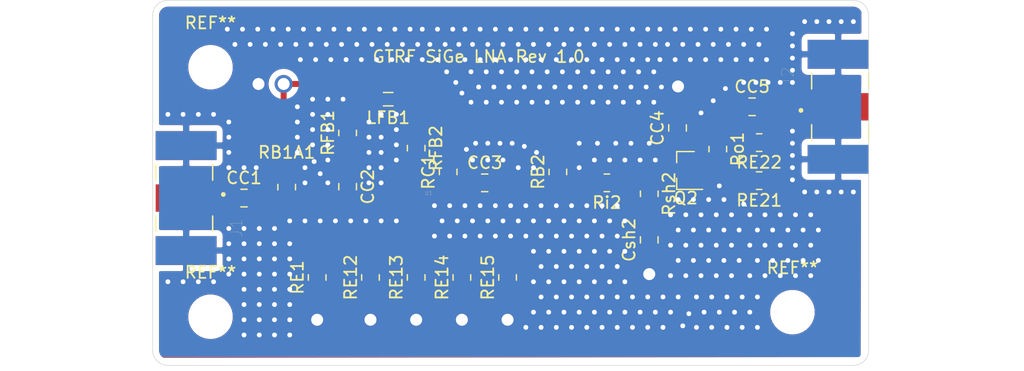
<source format=kicad_pcb>
(kicad_pcb (version 20171130) (host pcbnew "(5.1.9)-1")

  (general
    (thickness 1.6)
    (drawings 9)
    (tracks 516)
    (zones 0)
    (modules 29)
    (nets 16)
  )

  (page A4)
  (layers
    (0 F.Cu signal)
    (31 B.Cu signal)
    (32 B.Adhes user)
    (33 F.Adhes user)
    (34 B.Paste user)
    (35 F.Paste user)
    (36 B.SilkS user)
    (37 F.SilkS user)
    (38 B.Mask user)
    (39 F.Mask user)
    (40 Dwgs.User user)
    (41 Cmts.User user)
    (42 Eco1.User user)
    (43 Eco2.User user)
    (44 Edge.Cuts user)
    (45 Margin user)
    (46 B.CrtYd user)
    (47 F.CrtYd user)
    (48 B.Fab user)
    (49 F.Fab user)
  )

  (setup
    (last_trace_width 0.25)
    (user_trace_width 0.5)
    (trace_clearance 0.2)
    (zone_clearance 0.508)
    (zone_45_only no)
    (trace_min 0.2)
    (via_size 0.8)
    (via_drill 0.4)
    (via_min_size 0.4)
    (via_min_drill 0.3)
    (uvia_size 0.3)
    (uvia_drill 0.1)
    (uvias_allowed no)
    (uvia_min_size 0.2)
    (uvia_min_drill 0.1)
    (edge_width 0.05)
    (segment_width 0.2)
    (pcb_text_width 0.3)
    (pcb_text_size 1.5 1.5)
    (mod_edge_width 0.12)
    (mod_text_size 1 1)
    (mod_text_width 0.15)
    (pad_size 1.5 5.08)
    (pad_drill 0)
    (pad_to_mask_clearance 0)
    (aux_axis_origin 0 0)
    (visible_elements 7FFFFFFF)
    (pcbplotparams
      (layerselection 0x010fc_ffffffff)
      (usegerberextensions false)
      (usegerberattributes true)
      (usegerberadvancedattributes true)
      (creategerberjobfile true)
      (excludeedgelayer true)
      (linewidth 0.100000)
      (plotframeref false)
      (viasonmask false)
      (mode 1)
      (useauxorigin false)
      (hpglpennumber 1)
      (hpglpenspeed 20)
      (hpglpendiameter 15.000000)
      (psnegative false)
      (psa4output false)
      (plotreference true)
      (plotvalue true)
      (plotinvisibletext false)
      (padsonsilk false)
      (subtractmaskfromsilk false)
      (outputformat 1)
      (mirror false)
      (drillshape 0)
      (scaleselection 1)
      (outputdirectory "Gerbers/"))
  )

  (net 0 "")
  (net 1 "Net-(CC1-Pad1)")
  (net 2 "Net-(CC1-Pad2)")
  (net 3 "Net-(CC2-Pad1)")
  (net 4 "Net-(CC3-Pad1)")
  (net 5 "Net-(CC3-Pad2)")
  (net 6 GND)
  (net 7 VCC)
  (net 8 "Net-(CC5-Pad1)")
  (net 9 "Net-(CC5-Pad2)")
  (net 10 "Net-(LFB1-Pad1)")
  (net 11 "Net-(LFB1-Pad2)")
  (net 12 "Net-(Q2-Pad1)")
  (net 13 "Net-(Q2-Pad3)")
  (net 14 "Net-(RE1-Pad2)")
  (net 15 "Net-(Csh2-Pad2)")

  (net_class Default "This is the default net class."
    (clearance 0.2)
    (trace_width 0.25)
    (via_dia 0.8)
    (via_drill 0.4)
    (uvia_dia 0.3)
    (uvia_drill 0.1)
    (add_net GND)
    (add_net "Net-(CC1-Pad1)")
    (add_net "Net-(CC1-Pad2)")
    (add_net "Net-(CC2-Pad1)")
    (add_net "Net-(CC3-Pad1)")
    (add_net "Net-(CC3-Pad2)")
    (add_net "Net-(CC5-Pad1)")
    (add_net "Net-(CC5-Pad2)")
    (add_net "Net-(Csh2-Pad2)")
    (add_net "Net-(LFB1-Pad1)")
    (add_net "Net-(LFB1-Pad2)")
    (add_net "Net-(Q2-Pad1)")
    (add_net "Net-(Q2-Pad3)")
    (add_net "Net-(RE1-Pad2)")
    (add_net VCC)
  )

  (module MountingHole:MountingHole_2.7mm_M2.5 (layer F.Cu) (tedit 56D1B4CB) (tstamp 600766BD)
    (at 134.62 78.105)
    (descr "Mounting Hole 2.7mm, no annular, M2.5")
    (tags "mounting hole 2.7mm no annular m2.5")
    (attr virtual)
    (fp_text reference REF** (at 0 -3.7) (layer F.SilkS)
      (effects (font (size 1 1) (thickness 0.15)))
    )
    (fp_text value MountingHole_2.7mm_M2.5 (at 0 3.7) (layer F.Fab)
      (effects (font (size 1 1) (thickness 0.15)))
    )
    (fp_circle (center 0 0) (end 2.7 0) (layer Cmts.User) (width 0.15))
    (fp_circle (center 0 0) (end 2.95 0) (layer F.CrtYd) (width 0.05))
    (fp_text user %R (at 0.3 0) (layer F.Fab)
      (effects (font (size 1 1) (thickness 0.15)))
    )
    (pad 1 np_thru_hole circle (at 0 0) (size 2.7 2.7) (drill 2.7) (layers *.Cu *.Mask))
  )

  (module AdditionalLibs:ECE4415PrefferedSMA (layer F.Cu) (tedit 600F526F) (tstamp 600FC05A)
    (at 138.43 60.96 270)
    (path /6010D782)
    (fp_text reference J2 (at -2.505 4.19 90) (layer F.SilkS)
      (effects (font (size 1 1) (thickness 0.015)))
    )
    (fp_text value ECE4415PrefferedSMA (at 5.75 5.715 90) (layer F.Fab)
      (effects (font (size 1 1) (thickness 0.015)))
    )
    (fp_text user PCB~EDGE (at 6.3 -2.9 90) (layer F.Fab)
      (effects (font (size 1 1) (thickness 0.015)))
    )
    (fp_line (start 1.5 -2.54) (end 2.8 -2.54) (layer F.SilkS) (width 0.127))
    (fp_line (start -2.8 -2.54) (end -1.5 -2.54) (layer F.SilkS) (width 0.127))
    (fp_line (start -3.425 -4.445) (end -3.425 -15.494) (layer F.CrtYd) (width 0.05))
    (fp_line (start -5.838 -4.445) (end -3.425 -4.445) (layer F.CrtYd) (width 0.05))
    (fp_line (start -5.838 2.79) (end -5.838 -4.445) (layer F.CrtYd) (width 0.05))
    (fp_line (start 5.838 2.79) (end -5.838 2.79) (layer F.CrtYd) (width 0.05))
    (fp_line (start 5.838 -4.445) (end 5.838 2.79) (layer F.CrtYd) (width 0.05))
    (fp_line (start 3.425 -4.445) (end 5.838 -4.445) (layer F.CrtYd) (width 0.05))
    (fp_line (start 3.425 -15.494) (end 3.425 -4.445) (layer F.CrtYd) (width 0.05))
    (fp_line (start -3.425 -15.494) (end 3.425 -15.494) (layer F.CrtYd) (width 0.05))
    (fp_circle (center 0.3 3.1) (end 0.4 3.1) (layer F.Fab) (width 0.2))
    (fp_circle (center 0.3 3.1) (end 0.4 3.1) (layer F.SilkS) (width 0.2))
    (fp_line (start 1.5 2.2098) (end 2.8 2.2098) (layer F.SilkS) (width 0.127))
    (fp_line (start -2.8 2.2098) (end -1.5 2.2098) (layer F.SilkS) (width 0.127))
    (fp_line (start 4.8 -2.54) (end 8.3 -2.54) (layer F.Fab) (width 0.127))
    (fp_line (start 4.7625 -4.191) (end 4.7625 -2.54) (layer F.Fab) (width 0.127))
    (fp_line (start -4.7625 -4.191) (end -4.7625 -2.54) (layer F.Fab) (width 0.127))
    (fp_line (start 3.175 -15.24) (end 3.175 -4.191) (layer F.Fab) (width 0.127))
    (fp_line (start -3.175 -15.24) (end 3.175 -15.24) (layer F.Fab) (width 0.127))
    (fp_line (start -3.175 -4.191) (end -3.175 -15.24) (layer F.Fab) (width 0.127))
    (fp_line (start 3.175 -4.191) (end 4.7625 -4.191) (layer F.Fab) (width 0.127))
    (fp_line (start -3.175 -4.191) (end 3.175 -4.191) (layer F.Fab) (width 0.127))
    (fp_line (start -4.7625 -4.191) (end -3.175 -4.191) (layer F.Fab) (width 0.127))
    (fp_line (start -4.7625 2.2098) (end -4.7625 -2.54) (layer F.Fab) (width 0.127))
    (fp_line (start 4.7625 2.2098) (end -4.7625 2.2098) (layer F.Fab) (width 0.127))
    (fp_line (start 4.7625 -2.54) (end 4.7625 2.2098) (layer F.Fab) (width 0.127))
    (fp_line (start -4.7625 -2.54) (end 4.7625 -2.54) (layer F.Fab) (width 0.127))
    (pad S4 smd rect (at 4.3815 0 270) (size 2.413 5.08) (layers B.Cu B.Paste B.Mask)
      (net 6 GND))
    (pad S3 smd rect (at -4.3815 0 270) (size 2.413 5.08) (layers B.Cu B.Paste B.Mask)
      (net 6 GND))
    (pad 1 smd rect (at 0 0 270) (size 2.286 5.08) (layers F.Cu F.Paste F.Mask)
      (net 9 "Net-(CC5-Pad2)"))
    (pad S2 smd rect (at 4.3815 0 270) (size 2.413 5.08) (layers F.Cu F.Paste F.Mask)
      (net 6 GND))
    (pad S1 smd rect (at -4.3815 0 270) (size 2.413 5.08) (layers F.Cu F.Paste F.Mask)
      (net 6 GND))
  )

  (module AdditionalLibs:ECE4415PrefferedSMA (layer F.Cu) (tedit 600F526F) (tstamp 600FC035)
    (at 84.074 68.58 90)
    (path /6010B5E4)
    (fp_text reference J1 (at -2.505 4.19 90) (layer F.SilkS)
      (effects (font (size 1 1) (thickness 0.015)))
    )
    (fp_text value ECE4415PrefferedSMA (at 5.75 5.715 90) (layer F.Fab)
      (effects (font (size 1 1) (thickness 0.015)))
    )
    (fp_text user PCB~EDGE (at 6.3 -2.9 90) (layer F.Fab)
      (effects (font (size 1 1) (thickness 0.015)))
    )
    (fp_line (start 1.5 -2.54) (end 2.8 -2.54) (layer F.SilkS) (width 0.127))
    (fp_line (start -2.8 -2.54) (end -1.5 -2.54) (layer F.SilkS) (width 0.127))
    (fp_line (start -3.425 -4.445) (end -3.425 -15.494) (layer F.CrtYd) (width 0.05))
    (fp_line (start -5.838 -4.445) (end -3.425 -4.445) (layer F.CrtYd) (width 0.05))
    (fp_line (start -5.838 2.79) (end -5.838 -4.445) (layer F.CrtYd) (width 0.05))
    (fp_line (start 5.838 2.79) (end -5.838 2.79) (layer F.CrtYd) (width 0.05))
    (fp_line (start 5.838 -4.445) (end 5.838 2.79) (layer F.CrtYd) (width 0.05))
    (fp_line (start 3.425 -4.445) (end 5.838 -4.445) (layer F.CrtYd) (width 0.05))
    (fp_line (start 3.425 -15.494) (end 3.425 -4.445) (layer F.CrtYd) (width 0.05))
    (fp_line (start -3.425 -15.494) (end 3.425 -15.494) (layer F.CrtYd) (width 0.05))
    (fp_circle (center 0.3 3.1) (end 0.4 3.1) (layer F.Fab) (width 0.2))
    (fp_circle (center 0.3 3.1) (end 0.4 3.1) (layer F.SilkS) (width 0.2))
    (fp_line (start 1.5 2.2098) (end 2.8 2.2098) (layer F.SilkS) (width 0.127))
    (fp_line (start -2.8 2.2098) (end -1.5 2.2098) (layer F.SilkS) (width 0.127))
    (fp_line (start 4.8 -2.54) (end 8.3 -2.54) (layer F.Fab) (width 0.127))
    (fp_line (start 4.7625 -4.191) (end 4.7625 -2.54) (layer F.Fab) (width 0.127))
    (fp_line (start -4.7625 -4.191) (end -4.7625 -2.54) (layer F.Fab) (width 0.127))
    (fp_line (start 3.175 -15.24) (end 3.175 -4.191) (layer F.Fab) (width 0.127))
    (fp_line (start -3.175 -15.24) (end 3.175 -15.24) (layer F.Fab) (width 0.127))
    (fp_line (start -3.175 -4.191) (end -3.175 -15.24) (layer F.Fab) (width 0.127))
    (fp_line (start 3.175 -4.191) (end 4.7625 -4.191) (layer F.Fab) (width 0.127))
    (fp_line (start -3.175 -4.191) (end 3.175 -4.191) (layer F.Fab) (width 0.127))
    (fp_line (start -4.7625 -4.191) (end -3.175 -4.191) (layer F.Fab) (width 0.127))
    (fp_line (start -4.7625 2.2098) (end -4.7625 -2.54) (layer F.Fab) (width 0.127))
    (fp_line (start 4.7625 2.2098) (end -4.7625 2.2098) (layer F.Fab) (width 0.127))
    (fp_line (start 4.7625 -2.54) (end 4.7625 2.2098) (layer F.Fab) (width 0.127))
    (fp_line (start -4.7625 -2.54) (end 4.7625 -2.54) (layer F.Fab) (width 0.127))
    (pad S4 smd rect (at 4.3815 0 90) (size 2.413 5.08) (layers B.Cu B.Paste B.Mask)
      (net 6 GND))
    (pad S3 smd rect (at -4.3815 0 90) (size 2.413 5.08) (layers B.Cu B.Paste B.Mask)
      (net 6 GND))
    (pad 1 smd rect (at 0 0 90) (size 2.286 5.08) (layers F.Cu F.Paste F.Mask)
      (net 1 "Net-(CC1-Pad1)"))
    (pad S2 smd rect (at 4.3815 0 90) (size 2.413 5.08) (layers F.Cu F.Paste F.Mask)
      (net 6 GND))
    (pad S1 smd rect (at -4.3815 0 90) (size 2.413 5.08) (layers F.Cu F.Paste F.Mask)
      (net 6 GND))
  )

  (module MountingHole:MountingHole_2.7mm_M2.5 (layer F.Cu) (tedit 56D1B4CB) (tstamp 600766BD)
    (at 86.106 78.486)
    (descr "Mounting Hole 2.7mm, no annular, M2.5")
    (tags "mounting hole 2.7mm no annular m2.5")
    (attr virtual)
    (fp_text reference REF** (at 0 -3.7) (layer F.SilkS)
      (effects (font (size 1 1) (thickness 0.15)))
    )
    (fp_text value MountingHole_2.7mm_M2.5 (at 0 3.7) (layer F.Fab)
      (effects (font (size 1 1) (thickness 0.15)))
    )
    (fp_circle (center 0 0) (end 2.7 0) (layer Cmts.User) (width 0.15))
    (fp_circle (center 0 0) (end 2.95 0) (layer F.CrtYd) (width 0.05))
    (fp_text user %R (at 0.3 0) (layer F.Fab)
      (effects (font (size 1 1) (thickness 0.15)))
    )
    (pad 1 np_thru_hole circle (at 0 0) (size 2.7 2.7) (drill 2.7) (layers *.Cu *.Mask))
  )

  (module MountingHole:MountingHole_2.7mm_M2.5 (layer F.Cu) (tedit 56D1B4CB) (tstamp 6007665F)
    (at 86.106 57.658)
    (descr "Mounting Hole 2.7mm, no annular, M2.5")
    (tags "mounting hole 2.7mm no annular m2.5")
    (attr virtual)
    (fp_text reference REF** (at 0 -3.7) (layer F.SilkS)
      (effects (font (size 1 1) (thickness 0.15)))
    )
    (fp_text value MountingHole_2.7mm_M2.5 (at 0 3.7) (layer F.Fab)
      (effects (font (size 1 1) (thickness 0.15)))
    )
    (fp_circle (center 0 0) (end 2.7 0) (layer Cmts.User) (width 0.15))
    (fp_circle (center 0 0) (end 2.95 0) (layer F.CrtYd) (width 0.05))
    (fp_text user %R (at 0.3 0) (layer F.Fab)
      (effects (font (size 1 1) (thickness 0.15)))
    )
    (pad 1 np_thru_hole circle (at 0 0) (size 2.7 2.7) (drill 2.7) (layers *.Cu *.Mask))
  )

  (module Capacitor_SMD:C_0805_2012Metric (layer F.Cu) (tedit 5F68FEEE) (tstamp 6007C46C)
    (at 88.9 68.58)
    (descr "Capacitor SMD 0805 (2012 Metric), square (rectangular) end terminal, IPC_7351 nominal, (Body size source: IPC-SM-782 page 76, https://www.pcb-3d.com/wordpress/wp-content/uploads/ipc-sm-782a_amendment_1_and_2.pdf, https://docs.google.com/spreadsheets/d/1BsfQQcO9C6DZCsRaXUlFlo91Tg2WpOkGARC1WS5S8t0/edit?usp=sharing), generated with kicad-footprint-generator")
    (tags capacitor)
    (path /600770B4)
    (attr smd)
    (fp_text reference CC1 (at 0 -1.68) (layer F.SilkS)
      (effects (font (size 1 1) (thickness 0.15)))
    )
    (fp_text value .47u (at 0 1.68) (layer F.Fab)
      (effects (font (size 1 1) (thickness 0.15)))
    )
    (fp_line (start -1 0.625) (end -1 -0.625) (layer F.Fab) (width 0.1))
    (fp_line (start -1 -0.625) (end 1 -0.625) (layer F.Fab) (width 0.1))
    (fp_line (start 1 -0.625) (end 1 0.625) (layer F.Fab) (width 0.1))
    (fp_line (start 1 0.625) (end -1 0.625) (layer F.Fab) (width 0.1))
    (fp_line (start -0.261252 -0.735) (end 0.261252 -0.735) (layer F.SilkS) (width 0.12))
    (fp_line (start -0.261252 0.735) (end 0.261252 0.735) (layer F.SilkS) (width 0.12))
    (fp_line (start -1.7 0.98) (end -1.7 -0.98) (layer F.CrtYd) (width 0.05))
    (fp_line (start -1.7 -0.98) (end 1.7 -0.98) (layer F.CrtYd) (width 0.05))
    (fp_line (start 1.7 -0.98) (end 1.7 0.98) (layer F.CrtYd) (width 0.05))
    (fp_line (start 1.7 0.98) (end -1.7 0.98) (layer F.CrtYd) (width 0.05))
    (fp_text user %R (at 0 0) (layer F.Fab)
      (effects (font (size 0.5 0.5) (thickness 0.08)))
    )
    (pad 1 smd roundrect (at -0.95 0) (size 1 1.45) (layers F.Cu F.Paste F.Mask) (roundrect_rratio 0.25)
      (net 1 "Net-(CC1-Pad1)"))
    (pad 2 smd roundrect (at 0.95 0) (size 1 1.45) (layers F.Cu F.Paste F.Mask) (roundrect_rratio 0.25)
      (net 2 "Net-(CC1-Pad2)"))
    (model ${KISYS3DMOD}/Capacitor_SMD.3dshapes/C_0805_2012Metric.wrl
      (at (xyz 0 0 0))
      (scale (xyz 1 1 1))
      (rotate (xyz 0 0 0))
    )
  )

  (module Capacitor_SMD:C_0805_2012Metric (layer F.Cu) (tedit 5F68FEEE) (tstamp 6007C47D)
    (at 97.536 67.63 270)
    (descr "Capacitor SMD 0805 (2012 Metric), square (rectangular) end terminal, IPC_7351 nominal, (Body size source: IPC-SM-782 page 76, https://www.pcb-3d.com/wordpress/wp-content/uploads/ipc-sm-782a_amendment_1_and_2.pdf, https://docs.google.com/spreadsheets/d/1BsfQQcO9C6DZCsRaXUlFlo91Tg2WpOkGARC1WS5S8t0/edit?usp=sharing), generated with kicad-footprint-generator")
    (tags capacitor)
    (path /60075EB6)
    (attr smd)
    (fp_text reference CC2 (at 0 -1.68 90) (layer F.SilkS)
      (effects (font (size 1 1) (thickness 0.15)))
    )
    (fp_text value .47u (at 0 1.68 90) (layer F.Fab)
      (effects (font (size 1 1) (thickness 0.15)))
    )
    (fp_line (start 1.7 0.98) (end -1.7 0.98) (layer F.CrtYd) (width 0.05))
    (fp_line (start 1.7 -0.98) (end 1.7 0.98) (layer F.CrtYd) (width 0.05))
    (fp_line (start -1.7 -0.98) (end 1.7 -0.98) (layer F.CrtYd) (width 0.05))
    (fp_line (start -1.7 0.98) (end -1.7 -0.98) (layer F.CrtYd) (width 0.05))
    (fp_line (start -0.261252 0.735) (end 0.261252 0.735) (layer F.SilkS) (width 0.12))
    (fp_line (start -0.261252 -0.735) (end 0.261252 -0.735) (layer F.SilkS) (width 0.12))
    (fp_line (start 1 0.625) (end -1 0.625) (layer F.Fab) (width 0.1))
    (fp_line (start 1 -0.625) (end 1 0.625) (layer F.Fab) (width 0.1))
    (fp_line (start -1 -0.625) (end 1 -0.625) (layer F.Fab) (width 0.1))
    (fp_line (start -1 0.625) (end -1 -0.625) (layer F.Fab) (width 0.1))
    (fp_text user %R (at 0 0 90) (layer F.Fab)
      (effects (font (size 0.5 0.5) (thickness 0.08)))
    )
    (pad 2 smd roundrect (at 0.95 0 270) (size 1 1.45) (layers F.Cu F.Paste F.Mask) (roundrect_rratio 0.25)
      (net 2 "Net-(CC1-Pad2)"))
    (pad 1 smd roundrect (at -0.95 0 270) (size 1 1.45) (layers F.Cu F.Paste F.Mask) (roundrect_rratio 0.25)
      (net 3 "Net-(CC2-Pad1)"))
    (model ${KISYS3DMOD}/Capacitor_SMD.3dshapes/C_0805_2012Metric.wrl
      (at (xyz 0 0 0))
      (scale (xyz 1 1 1))
      (rotate (xyz 0 0 0))
    )
  )

  (module Capacitor_SMD:C_0805_2012Metric (layer F.Cu) (tedit 5F68FEEE) (tstamp 6007C48E)
    (at 108.966 67.31)
    (descr "Capacitor SMD 0805 (2012 Metric), square (rectangular) end terminal, IPC_7351 nominal, (Body size source: IPC-SM-782 page 76, https://www.pcb-3d.com/wordpress/wp-content/uploads/ipc-sm-782a_amendment_1_and_2.pdf, https://docs.google.com/spreadsheets/d/1BsfQQcO9C6DZCsRaXUlFlo91Tg2WpOkGARC1WS5S8t0/edit?usp=sharing), generated with kicad-footprint-generator")
    (tags capacitor)
    (path /600A01A8)
    (attr smd)
    (fp_text reference CC3 (at 0 -1.68) (layer F.SilkS)
      (effects (font (size 1 1) (thickness 0.15)))
    )
    (fp_text value .47u (at 0 1.68) (layer F.Fab)
      (effects (font (size 1 1) (thickness 0.15)))
    )
    (fp_line (start -1 0.625) (end -1 -0.625) (layer F.Fab) (width 0.1))
    (fp_line (start -1 -0.625) (end 1 -0.625) (layer F.Fab) (width 0.1))
    (fp_line (start 1 -0.625) (end 1 0.625) (layer F.Fab) (width 0.1))
    (fp_line (start 1 0.625) (end -1 0.625) (layer F.Fab) (width 0.1))
    (fp_line (start -0.261252 -0.735) (end 0.261252 -0.735) (layer F.SilkS) (width 0.12))
    (fp_line (start -0.261252 0.735) (end 0.261252 0.735) (layer F.SilkS) (width 0.12))
    (fp_line (start -1.7 0.98) (end -1.7 -0.98) (layer F.CrtYd) (width 0.05))
    (fp_line (start -1.7 -0.98) (end 1.7 -0.98) (layer F.CrtYd) (width 0.05))
    (fp_line (start 1.7 -0.98) (end 1.7 0.98) (layer F.CrtYd) (width 0.05))
    (fp_line (start 1.7 0.98) (end -1.7 0.98) (layer F.CrtYd) (width 0.05))
    (fp_text user %R (at 0 0) (layer F.Fab)
      (effects (font (size 0.5 0.5) (thickness 0.08)))
    )
    (pad 1 smd roundrect (at -0.95 0) (size 1 1.45) (layers F.Cu F.Paste F.Mask) (roundrect_rratio 0.25)
      (net 4 "Net-(CC3-Pad1)"))
    (pad 2 smd roundrect (at 0.95 0) (size 1 1.45) (layers F.Cu F.Paste F.Mask) (roundrect_rratio 0.25)
      (net 5 "Net-(CC3-Pad2)"))
    (model ${KISYS3DMOD}/Capacitor_SMD.3dshapes/C_0805_2012Metric.wrl
      (at (xyz 0 0 0))
      (scale (xyz 1 1 1))
      (rotate (xyz 0 0 0))
    )
  )

  (module Capacitor_SMD:C_0805_2012Metric (layer F.Cu) (tedit 5F68FEEE) (tstamp 6007E103)
    (at 125.042 62.725 90)
    (descr "Capacitor SMD 0805 (2012 Metric), square (rectangular) end terminal, IPC_7351 nominal, (Body size source: IPC-SM-782 page 76, https://www.pcb-3d.com/wordpress/wp-content/uploads/ipc-sm-782a_amendment_1_and_2.pdf, https://docs.google.com/spreadsheets/d/1BsfQQcO9C6DZCsRaXUlFlo91Tg2WpOkGARC1WS5S8t0/edit?usp=sharing), generated with kicad-footprint-generator")
    (tags capacitor)
    (path /600C2E6D)
    (attr smd)
    (fp_text reference CC4 (at 0 -1.68 90) (layer F.SilkS)
      (effects (font (size 1 1) (thickness 0.15)))
    )
    (fp_text value .47u (at 0 1.68 90) (layer F.Fab)
      (effects (font (size 1 1) (thickness 0.15)))
    )
    (fp_line (start 1.7 0.98) (end -1.7 0.98) (layer F.CrtYd) (width 0.05))
    (fp_line (start 1.7 -0.98) (end 1.7 0.98) (layer F.CrtYd) (width 0.05))
    (fp_line (start -1.7 -0.98) (end 1.7 -0.98) (layer F.CrtYd) (width 0.05))
    (fp_line (start -1.7 0.98) (end -1.7 -0.98) (layer F.CrtYd) (width 0.05))
    (fp_line (start -0.261252 0.735) (end 0.261252 0.735) (layer F.SilkS) (width 0.12))
    (fp_line (start -0.261252 -0.735) (end 0.261252 -0.735) (layer F.SilkS) (width 0.12))
    (fp_line (start 1 0.625) (end -1 0.625) (layer F.Fab) (width 0.1))
    (fp_line (start 1 -0.625) (end 1 0.625) (layer F.Fab) (width 0.1))
    (fp_line (start -1 -0.625) (end 1 -0.625) (layer F.Fab) (width 0.1))
    (fp_line (start -1 0.625) (end -1 -0.625) (layer F.Fab) (width 0.1))
    (fp_text user %R (at 0 0 90) (layer F.Fab)
      (effects (font (size 0.5 0.5) (thickness 0.08)))
    )
    (pad 2 smd roundrect (at 0.95 0 90) (size 1 1.45) (layers F.Cu F.Paste F.Mask) (roundrect_rratio 0.25)
      (net 6 GND))
    (pad 1 smd roundrect (at -0.95 0 90) (size 1 1.45) (layers F.Cu F.Paste F.Mask) (roundrect_rratio 0.25)
      (net 7 VCC))
    (model ${KISYS3DMOD}/Capacitor_SMD.3dshapes/C_0805_2012Metric.wrl
      (at (xyz 0 0 0))
      (scale (xyz 1 1 1))
      (rotate (xyz 0 0 0))
    )
  )

  (module Capacitor_SMD:C_0805_2012Metric (layer F.Cu) (tedit 5F68FEEE) (tstamp 6007ED0E)
    (at 131.257 60.96)
    (descr "Capacitor SMD 0805 (2012 Metric), square (rectangular) end terminal, IPC_7351 nominal, (Body size source: IPC-SM-782 page 76, https://www.pcb-3d.com/wordpress/wp-content/uploads/ipc-sm-782a_amendment_1_and_2.pdf, https://docs.google.com/spreadsheets/d/1BsfQQcO9C6DZCsRaXUlFlo91Tg2WpOkGARC1WS5S8t0/edit?usp=sharing), generated with kicad-footprint-generator")
    (tags capacitor)
    (path /600E4BF9)
    (attr smd)
    (fp_text reference CC5 (at 0 -1.68) (layer F.SilkS)
      (effects (font (size 1 1) (thickness 0.15)))
    )
    (fp_text value .47u (at 0 1.68) (layer F.Fab)
      (effects (font (size 1 1) (thickness 0.15)))
    )
    (fp_line (start -1 0.625) (end -1 -0.625) (layer F.Fab) (width 0.1))
    (fp_line (start -1 -0.625) (end 1 -0.625) (layer F.Fab) (width 0.1))
    (fp_line (start 1 -0.625) (end 1 0.625) (layer F.Fab) (width 0.1))
    (fp_line (start 1 0.625) (end -1 0.625) (layer F.Fab) (width 0.1))
    (fp_line (start -0.261252 -0.735) (end 0.261252 -0.735) (layer F.SilkS) (width 0.12))
    (fp_line (start -0.261252 0.735) (end 0.261252 0.735) (layer F.SilkS) (width 0.12))
    (fp_line (start -1.7 0.98) (end -1.7 -0.98) (layer F.CrtYd) (width 0.05))
    (fp_line (start -1.7 -0.98) (end 1.7 -0.98) (layer F.CrtYd) (width 0.05))
    (fp_line (start 1.7 -0.98) (end 1.7 0.98) (layer F.CrtYd) (width 0.05))
    (fp_line (start 1.7 0.98) (end -1.7 0.98) (layer F.CrtYd) (width 0.05))
    (fp_text user %R (at 0 0) (layer F.Fab)
      (effects (font (size 0.5 0.5) (thickness 0.08)))
    )
    (pad 1 smd roundrect (at -0.95 0) (size 1 1.45) (layers F.Cu F.Paste F.Mask) (roundrect_rratio 0.25)
      (net 8 "Net-(CC5-Pad1)"))
    (pad 2 smd roundrect (at 0.95 0) (size 1 1.45) (layers F.Cu F.Paste F.Mask) (roundrect_rratio 0.25)
      (net 9 "Net-(CC5-Pad2)"))
    (model ${KISYS3DMOD}/Capacitor_SMD.3dshapes/C_0805_2012Metric.wrl
      (at (xyz 0 0 0))
      (scale (xyz 1 1 1))
      (rotate (xyz 0 0 0))
    )
  )

  (module Capacitor_SMD:C_0805_2012Metric (layer F.Cu) (tedit 5F68FEEE) (tstamp 6007C4C1)
    (at 122.682 72.07 90)
    (descr "Capacitor SMD 0805 (2012 Metric), square (rectangular) end terminal, IPC_7351 nominal, (Body size source: IPC-SM-782 page 76, https://www.pcb-3d.com/wordpress/wp-content/uploads/ipc-sm-782a_amendment_1_and_2.pdf, https://docs.google.com/spreadsheets/d/1BsfQQcO9C6DZCsRaXUlFlo91Tg2WpOkGARC1WS5S8t0/edit?usp=sharing), generated with kicad-footprint-generator")
    (tags capacitor)
    (path /600D073B)
    (attr smd)
    (fp_text reference Csh2 (at 0 -1.68 90) (layer F.SilkS)
      (effects (font (size 1 1) (thickness 0.15)))
    )
    (fp_text value 1.2p (at 0 1.68 90) (layer F.Fab)
      (effects (font (size 1 1) (thickness 0.15)))
    )
    (fp_line (start 1.7 0.98) (end -1.7 0.98) (layer F.CrtYd) (width 0.05))
    (fp_line (start 1.7 -0.98) (end 1.7 0.98) (layer F.CrtYd) (width 0.05))
    (fp_line (start -1.7 -0.98) (end 1.7 -0.98) (layer F.CrtYd) (width 0.05))
    (fp_line (start -1.7 0.98) (end -1.7 -0.98) (layer F.CrtYd) (width 0.05))
    (fp_line (start -0.261252 0.735) (end 0.261252 0.735) (layer F.SilkS) (width 0.12))
    (fp_line (start -0.261252 -0.735) (end 0.261252 -0.735) (layer F.SilkS) (width 0.12))
    (fp_line (start 1 0.625) (end -1 0.625) (layer F.Fab) (width 0.1))
    (fp_line (start 1 -0.625) (end 1 0.625) (layer F.Fab) (width 0.1))
    (fp_line (start -1 -0.625) (end 1 -0.625) (layer F.Fab) (width 0.1))
    (fp_line (start -1 0.625) (end -1 -0.625) (layer F.Fab) (width 0.1))
    (fp_text user %R (at 0 0 90) (layer F.Fab)
      (effects (font (size 0.5 0.5) (thickness 0.08)))
    )
    (pad 2 smd roundrect (at 0.95 0 90) (size 1 1.45) (layers F.Cu F.Paste F.Mask) (roundrect_rratio 0.25)
      (net 15 "Net-(Csh2-Pad2)"))
    (pad 1 smd roundrect (at -0.95 0 90) (size 1 1.45) (layers F.Cu F.Paste F.Mask) (roundrect_rratio 0.25)
      (net 6 GND))
    (model ${KISYS3DMOD}/Capacitor_SMD.3dshapes/C_0805_2012Metric.wrl
      (at (xyz 0 0 0))
      (scale (xyz 1 1 1))
      (rotate (xyz 0 0 0))
    )
  )

  (module Inductor_SMD:L_0805_2012Metric (layer F.Cu) (tedit 5F68FEF0) (tstamp 6007C4FC)
    (at 100.9185 60.325 180)
    (descr "Inductor SMD 0805 (2012 Metric), square (rectangular) end terminal, IPC_7351 nominal, (Body size source: IPC-SM-782 page 80, https://www.pcb-3d.com/wordpress/wp-content/uploads/ipc-sm-782a_amendment_1_and_2.pdf), generated with kicad-footprint-generator")
    (tags inductor)
    (path /6007853D)
    (attr smd)
    (fp_text reference LFB1 (at 0 -1.55) (layer F.SilkS)
      (effects (font (size 1 1) (thickness 0.15)))
    )
    (fp_text value 130n (at 0 1.55) (layer F.Fab)
      (effects (font (size 1 1) (thickness 0.15)))
    )
    (fp_line (start -1 0.45) (end -1 -0.45) (layer F.Fab) (width 0.1))
    (fp_line (start -1 -0.45) (end 1 -0.45) (layer F.Fab) (width 0.1))
    (fp_line (start 1 -0.45) (end 1 0.45) (layer F.Fab) (width 0.1))
    (fp_line (start 1 0.45) (end -1 0.45) (layer F.Fab) (width 0.1))
    (fp_line (start -0.399622 -0.56) (end 0.399622 -0.56) (layer F.SilkS) (width 0.12))
    (fp_line (start -0.399622 0.56) (end 0.399622 0.56) (layer F.SilkS) (width 0.12))
    (fp_line (start -1.75 0.85) (end -1.75 -0.85) (layer F.CrtYd) (width 0.05))
    (fp_line (start -1.75 -0.85) (end 1.75 -0.85) (layer F.CrtYd) (width 0.05))
    (fp_line (start 1.75 -0.85) (end 1.75 0.85) (layer F.CrtYd) (width 0.05))
    (fp_line (start 1.75 0.85) (end -1.75 0.85) (layer F.CrtYd) (width 0.05))
    (fp_text user %R (at 0.114999 0) (layer F.Fab)
      (effects (font (size 0.5 0.5) (thickness 0.08)))
    )
    (pad 1 smd roundrect (at -1.0625 0 180) (size 0.875 1.2) (layers F.Cu F.Paste F.Mask) (roundrect_rratio 0.25)
      (net 10 "Net-(LFB1-Pad1)"))
    (pad 2 smd roundrect (at 1.0625 0 180) (size 0.875 1.2) (layers F.Cu F.Paste F.Mask) (roundrect_rratio 0.25)
      (net 11 "Net-(LFB1-Pad2)"))
    (model ${KISYS3DMOD}/Inductor_SMD.3dshapes/L_0805_2012Metric.wrl
      (at (xyz 0 0 0))
      (scale (xyz 1 1 1))
      (rotate (xyz 0 0 0))
    )
  )

  (module Package_TO_SOT_SMD:SOT-23 (layer F.Cu) (tedit 5A02FF57) (tstamp 6007C511)
    (at 125.73 66.275 180)
    (descr "SOT-23, Standard")
    (tags SOT-23)
    (path /600D76BD)
    (attr smd)
    (fp_text reference Q2 (at 0 -2.305) (layer F.SilkS)
      (effects (font (size 1 1) (thickness 0.15)))
    )
    (fp_text value BFR193 (at 0 2.5) (layer F.Fab)
      (effects (font (size 1 1) (thickness 0.15)))
    )
    (fp_line (start -0.7 -0.95) (end -0.7 1.5) (layer F.Fab) (width 0.1))
    (fp_line (start -0.15 -1.52) (end 0.7 -1.52) (layer F.Fab) (width 0.1))
    (fp_line (start -0.7 -0.95) (end -0.15 -1.52) (layer F.Fab) (width 0.1))
    (fp_line (start 0.7 -1.52) (end 0.7 1.52) (layer F.Fab) (width 0.1))
    (fp_line (start -0.7 1.52) (end 0.7 1.52) (layer F.Fab) (width 0.1))
    (fp_line (start 0.76 1.58) (end 0.76 0.65) (layer F.SilkS) (width 0.12))
    (fp_line (start 0.76 -1.58) (end 0.76 -0.65) (layer F.SilkS) (width 0.12))
    (fp_line (start -1.7 -1.75) (end 1.7 -1.75) (layer F.CrtYd) (width 0.05))
    (fp_line (start 1.7 -1.75) (end 1.7 1.75) (layer F.CrtYd) (width 0.05))
    (fp_line (start 1.7 1.75) (end -1.7 1.75) (layer F.CrtYd) (width 0.05))
    (fp_line (start -1.7 1.75) (end -1.7 -1.75) (layer F.CrtYd) (width 0.05))
    (fp_line (start 0.76 -1.58) (end -1.4 -1.58) (layer F.SilkS) (width 0.12))
    (fp_line (start 0.76 1.58) (end -0.7 1.58) (layer F.SilkS) (width 0.12))
    (fp_text user %R (at 0 0 90) (layer F.Fab)
      (effects (font (size 0.5 0.5) (thickness 0.075)))
    )
    (pad 1 smd rect (at -1 -0.95 180) (size 0.9 0.8) (layers F.Cu F.Paste F.Mask)
      (net 12 "Net-(Q2-Pad1)"))
    (pad 2 smd rect (at -1 0.95 180) (size 0.9 0.8) (layers F.Cu F.Paste F.Mask)
      (net 7 VCC))
    (pad 3 smd rect (at 1 0 180) (size 0.9 0.8) (layers F.Cu F.Paste F.Mask)
      (net 13 "Net-(Q2-Pad3)"))
    (model ${KISYS3DMOD}/Package_TO_SOT_SMD.3dshapes/SOT-23.wrl
      (at (xyz 0 0 0))
      (scale (xyz 1 1 1))
      (rotate (xyz 0 0 0))
    )
  )

  (module Resistor_SMD:R_0805_2012Metric (layer F.Cu) (tedit 5F68FEEE) (tstamp 6007C522)
    (at 115.062 66.3975 90)
    (descr "Resistor SMD 0805 (2012 Metric), square (rectangular) end terminal, IPC_7351 nominal, (Body size source: IPC-SM-782 page 72, https://www.pcb-3d.com/wordpress/wp-content/uploads/ipc-sm-782a_amendment_1_and_2.pdf), generated with kicad-footprint-generator")
    (tags resistor)
    (path /600C3923)
    (attr smd)
    (fp_text reference RB2 (at 0 -1.65 90) (layer F.SilkS)
      (effects (font (size 1 1) (thickness 0.15)))
    )
    (fp_text value 9.1k (at 0 1.65 90) (layer F.Fab)
      (effects (font (size 1 1) (thickness 0.15)))
    )
    (fp_line (start 1.68 0.95) (end -1.68 0.95) (layer F.CrtYd) (width 0.05))
    (fp_line (start 1.68 -0.95) (end 1.68 0.95) (layer F.CrtYd) (width 0.05))
    (fp_line (start -1.68 -0.95) (end 1.68 -0.95) (layer F.CrtYd) (width 0.05))
    (fp_line (start -1.68 0.95) (end -1.68 -0.95) (layer F.CrtYd) (width 0.05))
    (fp_line (start -0.227064 0.735) (end 0.227064 0.735) (layer F.SilkS) (width 0.12))
    (fp_line (start -0.227064 -0.735) (end 0.227064 -0.735) (layer F.SilkS) (width 0.12))
    (fp_line (start 1 0.625) (end -1 0.625) (layer F.Fab) (width 0.1))
    (fp_line (start 1 -0.625) (end 1 0.625) (layer F.Fab) (width 0.1))
    (fp_line (start -1 -0.625) (end 1 -0.625) (layer F.Fab) (width 0.1))
    (fp_line (start -1 0.625) (end -1 -0.625) (layer F.Fab) (width 0.1))
    (fp_text user %R (at 0 0 90) (layer F.Fab)
      (effects (font (size 0.5 0.5) (thickness 0.08)))
    )
    (pad 2 smd roundrect (at 0.9125 0 90) (size 1.025 1.4) (layers F.Cu F.Paste F.Mask) (roundrect_rratio 0.2439004878048781)
      (net 7 VCC))
    (pad 1 smd roundrect (at -0.9125 0 90) (size 1.025 1.4) (layers F.Cu F.Paste F.Mask) (roundrect_rratio 0.2439004878048781)
      (net 5 "Net-(CC3-Pad2)"))
    (model ${KISYS3DMOD}/Resistor_SMD.3dshapes/R_0805_2012Metric.wrl
      (at (xyz 0 0 0))
      (scale (xyz 1 1 1))
      (rotate (xyz 0 0 0))
    )
  )

  (module Resistor_SMD:R_0805_2012Metric (layer F.Cu) (tedit 5F68FEEE) (tstamp 6007C533)
    (at 92.456 67.6675 90)
    (descr "Resistor SMD 0805 (2012 Metric), square (rectangular) end terminal, IPC_7351 nominal, (Body size source: IPC-SM-782 page 72, https://www.pcb-3d.com/wordpress/wp-content/uploads/ipc-sm-782a_amendment_1_and_2.pdf), generated with kicad-footprint-generator")
    (tags resistor)
    (path /6006F81B)
    (attr smd)
    (fp_text reference RB1A1 (at 2.8975 0 180) (layer F.SilkS)
      (effects (font (size 1 1) (thickness 0.15)))
    )
    (fp_text value 47k (at -3.4525 0 180) (layer F.Fab)
      (effects (font (size 1 1) (thickness 0.15)))
    )
    (fp_line (start 1.68 0.95) (end -1.68 0.95) (layer F.CrtYd) (width 0.05))
    (fp_line (start 1.68 -0.95) (end 1.68 0.95) (layer F.CrtYd) (width 0.05))
    (fp_line (start -1.68 -0.95) (end 1.68 -0.95) (layer F.CrtYd) (width 0.05))
    (fp_line (start -1.68 0.95) (end -1.68 -0.95) (layer F.CrtYd) (width 0.05))
    (fp_line (start -0.227064 0.735) (end 0.227064 0.735) (layer F.SilkS) (width 0.12))
    (fp_line (start -0.227064 -0.735) (end 0.227064 -0.735) (layer F.SilkS) (width 0.12))
    (fp_line (start 1 0.625) (end -1 0.625) (layer F.Fab) (width 0.1))
    (fp_line (start 1 -0.625) (end 1 0.625) (layer F.Fab) (width 0.1))
    (fp_line (start -1 -0.625) (end 1 -0.625) (layer F.Fab) (width 0.1))
    (fp_line (start -1 0.625) (end -1 -0.625) (layer F.Fab) (width 0.1))
    (fp_text user %R (at 0 0 90) (layer F.Fab)
      (effects (font (size 0.5 0.5) (thickness 0.08)))
    )
    (pad 2 smd roundrect (at 0.9125 0 90) (size 1.025 1.4) (layers F.Cu F.Paste F.Mask) (roundrect_rratio 0.2439004878048781)
      (net 7 VCC))
    (pad 1 smd roundrect (at -0.9125 0 90) (size 1.025 1.4) (layers F.Cu F.Paste F.Mask) (roundrect_rratio 0.2439004878048781)
      (net 2 "Net-(CC1-Pad2)"))
    (model ${KISYS3DMOD}/Resistor_SMD.3dshapes/R_0805_2012Metric.wrl
      (at (xyz 0 0 0))
      (scale (xyz 1 1 1))
      (rotate (xyz 0 0 0))
    )
  )

  (module Resistor_SMD:R_0805_2012Metric (layer F.Cu) (tedit 5F68FEEE) (tstamp 6007C544)
    (at 105.918 66.3975 90)
    (descr "Resistor SMD 0805 (2012 Metric), square (rectangular) end terminal, IPC_7351 nominal, (Body size source: IPC-SM-782 page 72, https://www.pcb-3d.com/wordpress/wp-content/uploads/ipc-sm-782a_amendment_1_and_2.pdf), generated with kicad-footprint-generator")
    (tags resistor)
    (path /6009E84F)
    (attr smd)
    (fp_text reference RC1 (at 0 -1.65 90) (layer F.SilkS)
      (effects (font (size 1 1) (thickness 0.15)))
    )
    (fp_text value 100 (at 0 1.65 90) (layer F.Fab)
      (effects (font (size 1 1) (thickness 0.15)))
    )
    (fp_line (start -1 0.625) (end -1 -0.625) (layer F.Fab) (width 0.1))
    (fp_line (start -1 -0.625) (end 1 -0.625) (layer F.Fab) (width 0.1))
    (fp_line (start 1 -0.625) (end 1 0.625) (layer F.Fab) (width 0.1))
    (fp_line (start 1 0.625) (end -1 0.625) (layer F.Fab) (width 0.1))
    (fp_line (start -0.227064 -0.735) (end 0.227064 -0.735) (layer F.SilkS) (width 0.12))
    (fp_line (start -0.227064 0.735) (end 0.227064 0.735) (layer F.SilkS) (width 0.12))
    (fp_line (start -1.68 0.95) (end -1.68 -0.95) (layer F.CrtYd) (width 0.05))
    (fp_line (start -1.68 -0.95) (end 1.68 -0.95) (layer F.CrtYd) (width 0.05))
    (fp_line (start 1.68 -0.95) (end 1.68 0.95) (layer F.CrtYd) (width 0.05))
    (fp_line (start 1.68 0.95) (end -1.68 0.95) (layer F.CrtYd) (width 0.05))
    (fp_text user %R (at 0 0 90) (layer F.Fab)
      (effects (font (size 0.5 0.5) (thickness 0.08)))
    )
    (pad 1 smd roundrect (at -0.9125 0 90) (size 1.025 1.4) (layers F.Cu F.Paste F.Mask) (roundrect_rratio 0.2439004878048781)
      (net 4 "Net-(CC3-Pad1)"))
    (pad 2 smd roundrect (at 0.9125 0 90) (size 1.025 1.4) (layers F.Cu F.Paste F.Mask) (roundrect_rratio 0.2439004878048781)
      (net 7 VCC))
    (model ${KISYS3DMOD}/Resistor_SMD.3dshapes/R_0805_2012Metric.wrl
      (at (xyz 0 0 0))
      (scale (xyz 1 1 1))
      (rotate (xyz 0 0 0))
    )
  )

  (module Resistor_SMD:R_0805_2012Metric (layer F.Cu) (tedit 5F68FEEE) (tstamp 6007C555)
    (at 94.996 75.2075 90)
    (descr "Resistor SMD 0805 (2012 Metric), square (rectangular) end terminal, IPC_7351 nominal, (Body size source: IPC-SM-782 page 72, https://www.pcb-3d.com/wordpress/wp-content/uploads/ipc-sm-782a_amendment_1_and_2.pdf), generated with kicad-footprint-generator")
    (tags resistor)
    (path /600967BC)
    (attr smd)
    (fp_text reference RE1 (at 0 -1.65 90) (layer F.SilkS)
      (effects (font (size 1 1) (thickness 0.15)))
    )
    (fp_text value 18 (at 0 1.65 90) (layer F.Fab)
      (effects (font (size 1 1) (thickness 0.15)))
    )
    (fp_line (start -1 0.625) (end -1 -0.625) (layer F.Fab) (width 0.1))
    (fp_line (start -1 -0.625) (end 1 -0.625) (layer F.Fab) (width 0.1))
    (fp_line (start 1 -0.625) (end 1 0.625) (layer F.Fab) (width 0.1))
    (fp_line (start 1 0.625) (end -1 0.625) (layer F.Fab) (width 0.1))
    (fp_line (start -0.227064 -0.735) (end 0.227064 -0.735) (layer F.SilkS) (width 0.12))
    (fp_line (start -0.227064 0.735) (end 0.227064 0.735) (layer F.SilkS) (width 0.12))
    (fp_line (start -1.68 0.95) (end -1.68 -0.95) (layer F.CrtYd) (width 0.05))
    (fp_line (start -1.68 -0.95) (end 1.68 -0.95) (layer F.CrtYd) (width 0.05))
    (fp_line (start 1.68 -0.95) (end 1.68 0.95) (layer F.CrtYd) (width 0.05))
    (fp_line (start 1.68 0.95) (end -1.68 0.95) (layer F.CrtYd) (width 0.05))
    (fp_text user %R (at 0 0 90) (layer F.Fab)
      (effects (font (size 0.5 0.5) (thickness 0.08)))
    )
    (pad 1 smd roundrect (at -0.9125 0 90) (size 1.025 1.4) (layers F.Cu F.Paste F.Mask) (roundrect_rratio 0.2439004878048781)
      (net 6 GND))
    (pad 2 smd roundrect (at 0.9125 0 90) (size 1.025 1.4) (layers F.Cu F.Paste F.Mask) (roundrect_rratio 0.2439004878048781)
      (net 14 "Net-(RE1-Pad2)"))
    (model ${KISYS3DMOD}/Resistor_SMD.3dshapes/R_0805_2012Metric.wrl
      (at (xyz 0 0 0))
      (scale (xyz 1 1 1))
      (rotate (xyz 0 0 0))
    )
  )

  (module Resistor_SMD:R_0805_2012Metric (layer F.Cu) (tedit 5F68FEEE) (tstamp 6007C566)
    (at 99.441 75.2075 90)
    (descr "Resistor SMD 0805 (2012 Metric), square (rectangular) end terminal, IPC_7351 nominal, (Body size source: IPC-SM-782 page 72, https://www.pcb-3d.com/wordpress/wp-content/uploads/ipc-sm-782a_amendment_1_and_2.pdf), generated with kicad-footprint-generator")
    (tags resistor)
    (path /600974A1)
    (attr smd)
    (fp_text reference RE12 (at 0 -1.65 90) (layer F.SilkS)
      (effects (font (size 1 1) (thickness 0.15)))
    )
    (fp_text value 18 (at 0 1.65 90) (layer F.Fab)
      (effects (font (size 1 1) (thickness 0.15)))
    )
    (fp_line (start 1.68 0.95) (end -1.68 0.95) (layer F.CrtYd) (width 0.05))
    (fp_line (start 1.68 -0.95) (end 1.68 0.95) (layer F.CrtYd) (width 0.05))
    (fp_line (start -1.68 -0.95) (end 1.68 -0.95) (layer F.CrtYd) (width 0.05))
    (fp_line (start -1.68 0.95) (end -1.68 -0.95) (layer F.CrtYd) (width 0.05))
    (fp_line (start -0.227064 0.735) (end 0.227064 0.735) (layer F.SilkS) (width 0.12))
    (fp_line (start -0.227064 -0.735) (end 0.227064 -0.735) (layer F.SilkS) (width 0.12))
    (fp_line (start 1 0.625) (end -1 0.625) (layer F.Fab) (width 0.1))
    (fp_line (start 1 -0.625) (end 1 0.625) (layer F.Fab) (width 0.1))
    (fp_line (start -1 -0.625) (end 1 -0.625) (layer F.Fab) (width 0.1))
    (fp_line (start -1 0.625) (end -1 -0.625) (layer F.Fab) (width 0.1))
    (fp_text user %R (at 0 0 90) (layer F.Fab)
      (effects (font (size 0.5 0.5) (thickness 0.08)))
    )
    (pad 2 smd roundrect (at 0.9125 0 90) (size 1.025 1.4) (layers F.Cu F.Paste F.Mask) (roundrect_rratio 0.2439004878048781)
      (net 14 "Net-(RE1-Pad2)"))
    (pad 1 smd roundrect (at -0.9125 0 90) (size 1.025 1.4) (layers F.Cu F.Paste F.Mask) (roundrect_rratio 0.2439004878048781)
      (net 6 GND))
    (model ${KISYS3DMOD}/Resistor_SMD.3dshapes/R_0805_2012Metric.wrl
      (at (xyz 0 0 0))
      (scale (xyz 1 1 1))
      (rotate (xyz 0 0 0))
    )
  )

  (module Resistor_SMD:R_0805_2012Metric (layer F.Cu) (tedit 5F68FEEE) (tstamp 6007C577)
    (at 103.251 75.2075 90)
    (descr "Resistor SMD 0805 (2012 Metric), square (rectangular) end terminal, IPC_7351 nominal, (Body size source: IPC-SM-782 page 72, https://www.pcb-3d.com/wordpress/wp-content/uploads/ipc-sm-782a_amendment_1_and_2.pdf), generated with kicad-footprint-generator")
    (tags resistor)
    (path /60097625)
    (attr smd)
    (fp_text reference RE13 (at 0 -1.65 90) (layer F.SilkS)
      (effects (font (size 1 1) (thickness 0.15)))
    )
    (fp_text value 18 (at 0 1.65 90) (layer F.Fab)
      (effects (font (size 1 1) (thickness 0.15)))
    )
    (fp_line (start -1 0.625) (end -1 -0.625) (layer F.Fab) (width 0.1))
    (fp_line (start -1 -0.625) (end 1 -0.625) (layer F.Fab) (width 0.1))
    (fp_line (start 1 -0.625) (end 1 0.625) (layer F.Fab) (width 0.1))
    (fp_line (start 1 0.625) (end -1 0.625) (layer F.Fab) (width 0.1))
    (fp_line (start -0.227064 -0.735) (end 0.227064 -0.735) (layer F.SilkS) (width 0.12))
    (fp_line (start -0.227064 0.735) (end 0.227064 0.735) (layer F.SilkS) (width 0.12))
    (fp_line (start -1.68 0.95) (end -1.68 -0.95) (layer F.CrtYd) (width 0.05))
    (fp_line (start -1.68 -0.95) (end 1.68 -0.95) (layer F.CrtYd) (width 0.05))
    (fp_line (start 1.68 -0.95) (end 1.68 0.95) (layer F.CrtYd) (width 0.05))
    (fp_line (start 1.68 0.95) (end -1.68 0.95) (layer F.CrtYd) (width 0.05))
    (fp_text user %R (at 0 0 90) (layer F.Fab)
      (effects (font (size 0.5 0.5) (thickness 0.08)))
    )
    (pad 1 smd roundrect (at -0.9125 0 90) (size 1.025 1.4) (layers F.Cu F.Paste F.Mask) (roundrect_rratio 0.2439004878048781)
      (net 6 GND))
    (pad 2 smd roundrect (at 0.9125 0 90) (size 1.025 1.4) (layers F.Cu F.Paste F.Mask) (roundrect_rratio 0.2439004878048781)
      (net 14 "Net-(RE1-Pad2)"))
    (model ${KISYS3DMOD}/Resistor_SMD.3dshapes/R_0805_2012Metric.wrl
      (at (xyz 0 0 0))
      (scale (xyz 1 1 1))
      (rotate (xyz 0 0 0))
    )
  )

  (module Resistor_SMD:R_0805_2012Metric (layer F.Cu) (tedit 5F68FEEE) (tstamp 6007C588)
    (at 107.061 75.2075 90)
    (descr "Resistor SMD 0805 (2012 Metric), square (rectangular) end terminal, IPC_7351 nominal, (Body size source: IPC-SM-782 page 72, https://www.pcb-3d.com/wordpress/wp-content/uploads/ipc-sm-782a_amendment_1_and_2.pdf), generated with kicad-footprint-generator")
    (tags resistor)
    (path /60098B6D)
    (attr smd)
    (fp_text reference RE14 (at 0 -1.65 90) (layer F.SilkS)
      (effects (font (size 1 1) (thickness 0.15)))
    )
    (fp_text value 18 (at 0 1.65 90) (layer F.Fab)
      (effects (font (size 1 1) (thickness 0.15)))
    )
    (fp_line (start -1 0.625) (end -1 -0.625) (layer F.Fab) (width 0.1))
    (fp_line (start -1 -0.625) (end 1 -0.625) (layer F.Fab) (width 0.1))
    (fp_line (start 1 -0.625) (end 1 0.625) (layer F.Fab) (width 0.1))
    (fp_line (start 1 0.625) (end -1 0.625) (layer F.Fab) (width 0.1))
    (fp_line (start -0.227064 -0.735) (end 0.227064 -0.735) (layer F.SilkS) (width 0.12))
    (fp_line (start -0.227064 0.735) (end 0.227064 0.735) (layer F.SilkS) (width 0.12))
    (fp_line (start -1.68 0.95) (end -1.68 -0.95) (layer F.CrtYd) (width 0.05))
    (fp_line (start -1.68 -0.95) (end 1.68 -0.95) (layer F.CrtYd) (width 0.05))
    (fp_line (start 1.68 -0.95) (end 1.68 0.95) (layer F.CrtYd) (width 0.05))
    (fp_line (start 1.68 0.95) (end -1.68 0.95) (layer F.CrtYd) (width 0.05))
    (fp_text user %R (at 0 0 90) (layer F.Fab)
      (effects (font (size 0.5 0.5) (thickness 0.08)))
    )
    (pad 1 smd roundrect (at -0.9125 0 90) (size 1.025 1.4) (layers F.Cu F.Paste F.Mask) (roundrect_rratio 0.2439004878048781)
      (net 6 GND))
    (pad 2 smd roundrect (at 0.9125 0 90) (size 1.025 1.4) (layers F.Cu F.Paste F.Mask) (roundrect_rratio 0.2439004878048781)
      (net 14 "Net-(RE1-Pad2)"))
    (model ${KISYS3DMOD}/Resistor_SMD.3dshapes/R_0805_2012Metric.wrl
      (at (xyz 0 0 0))
      (scale (xyz 1 1 1))
      (rotate (xyz 0 0 0))
    )
  )

  (module Resistor_SMD:R_0805_2012Metric (layer F.Cu) (tedit 5F68FEEE) (tstamp 6007C599)
    (at 110.871 75.2075 90)
    (descr "Resistor SMD 0805 (2012 Metric), square (rectangular) end terminal, IPC_7351 nominal, (Body size source: IPC-SM-782 page 72, https://www.pcb-3d.com/wordpress/wp-content/uploads/ipc-sm-782a_amendment_1_and_2.pdf), generated with kicad-footprint-generator")
    (tags resistor)
    (path /60098B73)
    (attr smd)
    (fp_text reference RE15 (at 0 -1.65 90) (layer F.SilkS)
      (effects (font (size 1 1) (thickness 0.15)))
    )
    (fp_text value 18 (at 0 1.65 90) (layer F.Fab)
      (effects (font (size 1 1) (thickness 0.15)))
    )
    (fp_line (start 1.68 0.95) (end -1.68 0.95) (layer F.CrtYd) (width 0.05))
    (fp_line (start 1.68 -0.95) (end 1.68 0.95) (layer F.CrtYd) (width 0.05))
    (fp_line (start -1.68 -0.95) (end 1.68 -0.95) (layer F.CrtYd) (width 0.05))
    (fp_line (start -1.68 0.95) (end -1.68 -0.95) (layer F.CrtYd) (width 0.05))
    (fp_line (start -0.227064 0.735) (end 0.227064 0.735) (layer F.SilkS) (width 0.12))
    (fp_line (start -0.227064 -0.735) (end 0.227064 -0.735) (layer F.SilkS) (width 0.12))
    (fp_line (start 1 0.625) (end -1 0.625) (layer F.Fab) (width 0.1))
    (fp_line (start 1 -0.625) (end 1 0.625) (layer F.Fab) (width 0.1))
    (fp_line (start -1 -0.625) (end 1 -0.625) (layer F.Fab) (width 0.1))
    (fp_line (start -1 0.625) (end -1 -0.625) (layer F.Fab) (width 0.1))
    (fp_text user %R (at 0 0 90) (layer F.Fab)
      (effects (font (size 0.5 0.5) (thickness 0.08)))
    )
    (pad 2 smd roundrect (at 0.9125 0 90) (size 1.025 1.4) (layers F.Cu F.Paste F.Mask) (roundrect_rratio 0.2439004878048781)
      (net 14 "Net-(RE1-Pad2)"))
    (pad 1 smd roundrect (at -0.9125 0 90) (size 1.025 1.4) (layers F.Cu F.Paste F.Mask) (roundrect_rratio 0.2439004878048781)
      (net 6 GND))
    (model ${KISYS3DMOD}/Resistor_SMD.3dshapes/R_0805_2012Metric.wrl
      (at (xyz 0 0 0))
      (scale (xyz 1 1 1))
      (rotate (xyz 0 0 0))
    )
  )

  (module Resistor_SMD:R_0805_2012Metric (layer F.Cu) (tedit 5F68FEEE) (tstamp 6007C5AA)
    (at 131.8445 67.125 180)
    (descr "Resistor SMD 0805 (2012 Metric), square (rectangular) end terminal, IPC_7351 nominal, (Body size source: IPC-SM-782 page 72, https://www.pcb-3d.com/wordpress/wp-content/uploads/ipc-sm-782a_amendment_1_and_2.pdf), generated with kicad-footprint-generator")
    (tags resistor)
    (path /600DE571)
    (attr smd)
    (fp_text reference RE21 (at 0 -1.65) (layer F.SilkS)
      (effects (font (size 1 1) (thickness 0.15)))
    )
    (fp_text value 150 (at 0 1.65) (layer F.Fab)
      (effects (font (size 1 1) (thickness 0.15)))
    )
    (fp_line (start -1 0.625) (end -1 -0.625) (layer F.Fab) (width 0.1))
    (fp_line (start -1 -0.625) (end 1 -0.625) (layer F.Fab) (width 0.1))
    (fp_line (start 1 -0.625) (end 1 0.625) (layer F.Fab) (width 0.1))
    (fp_line (start 1 0.625) (end -1 0.625) (layer F.Fab) (width 0.1))
    (fp_line (start -0.227064 -0.735) (end 0.227064 -0.735) (layer F.SilkS) (width 0.12))
    (fp_line (start -0.227064 0.735) (end 0.227064 0.735) (layer F.SilkS) (width 0.12))
    (fp_line (start -1.68 0.95) (end -1.68 -0.95) (layer F.CrtYd) (width 0.05))
    (fp_line (start -1.68 -0.95) (end 1.68 -0.95) (layer F.CrtYd) (width 0.05))
    (fp_line (start 1.68 -0.95) (end 1.68 0.95) (layer F.CrtYd) (width 0.05))
    (fp_line (start 1.68 0.95) (end -1.68 0.95) (layer F.CrtYd) (width 0.05))
    (fp_text user %R (at 0 0) (layer F.Fab)
      (effects (font (size 0.5 0.5) (thickness 0.08)))
    )
    (pad 1 smd roundrect (at -0.9125 0 180) (size 1.025 1.4) (layers F.Cu F.Paste F.Mask) (roundrect_rratio 0.2439004878048781)
      (net 6 GND))
    (pad 2 smd roundrect (at 0.9125 0 180) (size 1.025 1.4) (layers F.Cu F.Paste F.Mask) (roundrect_rratio 0.2439004878048781)
      (net 13 "Net-(Q2-Pad3)"))
    (model ${KISYS3DMOD}/Resistor_SMD.3dshapes/R_0805_2012Metric.wrl
      (at (xyz 0 0 0))
      (scale (xyz 1 1 1))
      (rotate (xyz 0 0 0))
    )
  )

  (module Resistor_SMD:R_0805_2012Metric (layer F.Cu) (tedit 5F68FEEE) (tstamp 6007C5BB)
    (at 131.8445 63.95 180)
    (descr "Resistor SMD 0805 (2012 Metric), square (rectangular) end terminal, IPC_7351 nominal, (Body size source: IPC-SM-782 page 72, https://www.pcb-3d.com/wordpress/wp-content/uploads/ipc-sm-782a_amendment_1_and_2.pdf), generated with kicad-footprint-generator")
    (tags resistor)
    (path /600DF60E)
    (attr smd)
    (fp_text reference RE22 (at 0 -1.65) (layer F.SilkS)
      (effects (font (size 1 1) (thickness 0.15)))
    )
    (fp_text value 150 (at 0 1.65) (layer F.Fab)
      (effects (font (size 1 1) (thickness 0.15)))
    )
    (fp_line (start 1.68 0.95) (end -1.68 0.95) (layer F.CrtYd) (width 0.05))
    (fp_line (start 1.68 -0.95) (end 1.68 0.95) (layer F.CrtYd) (width 0.05))
    (fp_line (start -1.68 -0.95) (end 1.68 -0.95) (layer F.CrtYd) (width 0.05))
    (fp_line (start -1.68 0.95) (end -1.68 -0.95) (layer F.CrtYd) (width 0.05))
    (fp_line (start -0.227064 0.735) (end 0.227064 0.735) (layer F.SilkS) (width 0.12))
    (fp_line (start -0.227064 -0.735) (end 0.227064 -0.735) (layer F.SilkS) (width 0.12))
    (fp_line (start 1 0.625) (end -1 0.625) (layer F.Fab) (width 0.1))
    (fp_line (start 1 -0.625) (end 1 0.625) (layer F.Fab) (width 0.1))
    (fp_line (start -1 -0.625) (end 1 -0.625) (layer F.Fab) (width 0.1))
    (fp_line (start -1 0.625) (end -1 -0.625) (layer F.Fab) (width 0.1))
    (fp_text user %R (at 0 0) (layer F.Fab)
      (effects (font (size 0.5 0.5) (thickness 0.08)))
    )
    (pad 2 smd roundrect (at 0.9125 0 180) (size 1.025 1.4) (layers F.Cu F.Paste F.Mask) (roundrect_rratio 0.2439004878048781)
      (net 13 "Net-(Q2-Pad3)"))
    (pad 1 smd roundrect (at -0.9125 0 180) (size 1.025 1.4) (layers F.Cu F.Paste F.Mask) (roundrect_rratio 0.2439004878048781)
      (net 6 GND))
    (model ${KISYS3DMOD}/Resistor_SMD.3dshapes/R_0805_2012Metric.wrl
      (at (xyz 0 0 0))
      (scale (xyz 1 1 1))
      (rotate (xyz 0 0 0))
    )
  )

  (module Resistor_SMD:R_0805_2012Metric (layer F.Cu) (tedit 5F68FEEE) (tstamp 6007C5CC)
    (at 97.536 63.1425 90)
    (descr "Resistor SMD 0805 (2012 Metric), square (rectangular) end terminal, IPC_7351 nominal, (Body size source: IPC-SM-782 page 72, https://www.pcb-3d.com/wordpress/wp-content/uploads/ipc-sm-782a_amendment_1_and_2.pdf), generated with kicad-footprint-generator")
    (tags resistor)
    (path /60078033)
    (attr smd)
    (fp_text reference RFB1 (at 0 -1.65 90) (layer F.SilkS)
      (effects (font (size 1 1) (thickness 0.15)))
    )
    (fp_text value 330 (at 0 1.65 90) (layer F.Fab)
      (effects (font (size 1 1) (thickness 0.15)))
    )
    (fp_line (start 1.68 0.95) (end -1.68 0.95) (layer F.CrtYd) (width 0.05))
    (fp_line (start 1.68 -0.95) (end 1.68 0.95) (layer F.CrtYd) (width 0.05))
    (fp_line (start -1.68 -0.95) (end 1.68 -0.95) (layer F.CrtYd) (width 0.05))
    (fp_line (start -1.68 0.95) (end -1.68 -0.95) (layer F.CrtYd) (width 0.05))
    (fp_line (start -0.227064 0.735) (end 0.227064 0.735) (layer F.SilkS) (width 0.12))
    (fp_line (start -0.227064 -0.735) (end 0.227064 -0.735) (layer F.SilkS) (width 0.12))
    (fp_line (start 1 0.625) (end -1 0.625) (layer F.Fab) (width 0.1))
    (fp_line (start 1 -0.625) (end 1 0.625) (layer F.Fab) (width 0.1))
    (fp_line (start -1 -0.625) (end 1 -0.625) (layer F.Fab) (width 0.1))
    (fp_line (start -1 0.625) (end -1 -0.625) (layer F.Fab) (width 0.1))
    (fp_text user %R (at 0 0 90) (layer F.Fab)
      (effects (font (size 0.5 0.5) (thickness 0.08)))
    )
    (pad 2 smd roundrect (at 0.9125 0 90) (size 1.025 1.4) (layers F.Cu F.Paste F.Mask) (roundrect_rratio 0.2439004878048781)
      (net 11 "Net-(LFB1-Pad2)"))
    (pad 1 smd roundrect (at -0.9125 0 90) (size 1.025 1.4) (layers F.Cu F.Paste F.Mask) (roundrect_rratio 0.2439004878048781)
      (net 3 "Net-(CC2-Pad1)"))
    (model ${KISYS3DMOD}/Resistor_SMD.3dshapes/R_0805_2012Metric.wrl
      (at (xyz 0 0 0))
      (scale (xyz 1 1 1))
      (rotate (xyz 0 0 0))
    )
  )

  (module Resistor_SMD:R_0805_2012Metric (layer F.Cu) (tedit 5F68FEEE) (tstamp 6007C5DD)
    (at 103.251 64.4125 270)
    (descr "Resistor SMD 0805 (2012 Metric), square (rectangular) end terminal, IPC_7351 nominal, (Body size source: IPC-SM-782 page 72, https://www.pcb-3d.com/wordpress/wp-content/uploads/ipc-sm-782a_amendment_1_and_2.pdf), generated with kicad-footprint-generator")
    (tags resistor)
    (path /6007A24B)
    (attr smd)
    (fp_text reference RFB2 (at 0 -1.65 90) (layer F.SilkS)
      (effects (font (size 1 1) (thickness 0.15)))
    )
    (fp_text value 330 (at 0 1.65 90) (layer F.Fab)
      (effects (font (size 1 1) (thickness 0.15)))
    )
    (fp_line (start -1 0.625) (end -1 -0.625) (layer F.Fab) (width 0.1))
    (fp_line (start -1 -0.625) (end 1 -0.625) (layer F.Fab) (width 0.1))
    (fp_line (start 1 -0.625) (end 1 0.625) (layer F.Fab) (width 0.1))
    (fp_line (start 1 0.625) (end -1 0.625) (layer F.Fab) (width 0.1))
    (fp_line (start -0.227064 -0.735) (end 0.227064 -0.735) (layer F.SilkS) (width 0.12))
    (fp_line (start -0.227064 0.735) (end 0.227064 0.735) (layer F.SilkS) (width 0.12))
    (fp_line (start -1.68 0.95) (end -1.68 -0.95) (layer F.CrtYd) (width 0.05))
    (fp_line (start -1.68 -0.95) (end 1.68 -0.95) (layer F.CrtYd) (width 0.05))
    (fp_line (start 1.68 -0.95) (end 1.68 0.95) (layer F.CrtYd) (width 0.05))
    (fp_line (start 1.68 0.95) (end -1.68 0.95) (layer F.CrtYd) (width 0.05))
    (fp_text user %R (at 0 0 90) (layer F.Fab)
      (effects (font (size 0.5 0.5) (thickness 0.08)))
    )
    (pad 1 smd roundrect (at -0.9125 0 270) (size 1.025 1.4) (layers F.Cu F.Paste F.Mask) (roundrect_rratio 0.2439004878048781)
      (net 10 "Net-(LFB1-Pad1)"))
    (pad 2 smd roundrect (at 0.9125 0 270) (size 1.025 1.4) (layers F.Cu F.Paste F.Mask) (roundrect_rratio 0.2439004878048781)
      (net 4 "Net-(CC3-Pad1)"))
    (model ${KISYS3DMOD}/Resistor_SMD.3dshapes/R_0805_2012Metric.wrl
      (at (xyz 0 0 0))
      (scale (xyz 1 1 1))
      (rotate (xyz 0 0 0))
    )
  )

  (module Resistor_SMD:R_0805_2012Metric (layer F.Cu) (tedit 5F68FEEE) (tstamp 6007C5EE)
    (at 119.1495 67.31 180)
    (descr "Resistor SMD 0805 (2012 Metric), square (rectangular) end terminal, IPC_7351 nominal, (Body size source: IPC-SM-782 page 72, https://www.pcb-3d.com/wordpress/wp-content/uploads/ipc-sm-782a_amendment_1_and_2.pdf), generated with kicad-footprint-generator")
    (tags resistor)
    (path /600CB60C)
    (attr smd)
    (fp_text reference Ri2 (at 0 -1.65) (layer F.SilkS)
      (effects (font (size 1 1) (thickness 0.15)))
    )
    (fp_text value 18 (at 0 1.65) (layer F.Fab)
      (effects (font (size 1 1) (thickness 0.15)))
    )
    (fp_line (start -1 0.625) (end -1 -0.625) (layer F.Fab) (width 0.1))
    (fp_line (start -1 -0.625) (end 1 -0.625) (layer F.Fab) (width 0.1))
    (fp_line (start 1 -0.625) (end 1 0.625) (layer F.Fab) (width 0.1))
    (fp_line (start 1 0.625) (end -1 0.625) (layer F.Fab) (width 0.1))
    (fp_line (start -0.227064 -0.735) (end 0.227064 -0.735) (layer F.SilkS) (width 0.12))
    (fp_line (start -0.227064 0.735) (end 0.227064 0.735) (layer F.SilkS) (width 0.12))
    (fp_line (start -1.68 0.95) (end -1.68 -0.95) (layer F.CrtYd) (width 0.05))
    (fp_line (start -1.68 -0.95) (end 1.68 -0.95) (layer F.CrtYd) (width 0.05))
    (fp_line (start 1.68 -0.95) (end 1.68 0.95) (layer F.CrtYd) (width 0.05))
    (fp_line (start 1.68 0.95) (end -1.68 0.95) (layer F.CrtYd) (width 0.05))
    (fp_text user %R (at 0 0) (layer F.Fab)
      (effects (font (size 0.5 0.5) (thickness 0.08)))
    )
    (pad 1 smd roundrect (at -0.9125 0 180) (size 1.025 1.4) (layers F.Cu F.Paste F.Mask) (roundrect_rratio 0.2439004878048781)
      (net 12 "Net-(Q2-Pad1)"))
    (pad 2 smd roundrect (at 0.9125 0 180) (size 1.025 1.4) (layers F.Cu F.Paste F.Mask) (roundrect_rratio 0.2439004878048781)
      (net 5 "Net-(CC3-Pad2)"))
    (model ${KISYS3DMOD}/Resistor_SMD.3dshapes/R_0805_2012Metric.wrl
      (at (xyz 0 0 0))
      (scale (xyz 1 1 1))
      (rotate (xyz 0 0 0))
    )
  )

  (module Resistor_SMD:R_0805_2012Metric (layer F.Cu) (tedit 5F68FEEE) (tstamp 6007C5FF)
    (at 128.397 64.4925 270)
    (descr "Resistor SMD 0805 (2012 Metric), square (rectangular) end terminal, IPC_7351 nominal, (Body size source: IPC-SM-782 page 72, https://www.pcb-3d.com/wordpress/wp-content/uploads/ipc-sm-782a_amendment_1_and_2.pdf), generated with kicad-footprint-generator")
    (tags resistor)
    (path /600E443C)
    (attr smd)
    (fp_text reference Ro1 (at 0 -1.65 90) (layer F.SilkS)
      (effects (font (size 1 1) (thickness 0.15)))
    )
    (fp_text value 27 (at 0 1.65 90) (layer F.Fab)
      (effects (font (size 1 1) (thickness 0.15)))
    )
    (fp_line (start -1 0.625) (end -1 -0.625) (layer F.Fab) (width 0.1))
    (fp_line (start -1 -0.625) (end 1 -0.625) (layer F.Fab) (width 0.1))
    (fp_line (start 1 -0.625) (end 1 0.625) (layer F.Fab) (width 0.1))
    (fp_line (start 1 0.625) (end -1 0.625) (layer F.Fab) (width 0.1))
    (fp_line (start -0.227064 -0.735) (end 0.227064 -0.735) (layer F.SilkS) (width 0.12))
    (fp_line (start -0.227064 0.735) (end 0.227064 0.735) (layer F.SilkS) (width 0.12))
    (fp_line (start -1.68 0.95) (end -1.68 -0.95) (layer F.CrtYd) (width 0.05))
    (fp_line (start -1.68 -0.95) (end 1.68 -0.95) (layer F.CrtYd) (width 0.05))
    (fp_line (start 1.68 -0.95) (end 1.68 0.95) (layer F.CrtYd) (width 0.05))
    (fp_line (start 1.68 0.95) (end -1.68 0.95) (layer F.CrtYd) (width 0.05))
    (fp_text user %R (at 0 0 90) (layer F.Fab)
      (effects (font (size 0.5 0.5) (thickness 0.08)))
    )
    (pad 1 smd roundrect (at -0.9125 0 270) (size 1.025 1.4) (layers F.Cu F.Paste F.Mask) (roundrect_rratio 0.2439004878048781)
      (net 8 "Net-(CC5-Pad1)"))
    (pad 2 smd roundrect (at 0.9125 0 270) (size 1.025 1.4) (layers F.Cu F.Paste F.Mask) (roundrect_rratio 0.2439004878048781)
      (net 13 "Net-(Q2-Pad3)"))
    (model ${KISYS3DMOD}/Resistor_SMD.3dshapes/R_0805_2012Metric.wrl
      (at (xyz 0 0 0))
      (scale (xyz 1 1 1))
      (rotate (xyz 0 0 0))
    )
  )

  (module Resistor_SMD:R_0805_2012Metric (layer F.Cu) (tedit 5F68FEEE) (tstamp 6007C610)
    (at 122.682 68.2225 270)
    (descr "Resistor SMD 0805 (2012 Metric), square (rectangular) end terminal, IPC_7351 nominal, (Body size source: IPC-SM-782 page 72, https://www.pcb-3d.com/wordpress/wp-content/uploads/ipc-sm-782a_amendment_1_and_2.pdf), generated with kicad-footprint-generator")
    (tags resistor)
    (path /600CEABE)
    (attr smd)
    (fp_text reference Rsh2 (at 0 -1.65 90) (layer F.SilkS)
      (effects (font (size 1 1) (thickness 0.15)))
    )
    (fp_text value 120 (at 0 1.65 90) (layer F.Fab)
      (effects (font (size 1 1) (thickness 0.15)))
    )
    (fp_line (start 1.68 0.95) (end -1.68 0.95) (layer F.CrtYd) (width 0.05))
    (fp_line (start 1.68 -0.95) (end 1.68 0.95) (layer F.CrtYd) (width 0.05))
    (fp_line (start -1.68 -0.95) (end 1.68 -0.95) (layer F.CrtYd) (width 0.05))
    (fp_line (start -1.68 0.95) (end -1.68 -0.95) (layer F.CrtYd) (width 0.05))
    (fp_line (start -0.227064 0.735) (end 0.227064 0.735) (layer F.SilkS) (width 0.12))
    (fp_line (start -0.227064 -0.735) (end 0.227064 -0.735) (layer F.SilkS) (width 0.12))
    (fp_line (start 1 0.625) (end -1 0.625) (layer F.Fab) (width 0.1))
    (fp_line (start 1 -0.625) (end 1 0.625) (layer F.Fab) (width 0.1))
    (fp_line (start -1 -0.625) (end 1 -0.625) (layer F.Fab) (width 0.1))
    (fp_line (start -1 0.625) (end -1 -0.625) (layer F.Fab) (width 0.1))
    (fp_text user %R (at 0 0 90) (layer F.Fab)
      (effects (font (size 0.5 0.5) (thickness 0.08)))
    )
    (pad 2 smd roundrect (at 0.9125 0 270) (size 1.025 1.4) (layers F.Cu F.Paste F.Mask) (roundrect_rratio 0.2439004878048781)
      (net 15 "Net-(Csh2-Pad2)"))
    (pad 1 smd roundrect (at -0.9125 0 270) (size 1.025 1.4) (layers F.Cu F.Paste F.Mask) (roundrect_rratio 0.2439004878048781)
      (net 12 "Net-(Q2-Pad1)"))
    (model ${KISYS3DMOD}/Resistor_SMD.3dshapes/R_0805_2012Metric.wrl
      (at (xyz 0 0 0))
      (scale (xyz 1 1 1))
      (rotate (xyz 0 0 0))
    )
  )

  (module AdditionalLibs:SOT343 (layer F.Cu) (tedit 60070B1C) (tstamp 6007D2CF)
    (at 102.601 68.11)
    (path /6008C937)
    (fp_text reference U1 (at 1.690023 0.06 180) (layer F.SilkS)
      (effects (font (size 0.314965 0.314965) (thickness 0.015)))
    )
    (fp_text value BFU790F (at 0.145118 -0.005004) (layer F.Fab)
      (effects (font (size 0.315225 0.315225) (thickness 0.015)))
    )
    (pad 2 smd rect (at -0.65 0.8) (size 0.6 0.8) (layers F.Cu F.Paste F.Mask)
      (net 2 "Net-(CC1-Pad2)"))
    (pad 1 smd rect (at 0.5 0.8) (size 0.9 0.8) (layers F.Cu F.Paste F.Mask)
      (net 14 "Net-(RE1-Pad2)"))
    (pad 4 smd rect (at 0.65 -0.8) (size 0.6 0.8) (layers F.Cu F.Paste F.Mask)
      (net 4 "Net-(CC3-Pad1)"))
    (pad 3 smd rect (at -0.65 -0.8) (size 0.6 0.8) (layers F.Cu F.Paste F.Mask)
      (net 14 "Net-(RE1-Pad2)"))
  )

  (gr_text "GTRF SiGe LNA Rev 1.0" (at 108.458 56.769) (layer F.SilkS)
    (effects (font (size 1 1) (thickness 0.15)))
  )
  (gr_line (start 82.55 82.55) (end 139.7 82.55) (layer Edge.Cuts) (width 0.05) (tstamp 60098333))
  (gr_line (start 81.28 53.34) (end 81.28 81.28) (layer Edge.Cuts) (width 0.05) (tstamp 6008B264))
  (gr_line (start 139.7 52.07) (end 82.55 52.07) (layer Edge.Cuts) (width 0.05) (tstamp 6008B263))
  (gr_line (start 140.97 81.28) (end 140.97 53.34) (layer Edge.Cuts) (width 0.05) (tstamp 6008B262))
  (gr_arc (start 139.7 81.28) (end 139.7 82.55) (angle -90) (layer Edge.Cuts) (width 0.05))
  (gr_arc (start 82.55 81.28) (end 81.28 81.28) (angle -90) (layer Edge.Cuts) (width 0.05))
  (gr_arc (start 82.55 53.34) (end 82.55 52.07) (angle -90) (layer Edge.Cuts) (width 0.05))
  (gr_arc (start 139.7 53.34) (end 140.97 53.34) (angle -90) (layer Edge.Cuts) (width 0.05))

  (via (at 88.9 72.39) (size 0.8) (drill 0.4) (layers F.Cu B.Cu) (net 6))
  (via (at 90.17 72.39) (size 0.8) (drill 0.4) (layers F.Cu B.Cu) (net 6))
  (via (at 91.44 72.39) (size 0.8) (drill 0.4) (layers F.Cu B.Cu) (net 6))
  (via (at 91.44 73.66) (size 0.8) (drill 0.4) (layers F.Cu B.Cu) (net 6))
  (via (at 90.17 73.66) (size 0.8) (drill 0.4) (layers F.Cu B.Cu) (net 6))
  (via (at 88.9 73.66) (size 0.8) (drill 0.4) (layers F.Cu B.Cu) (net 6))
  (via (at 92.71 72.39) (size 0.8) (drill 0.4) (layers F.Cu B.Cu) (net 6))
  (via (at 92.71 73.66) (size 0.8) (drill 0.4) (layers F.Cu B.Cu) (net 6))
  (via (at 91.44 76.2) (size 0.8) (drill 0.4) (layers F.Cu B.Cu) (net 6) (tstamp 600FCF03))
  (via (at 92.71 76.2) (size 0.8) (drill 0.4) (layers F.Cu B.Cu) (net 6) (tstamp 600FCF04))
  (via (at 88.9 76.2) (size 0.8) (drill 0.4) (layers F.Cu B.Cu) (net 6) (tstamp 600FCF05))
  (via (at 92.71 74.93) (size 0.8) (drill 0.4) (layers F.Cu B.Cu) (net 6) (tstamp 600FCF06))
  (via (at 90.17 74.93) (size 0.8) (drill 0.4) (layers F.Cu B.Cu) (net 6) (tstamp 600FCF07))
  (via (at 90.17 76.2) (size 0.8) (drill 0.4) (layers F.Cu B.Cu) (net 6) (tstamp 600FCF08))
  (via (at 91.44 74.93) (size 0.8) (drill 0.4) (layers F.Cu B.Cu) (net 6) (tstamp 600FCF09))
  (via (at 88.9 74.93) (size 0.8) (drill 0.4) (layers F.Cu B.Cu) (net 6) (tstamp 600FCF0A))
  (via (at 91.44 78.74) (size 0.8) (drill 0.4) (layers F.Cu B.Cu) (net 6) (tstamp 600FCF14))
  (via (at 92.71 78.74) (size 0.8) (drill 0.4) (layers F.Cu B.Cu) (net 6) (tstamp 600FCF15))
  (via (at 91.44 80.01) (size 0.8) (drill 0.4) (layers F.Cu B.Cu) (net 6) (tstamp 600FCF17))
  (via (at 88.9 78.74) (size 0.8) (drill 0.4) (layers F.Cu B.Cu) (net 6) (tstamp 600FCF18))
  (via (at 92.71 77.47) (size 0.8) (drill 0.4) (layers F.Cu B.Cu) (net 6) (tstamp 600FCF19))
  (via (at 92.71 80.01) (size 0.8) (drill 0.4) (layers F.Cu B.Cu) (net 6) (tstamp 600FCF1A))
  (via (at 90.17 77.47) (size 0.8) (drill 0.4) (layers F.Cu B.Cu) (net 6) (tstamp 600FCF1D))
  (via (at 90.17 78.74) (size 0.8) (drill 0.4) (layers F.Cu B.Cu) (net 6) (tstamp 600FCF1E))
  (via (at 91.44 77.47) (size 0.8) (drill 0.4) (layers F.Cu B.Cu) (net 6) (tstamp 600FCF1F))
  (via (at 88.9 77.47) (size 0.8) (drill 0.4) (layers F.Cu B.Cu) (net 6) (tstamp 600FCF20))
  (via (at 90.17 80.01) (size 0.8) (drill 0.4) (layers F.Cu B.Cu) (net 6) (tstamp 600FCF21))
  (via (at 88.9 80.01) (size 0.8) (drill 0.4) (layers F.Cu B.Cu) (net 6) (tstamp 600FCF22))
  (via (at 99.568 55.753) (size 0.8) (drill 0.4) (layers F.Cu B.Cu) (net 6) (tstamp 600FCEA2))
  (via (at 88.773 54.483) (size 0.8) (drill 0.4) (layers F.Cu B.Cu) (net 6) (tstamp 600FCEA3))
  (via (at 93.853 54.483) (size 0.8) (drill 0.4) (layers F.Cu B.Cu) (net 6) (tstamp 600FCEA4))
  (via (at 103.378 55.753) (size 0.8) (drill 0.4) (layers F.Cu B.Cu) (net 6) (tstamp 600FCEA5))
  (via (at 98.933 54.483) (size 0.8) (drill 0.4) (layers F.Cu B.Cu) (net 6) (tstamp 600FCEA6))
  (via (at 100.838 55.753) (size 0.8) (drill 0.4) (layers F.Cu B.Cu) (net 6) (tstamp 600FCEA7))
  (via (at 90.043 54.483) (size 0.8) (drill 0.4) (layers F.Cu B.Cu) (net 6) (tstamp 600FCEA8))
  (via (at 93.218 55.753) (size 0.8) (drill 0.4) (layers F.Cu B.Cu) (net 6) (tstamp 600FCEA9))
  (via (at 94.488 55.753) (size 0.8) (drill 0.4) (layers F.Cu B.Cu) (net 6) (tstamp 600FCEAA))
  (via (at 97.663 54.483) (size 0.8) (drill 0.4) (layers F.Cu B.Cu) (net 6) (tstamp 600FCEAB))
  (via (at 102.108 55.753) (size 0.8) (drill 0.4) (layers F.Cu B.Cu) (net 6) (tstamp 600FCEAC))
  (via (at 102.743 54.483) (size 0.8) (drill 0.4) (layers F.Cu B.Cu) (net 6) (tstamp 600FCEAD))
  (via (at 87.503 54.483) (size 0.8) (drill 0.4) (layers F.Cu B.Cu) (net 6) (tstamp 600FCEAE))
  (via (at 95.123 54.483) (size 0.8) (drill 0.4) (layers F.Cu B.Cu) (net 6) (tstamp 600FCEAF))
  (via (at 97.028 55.753) (size 0.8) (drill 0.4) (layers F.Cu B.Cu) (net 6) (tstamp 600FCEB0))
  (via (at 92.583 54.483) (size 0.8) (drill 0.4) (layers F.Cu B.Cu) (net 6) (tstamp 600FCEB1))
  (via (at 96.393 54.483) (size 0.8) (drill 0.4) (layers F.Cu B.Cu) (net 6) (tstamp 600FCEB2))
  (via (at 89.408 55.753) (size 0.8) (drill 0.4) (layers F.Cu B.Cu) (net 6) (tstamp 600FCEB3))
  (via (at 91.948 55.753) (size 0.8) (drill 0.4) (layers F.Cu B.Cu) (net 6) (tstamp 600FCEB4))
  (via (at 90.678 55.753) (size 0.8) (drill 0.4) (layers F.Cu B.Cu) (net 6) (tstamp 600FCEB5))
  (via (at 95.758 55.753) (size 0.8) (drill 0.4) (layers F.Cu B.Cu) (net 6) (tstamp 600FCEB6))
  (via (at 101.473 54.483) (size 0.8) (drill 0.4) (layers F.Cu B.Cu) (net 6) (tstamp 600FCEB7))
  (via (at 98.298 55.753) (size 0.8) (drill 0.4) (layers F.Cu B.Cu) (net 6) (tstamp 600FCEB8))
  (via (at 91.313 54.483) (size 0.8) (drill 0.4) (layers F.Cu B.Cu) (net 6) (tstamp 600FCEB9))
  (via (at 100.203 54.483) (size 0.8) (drill 0.4) (layers F.Cu B.Cu) (net 6) (tstamp 600FCEBA))
  (via (at 88.138 55.753) (size 0.8) (drill 0.4) (layers F.Cu B.Cu) (net 6) (tstamp 600FCEBB))
  (via (at 106.299 54.483) (size 0.8) (drill 0.4) (layers F.Cu B.Cu) (net 6) (tstamp 600FCEBC))
  (via (at 104.394 55.753) (size 0.8) (drill 0.4) (layers F.Cu B.Cu) (net 6) (tstamp 600FCEBD))
  (via (at 103.759 54.483) (size 0.8) (drill 0.4) (layers F.Cu B.Cu) (net 6) (tstamp 600FCEBE))
  (via (at 105.029 54.483) (size 0.8) (drill 0.4) (layers F.Cu B.Cu) (net 6) (tstamp 600FCEBF))
  (via (at 105.664 55.753) (size 0.8) (drill 0.4) (layers F.Cu B.Cu) (net 6) (tstamp 600FCEC0))
  (via (at 109.855 57.023) (size 0.8) (drill 0.4) (layers F.Cu B.Cu) (net 6) (tstamp 600FCBDF))
  (via (at 109.855 54.483) (size 0.8) (drill 0.4) (layers F.Cu B.Cu) (net 6) (tstamp 600FCBE0))
  (via (at 114.3 55.753) (size 0.8) (drill 0.4) (layers F.Cu B.Cu) (net 6) (tstamp 600FCBE1))
  (via (at 120.65 55.753) (size 0.8) (drill 0.4) (layers F.Cu B.Cu) (net 6) (tstamp 600FCBE2))
  (via (at 121.92 55.753) (size 0.8) (drill 0.4) (layers F.Cu B.Cu) (net 6) (tstamp 600FCBE3))
  (via (at 119.38 55.753) (size 0.8) (drill 0.4) (layers F.Cu B.Cu) (net 6) (tstamp 600FCBE4))
  (via (at 118.745 54.483) (size 0.8) (drill 0.4) (layers F.Cu B.Cu) (net 6) (tstamp 600FCBE5))
  (via (at 117.475 54.483) (size 0.8) (drill 0.4) (layers F.Cu B.Cu) (net 6) (tstamp 600FCBE6))
  (via (at 116.205 57.023) (size 0.8) (drill 0.4) (layers F.Cu B.Cu) (net 6) (tstamp 600FCBE7))
  (via (at 108.585 57.023) (size 0.8) (drill 0.4) (layers F.Cu B.Cu) (net 6) (tstamp 600FCBE8))
  (via (at 107.315 57.023) (size 0.8) (drill 0.4) (layers F.Cu B.Cu) (net 6) (tstamp 600FCBE9))
  (via (at 117.475 57.023) (size 0.8) (drill 0.4) (layers F.Cu B.Cu) (net 6) (tstamp 600FCBEA))
  (via (at 113.03 55.753) (size 0.8) (drill 0.4) (layers F.Cu B.Cu) (net 6) (tstamp 600FCBEB))
  (via (at 122.555 54.483) (size 0.8) (drill 0.4) (layers F.Cu B.Cu) (net 6) (tstamp 600FCBEC))
  (via (at 118.745 57.023) (size 0.8) (drill 0.4) (layers F.Cu B.Cu) (net 6) (tstamp 600FCBED))
  (via (at 107.315 54.483) (size 0.8) (drill 0.4) (layers F.Cu B.Cu) (net 6) (tstamp 600FCBEE))
  (via (at 121.285 57.023) (size 0.8) (drill 0.4) (layers F.Cu B.Cu) (net 6) (tstamp 600FCBEF))
  (via (at 122.555 57.023) (size 0.8) (drill 0.4) (layers F.Cu B.Cu) (net 6) (tstamp 600FCBF0))
  (via (at 108.585 54.483) (size 0.8) (drill 0.4) (layers F.Cu B.Cu) (net 6) (tstamp 600FCBF1))
  (via (at 113.665 54.483) (size 0.8) (drill 0.4) (layers F.Cu B.Cu) (net 6) (tstamp 600FCBF2))
  (via (at 112.395 57.023) (size 0.8) (drill 0.4) (layers F.Cu B.Cu) (net 6) (tstamp 600FCBF3))
  (via (at 123.19 55.753) (size 0.8) (drill 0.4) (layers F.Cu B.Cu) (net 6) (tstamp 600FCBF4))
  (via (at 114.935 54.483) (size 0.8) (drill 0.4) (layers F.Cu B.Cu) (net 6) (tstamp 600FCBF5))
  (via (at 120.015 57.023) (size 0.8) (drill 0.4) (layers F.Cu B.Cu) (net 6) (tstamp 600FCBF6))
  (via (at 112.395 54.483) (size 0.8) (drill 0.4) (layers F.Cu B.Cu) (net 6) (tstamp 600FCBF7))
  (via (at 110.49 55.753) (size 0.8) (drill 0.4) (layers F.Cu B.Cu) (net 6) (tstamp 600FCBF8))
  (via (at 116.84 55.753) (size 0.8) (drill 0.4) (layers F.Cu B.Cu) (net 6) (tstamp 600FCBF9))
  (via (at 121.285 54.483) (size 0.8) (drill 0.4) (layers F.Cu B.Cu) (net 6) (tstamp 600FCBFA))
  (via (at 111.125 57.023) (size 0.8) (drill 0.4) (layers F.Cu B.Cu) (net 6) (tstamp 600FCBFB))
  (via (at 111.76 55.753) (size 0.8) (drill 0.4) (layers F.Cu B.Cu) (net 6) (tstamp 600FCBFC))
  (via (at 115.57 55.753) (size 0.8) (drill 0.4) (layers F.Cu B.Cu) (net 6) (tstamp 600FCBFD))
  (via (at 118.11 55.753) (size 0.8) (drill 0.4) (layers F.Cu B.Cu) (net 6) (tstamp 600FCBFE))
  (via (at 114.935 57.023) (size 0.8) (drill 0.4) (layers F.Cu B.Cu) (net 6) (tstamp 600FCBFF))
  (via (at 113.665 57.023) (size 0.8) (drill 0.4) (layers F.Cu B.Cu) (net 6) (tstamp 600FCC00))
  (via (at 111.125 54.483) (size 0.8) (drill 0.4) (layers F.Cu B.Cu) (net 6) (tstamp 600FCC01))
  (via (at 120.015 54.483) (size 0.8) (drill 0.4) (layers F.Cu B.Cu) (net 6) (tstamp 600FCC02))
  (via (at 116.205 54.483) (size 0.8) (drill 0.4) (layers F.Cu B.Cu) (net 6) (tstamp 600FCC03))
  (via (at 109.22 55.753) (size 0.8) (drill 0.4) (layers F.Cu B.Cu) (net 6) (tstamp 600FCC04))
  (via (at 107.95 55.753) (size 0.8) (drill 0.4) (layers F.Cu B.Cu) (net 6) (tstamp 600FCC05))
  (via (at 126.111 57.023) (size 0.8) (drill 0.4) (layers F.Cu B.Cu) (net 6) (tstamp 600FCBDF))
  (via (at 126.111 54.483) (size 0.8) (drill 0.4) (layers F.Cu B.Cu) (net 6) (tstamp 600FCBE0))
  (via (at 130.556 55.753) (size 0.8) (drill 0.4) (layers F.Cu B.Cu) (net 6) (tstamp 600FCBE1))
  (via (at 132.461 57.023) (size 0.8) (drill 0.4) (layers F.Cu B.Cu) (net 6) (tstamp 600FCBE7))
  (via (at 124.841 57.023) (size 0.8) (drill 0.4) (layers F.Cu B.Cu) (net 6) (tstamp 600FCBE8))
  (via (at 123.571 57.023) (size 0.8) (drill 0.4) (layers F.Cu B.Cu) (net 6) (tstamp 600FCBE9))
  (via (at 129.286 55.753) (size 0.8) (drill 0.4) (layers F.Cu B.Cu) (net 6) (tstamp 600FCBEB))
  (via (at 123.571 54.483) (size 0.8) (drill 0.4) (layers F.Cu B.Cu) (net 6) (tstamp 600FCBEE))
  (via (at 124.841 54.483) (size 0.8) (drill 0.4) (layers F.Cu B.Cu) (net 6) (tstamp 600FCBF1))
  (via (at 129.921 54.483) (size 0.8) (drill 0.4) (layers F.Cu B.Cu) (net 6) (tstamp 600FCBF2))
  (via (at 128.651 57.023) (size 0.8) (drill 0.4) (layers F.Cu B.Cu) (net 6) (tstamp 600FCBF3))
  (via (at 131.191 54.483) (size 0.8) (drill 0.4) (layers F.Cu B.Cu) (net 6) (tstamp 600FCBF5))
  (via (at 128.651 54.483) (size 0.8) (drill 0.4) (layers F.Cu B.Cu) (net 6) (tstamp 600FCBF7))
  (via (at 126.746 55.753) (size 0.8) (drill 0.4) (layers F.Cu B.Cu) (net 6) (tstamp 600FCBF8))
  (via (at 127.381 57.023) (size 0.8) (drill 0.4) (layers F.Cu B.Cu) (net 6) (tstamp 600FCBFB))
  (via (at 128.016 55.753) (size 0.8) (drill 0.4) (layers F.Cu B.Cu) (net 6) (tstamp 600FCBFC))
  (via (at 131.826 55.753) (size 0.8) (drill 0.4) (layers F.Cu B.Cu) (net 6) (tstamp 600FCBFD))
  (via (at 131.191 57.023) (size 0.8) (drill 0.4) (layers F.Cu B.Cu) (net 6) (tstamp 600FCBFF))
  (via (at 129.921 57.023) (size 0.8) (drill 0.4) (layers F.Cu B.Cu) (net 6) (tstamp 600FCC00))
  (via (at 127.381 54.483) (size 0.8) (drill 0.4) (layers F.Cu B.Cu) (net 6) (tstamp 600FCC01))
  (via (at 132.461 54.483) (size 0.8) (drill 0.4) (layers F.Cu B.Cu) (net 6) (tstamp 600FCC03))
  (via (at 125.476 55.753) (size 0.8) (drill 0.4) (layers F.Cu B.Cu) (net 6) (tstamp 600FCC04))
  (via (at 124.206 55.753) (size 0.8) (drill 0.4) (layers F.Cu B.Cu) (net 6) (tstamp 600FCC05))
  (via (at 127.635 73.787) (size 0.8) (drill 0.4) (layers F.Cu B.Cu) (net 6) (tstamp 600FC8B1))
  (via (at 125.73 75.057) (size 0.8) (drill 0.4) (layers F.Cu B.Cu) (net 6) (tstamp 600FC8B2))
  (via (at 125.095 73.787) (size 0.8) (drill 0.4) (layers F.Cu B.Cu) (net 6) (tstamp 600FC8B3))
  (via (at 130.175 73.787) (size 0.8) (drill 0.4) (layers F.Cu B.Cu) (net 6) (tstamp 600FC8B4))
  (via (at 127 75.057) (size 0.8) (drill 0.4) (layers F.Cu B.Cu) (net 6) (tstamp 600FC8B5))
  (via (at 128.905 73.787) (size 0.8) (drill 0.4) (layers F.Cu B.Cu) (net 6) (tstamp 600FC8B6))
  (via (at 128.27 75.057) (size 0.8) (drill 0.4) (layers F.Cu B.Cu) (net 6) (tstamp 600FC8B7))
  (via (at 126.365 73.787) (size 0.8) (drill 0.4) (layers F.Cu B.Cu) (net 6) (tstamp 600FC8B8))
  (via (at 124.46 75.057) (size 0.8) (drill 0.4) (layers F.Cu B.Cu) (net 6) (tstamp 600FC8B9))
  (via (at 129.54 75.057) (size 0.8) (drill 0.4) (layers F.Cu B.Cu) (net 6) (tstamp 600FC8BA))
  (via (at 130.429 76.835) (size 0.8) (drill 0.4) (layers F.Cu B.Cu) (net 6) (tstamp 600FC8BB))
  (via (at 124.46 72.517) (size 0.8) (drill 0.4) (layers F.Cu B.Cu) (net 6) (tstamp 600FC8BC))
  (via (at 127.889 76.835) (size 0.8) (drill 0.4) (layers F.Cu B.Cu) (net 6) (tstamp 600FC8BD))
  (via (at 125.73 72.517) (size 0.8) (drill 0.4) (layers F.Cu B.Cu) (net 6) (tstamp 600FC8BE))
  (via (at 127.635 71.247) (size 0.8) (drill 0.4) (layers F.Cu B.Cu) (net 6) (tstamp 600FC8BF))
  (via (at 127 72.517) (size 0.8) (drill 0.4) (layers F.Cu B.Cu) (net 6) (tstamp 600FC8C0))
  (via (at 129.794 78.105) (size 0.8) (drill 0.4) (layers F.Cu B.Cu) (net 6) (tstamp 600FC8C1))
  (via (at 128.905 71.247) (size 0.8) (drill 0.4) (layers F.Cu B.Cu) (net 6) (tstamp 600FC8C2))
  (via (at 129.159 79.375) (size 0.8) (drill 0.4) (layers F.Cu B.Cu) (net 6) (tstamp 600FC8C3))
  (via (at 126.619 76.835) (size 0.8) (drill 0.4) (layers F.Cu B.Cu) (net 6) (tstamp 600FC8C5))
  (via (at 127.254 78.105) (size 0.8) (drill 0.4) (layers F.Cu B.Cu) (net 6) (tstamp 600FC8C6))
  (via (at 126.619 79.375) (size 0.8) (drill 0.4) (layers F.Cu B.Cu) (net 6) (tstamp 600FC8C7))
  (via (at 129.159 76.835) (size 0.8) (drill 0.4) (layers F.Cu B.Cu) (net 6) (tstamp 600FC8C8))
  (via (at 127.889 79.375) (size 0.8) (drill 0.4) (layers F.Cu B.Cu) (net 6) (tstamp 600FC8C9))
  (via (at 129.54 72.517) (size 0.8) (drill 0.4) (layers F.Cu B.Cu) (net 6) (tstamp 600FC8CA))
  (via (at 131.064 78.105) (size 0.8) (drill 0.4) (layers F.Cu B.Cu) (net 6) (tstamp 600FC8CB))
  (via (at 131.699 79.375) (size 0.8) (drill 0.4) (layers F.Cu B.Cu) (net 6) (tstamp 600FC8CC))
  (via (at 126.365 71.247) (size 0.8) (drill 0.4) (layers F.Cu B.Cu) (net 6) (tstamp 600FC8CD))
  (via (at 125.095 71.247) (size 0.8) (drill 0.4) (layers F.Cu B.Cu) (net 6) (tstamp 600FC8CE))
  (via (at 128.524 78.105) (size 0.8) (drill 0.4) (layers F.Cu B.Cu) (net 6) (tstamp 600FC8CF))
  (via (at 130.429 79.375) (size 0.8) (drill 0.4) (layers F.Cu B.Cu) (net 6) (tstamp 600FC8D0))
  (via (at 131.699 76.835) (size 0.8) (drill 0.4) (layers F.Cu B.Cu) (net 6) (tstamp 600FC8D1))
  (via (at 128.27 72.517) (size 0.8) (drill 0.4) (layers F.Cu B.Cu) (net 6) (tstamp 600FC8D2))
  (via (at 130.175 71.247) (size 0.8) (drill 0.4) (layers F.Cu B.Cu) (net 6) (tstamp 600FC8D3))
  (via (at 127.635 68.707) (size 0.8) (drill 0.4) (layers F.Cu B.Cu) (net 6) (tstamp 600FC8D4))
  (via (at 125.73 69.977) (size 0.8) (drill 0.4) (layers F.Cu B.Cu) (net 6) (tstamp 600FC8D5))
  (via (at 126.365 68.707) (size 0.8) (drill 0.4) (layers F.Cu B.Cu) (net 6) (tstamp 600FC8D6))
  (via (at 124.46 69.977) (size 0.8) (drill 0.4) (layers F.Cu B.Cu) (net 6) (tstamp 600FC8D8))
  (via (at 128.905 68.707) (size 0.8) (drill 0.4) (layers F.Cu B.Cu) (net 6) (tstamp 600FC8D9))
  (via (at 125.095 68.707) (size 0.8) (drill 0.4) (layers F.Cu B.Cu) (net 6) (tstamp 600FC8DA))
  (via (at 129.54 69.977) (size 0.8) (drill 0.4) (layers F.Cu B.Cu) (net 6) (tstamp 600FC8DB))
  (via (at 128.27 69.977) (size 0.8) (drill 0.4) (layers F.Cu B.Cu) (net 6) (tstamp 600FC8DC))
  (via (at 127 69.977) (size 0.8) (drill 0.4) (layers F.Cu B.Cu) (net 6) (tstamp 600FC8DD))
  (via (at 134.239 73.787) (size 0.8) (drill 0.4) (layers F.Cu B.Cu) (net 6) (tstamp 600FC8B1))
  (via (at 132.334 75.057) (size 0.8) (drill 0.4) (layers F.Cu B.Cu) (net 6) (tstamp 600FC8B2))
  (via (at 131.699 73.787) (size 0.8) (drill 0.4) (layers F.Cu B.Cu) (net 6) (tstamp 600FC8B3))
  (via (at 136.779 73.787) (size 0.8) (drill 0.4) (layers F.Cu B.Cu) (net 6) (tstamp 600FC8B4))
  (via (at 133.604 75.057) (size 0.8) (drill 0.4) (layers F.Cu B.Cu) (net 6) (tstamp 600FC8B5))
  (via (at 135.509 73.787) (size 0.8) (drill 0.4) (layers F.Cu B.Cu) (net 6) (tstamp 600FC8B6))
  (via (at 134.874 75.057) (size 0.8) (drill 0.4) (layers F.Cu B.Cu) (net 6) (tstamp 600FC8B7))
  (via (at 132.969 73.787) (size 0.8) (drill 0.4) (layers F.Cu B.Cu) (net 6) (tstamp 600FC8B8))
  (via (at 131.064 75.057) (size 0.8) (drill 0.4) (layers F.Cu B.Cu) (net 6) (tstamp 600FC8B9))
  (via (at 136.144 75.057) (size 0.8) (drill 0.4) (layers F.Cu B.Cu) (net 6) (tstamp 600FC8BA))
  (via (at 131.064 72.517) (size 0.8) (drill 0.4) (layers F.Cu B.Cu) (net 6) (tstamp 600FC8BC))
  (via (at 132.334 72.517) (size 0.8) (drill 0.4) (layers F.Cu B.Cu) (net 6) (tstamp 600FC8BE))
  (via (at 134.239 71.247) (size 0.8) (drill 0.4) (layers F.Cu B.Cu) (net 6) (tstamp 600FC8BF))
  (via (at 133.604 72.517) (size 0.8) (drill 0.4) (layers F.Cu B.Cu) (net 6) (tstamp 600FC8C0))
  (via (at 135.509 71.247) (size 0.8) (drill 0.4) (layers F.Cu B.Cu) (net 6) (tstamp 600FC8C2))
  (via (at 136.144 72.517) (size 0.8) (drill 0.4) (layers F.Cu B.Cu) (net 6) (tstamp 600FC8CA))
  (via (at 132.969 71.247) (size 0.8) (drill 0.4) (layers F.Cu B.Cu) (net 6) (tstamp 600FC8CD))
  (via (at 131.699 71.247) (size 0.8) (drill 0.4) (layers F.Cu B.Cu) (net 6) (tstamp 600FC8CE))
  (via (at 134.874 72.517) (size 0.8) (drill 0.4) (layers F.Cu B.Cu) (net 6) (tstamp 600FC8D2))
  (via (at 136.779 71.247) (size 0.8) (drill 0.4) (layers F.Cu B.Cu) (net 6) (tstamp 600FC8D3))
  (via (at 132.334 69.977) (size 0.8) (drill 0.4) (layers F.Cu B.Cu) (net 6) (tstamp 600FC8D5))
  (via (at 131.064 69.977) (size 0.8) (drill 0.4) (layers F.Cu B.Cu) (net 6) (tstamp 600FC8D8))
  (via (at 136.144 69.977) (size 0.8) (drill 0.4) (layers F.Cu B.Cu) (net 6) (tstamp 600FC8DB))
  (via (at 134.874 69.977) (size 0.8) (drill 0.4) (layers F.Cu B.Cu) (net 6) (tstamp 600FC8DC))
  (via (at 133.604 69.977) (size 0.8) (drill 0.4) (layers F.Cu B.Cu) (net 6) (tstamp 600FC8DD))
  (via (at 96.139 57.023) (size 0.8) (drill 0.4) (layers F.Cu B.Cu) (net 6) (tstamp 600FC893))
  (via (at 105.029 57.023) (size 0.8) (drill 0.4) (layers F.Cu B.Cu) (net 6) (tstamp 600FC894))
  (via (at 103.759 57.023) (size 0.8) (drill 0.4) (layers F.Cu B.Cu) (net 6) (tstamp 600FC895))
  (via (at 93.599 57.023) (size 0.8) (drill 0.4) (layers F.Cu B.Cu) (net 6) (tstamp 600FC896))
  (via (at 94.869 57.023) (size 0.8) (drill 0.4) (layers F.Cu B.Cu) (net 6) (tstamp 600FC897))
  (via (at 99.949 57.023) (size 0.8) (drill 0.4) (layers F.Cu B.Cu) (net 6) (tstamp 600FC898))
  (via (at 101.219 57.023) (size 0.8) (drill 0.4) (layers F.Cu B.Cu) (net 6) (tstamp 600FC899))
  (via (at 98.679 57.023) (size 0.8) (drill 0.4) (layers F.Cu B.Cu) (net 6) (tstamp 600FC89A))
  (via (at 97.409 57.023) (size 0.8) (drill 0.4) (layers F.Cu B.Cu) (net 6) (tstamp 600FC89B))
  (via (at 102.489 57.023) (size 0.8) (drill 0.4) (layers F.Cu B.Cu) (net 6) (tstamp 600FC89C))
  (via (at 115.443 60.579) (size 0.8) (drill 0.4) (layers F.Cu B.Cu) (net 6) (tstamp 600FC7A8))
  (via (at 116.713 60.579) (size 0.8) (drill 0.4) (layers F.Cu B.Cu) (net 6) (tstamp 600FC7A9))
  (via (at 120.523 60.579) (size 0.8) (drill 0.4) (layers F.Cu B.Cu) (net 6) (tstamp 600FC7AA))
  (via (at 112.903 60.579) (size 0.8) (drill 0.4) (layers F.Cu B.Cu) (net 6) (tstamp 600FC7AB))
  (via (at 121.793 60.579) (size 0.8) (drill 0.4) (layers F.Cu B.Cu) (net 6) (tstamp 600FC7AC))
  (via (at 109.093 60.579) (size 0.8) (drill 0.4) (layers F.Cu B.Cu) (net 6) (tstamp 600FC7AD))
  (via (at 110.363 60.579) (size 0.8) (drill 0.4) (layers F.Cu B.Cu) (net 6) (tstamp 600FC7AE))
  (via (at 119.253 60.579) (size 0.8) (drill 0.4) (layers F.Cu B.Cu) (net 6) (tstamp 600FC7AF))
  (via (at 117.983 60.579) (size 0.8) (drill 0.4) (layers F.Cu B.Cu) (net 6) (tstamp 600FC7B0))
  (via (at 107.823 60.579) (size 0.8) (drill 0.4) (layers F.Cu B.Cu) (net 6) (tstamp 600FC7B1))
  (via (at 111.633 60.579) (size 0.8) (drill 0.4) (layers F.Cu B.Cu) (net 6) (tstamp 600FC7B2))
  (via (at 114.173 60.579) (size 0.8) (drill 0.4) (layers F.Cu B.Cu) (net 6) (tstamp 600FC7B3))
  (via (at 123.063 60.579) (size 0.8) (drill 0.4) (layers F.Cu B.Cu) (net 6) (tstamp 600FC7B4))
  (via (at 107.823 58.039) (size 0.8) (drill 0.4) (layers F.Cu B.Cu) (net 6) (tstamp 600FC7B5))
  (via (at 110.363 58.039) (size 0.8) (drill 0.4) (layers F.Cu B.Cu) (net 6) (tstamp 600FC7B6))
  (via (at 111.633 58.039) (size 0.8) (drill 0.4) (layers F.Cu B.Cu) (net 6) (tstamp 600FC7B7))
  (via (at 109.093 58.039) (size 0.8) (drill 0.4) (layers F.Cu B.Cu) (net 6) (tstamp 600FC7B8))
  (via (at 123.698 59.309) (size 0.8) (drill 0.4) (layers F.Cu B.Cu) (net 6) (tstamp 600FC7B9))
  (via (at 115.443 58.039) (size 0.8) (drill 0.4) (layers F.Cu B.Cu) (net 6) (tstamp 600FC7BA))
  (via (at 114.173 58.039) (size 0.8) (drill 0.4) (layers F.Cu B.Cu) (net 6) (tstamp 600FC7BB))
  (via (at 116.713 58.039) (size 0.8) (drill 0.4) (layers F.Cu B.Cu) (net 6) (tstamp 600FC7BC))
  (via (at 112.903 58.039) (size 0.8) (drill 0.4) (layers F.Cu B.Cu) (net 6) (tstamp 600FC7BD))
  (via (at 109.728 59.309) (size 0.8) (drill 0.4) (layers F.Cu B.Cu) (net 6) (tstamp 600FC7BE))
  (via (at 110.998 59.309) (size 0.8) (drill 0.4) (layers F.Cu B.Cu) (net 6) (tstamp 600FC7BF))
  (via (at 120.523 58.039) (size 0.8) (drill 0.4) (layers F.Cu B.Cu) (net 6) (tstamp 600FC7C0))
  (via (at 118.618 59.309) (size 0.8) (drill 0.4) (layers F.Cu B.Cu) (net 6) (tstamp 600FC7C1))
  (via (at 119.253 58.039) (size 0.8) (drill 0.4) (layers F.Cu B.Cu) (net 6) (tstamp 600FC7C2))
  (via (at 123.063 58.039) (size 0.8) (drill 0.4) (layers F.Cu B.Cu) (net 6) (tstamp 600FC7C3))
  (via (at 117.348 59.309) (size 0.8) (drill 0.4) (layers F.Cu B.Cu) (net 6) (tstamp 600FC7C4))
  (via (at 113.538 59.309) (size 0.8) (drill 0.4) (layers F.Cu B.Cu) (net 6) (tstamp 600FC7C5))
  (via (at 121.793 58.039) (size 0.8) (drill 0.4) (layers F.Cu B.Cu) (net 6) (tstamp 600FC7C6))
  (via (at 117.983 58.039) (size 0.8) (drill 0.4) (layers F.Cu B.Cu) (net 6) (tstamp 600FC7C7))
  (via (at 108.458 59.309) (size 0.8) (drill 0.4) (layers F.Cu B.Cu) (net 6) (tstamp 600FC7C8))
  (via (at 112.268 59.309) (size 0.8) (drill 0.4) (layers F.Cu B.Cu) (net 6) (tstamp 600FC7C9))
  (via (at 114.808 59.309) (size 0.8) (drill 0.4) (layers F.Cu B.Cu) (net 6) (tstamp 600FC7CA))
  (via (at 122.428 59.309) (size 0.8) (drill 0.4) (layers F.Cu B.Cu) (net 6) (tstamp 600FC7CB))
  (via (at 116.078 59.309) (size 0.8) (drill 0.4) (layers F.Cu B.Cu) (net 6) (tstamp 600FC7CC))
  (via (at 121.158 59.309) (size 0.8) (drill 0.4) (layers F.Cu B.Cu) (net 6) (tstamp 600FC7CD))
  (via (at 119.888 59.309) (size 0.8) (drill 0.4) (layers F.Cu B.Cu) (net 6) (tstamp 600FC7CE))
  (via (at 121.285 79.375) (size 0.8) (drill 0.4) (layers F.Cu B.Cu) (net 6) (tstamp 600FC6DF))
  (via (at 118.11 78.105) (size 0.8) (drill 0.4) (layers F.Cu B.Cu) (net 6) (tstamp 600FC6E0))
  (via (at 116.205 79.375) (size 0.8) (drill 0.4) (layers F.Cu B.Cu) (net 6) (tstamp 600FC6E1))
  (via (at 113.665 79.375) (size 0.8) (drill 0.4) (layers F.Cu B.Cu) (net 6) (tstamp 600FC6E2))
  (via (at 115.57 78.105) (size 0.8) (drill 0.4) (layers F.Cu B.Cu) (net 6) (tstamp 600FC6E3))
  (via (at 120.65 78.105) (size 0.8) (drill 0.4) (layers F.Cu B.Cu) (net 6) (tstamp 600FC6E4))
  (via (at 117.475 79.375) (size 0.8) (drill 0.4) (layers F.Cu B.Cu) (net 6) (tstamp 600FC6E5))
  (via (at 114.3 78.105) (size 0.8) (drill 0.4) (layers F.Cu B.Cu) (net 6) (tstamp 600FC6E6))
  (via (at 119.38 78.105) (size 0.8) (drill 0.4) (layers F.Cu B.Cu) (net 6) (tstamp 600FC6E7))
  (via (at 118.745 79.375) (size 0.8) (drill 0.4) (layers F.Cu B.Cu) (net 6) (tstamp 600FC6E8))
  (via (at 116.84 78.105) (size 0.8) (drill 0.4) (layers F.Cu B.Cu) (net 6) (tstamp 600FC6E9))
  (via (at 114.935 79.375) (size 0.8) (drill 0.4) (layers F.Cu B.Cu) (net 6) (tstamp 600FC6EA))
  (via (at 120.015 79.375) (size 0.8) (drill 0.4) (layers F.Cu B.Cu) (net 6) (tstamp 600FC6EB))
  (via (at 114.935 76.835) (size 0.8) (drill 0.4) (layers F.Cu B.Cu) (net 6) (tstamp 600FC6EC))
  (via (at 116.205 76.835) (size 0.8) (drill 0.4) (layers F.Cu B.Cu) (net 6) (tstamp 600FC6ED))
  (via (at 117.475 76.835) (size 0.8) (drill 0.4) (layers F.Cu B.Cu) (net 6) (tstamp 600FC6EE))
  (via (at 120.015 76.835) (size 0.8) (drill 0.4) (layers F.Cu B.Cu) (net 6) (tstamp 600FC6EF))
  (via (at 113.665 76.835) (size 0.8) (drill 0.4) (layers F.Cu B.Cu) (net 6) (tstamp 600FC6F0))
  (via (at 118.745 76.835) (size 0.8) (drill 0.4) (layers F.Cu B.Cu) (net 6) (tstamp 600FC6F1))
  (via (at 121.285 76.835) (size 0.8) (drill 0.4) (layers F.Cu B.Cu) (net 6) (tstamp 600FC6F2))
  (via (at 114.935 74.295) (size 0.8) (drill 0.4) (layers F.Cu B.Cu) (net 6) (tstamp 600FC69F))
  (via (at 116.205 74.295) (size 0.8) (drill 0.4) (layers F.Cu B.Cu) (net 6) (tstamp 600FC6A0))
  (via (at 117.475 74.295) (size 0.8) (drill 0.4) (layers F.Cu B.Cu) (net 6) (tstamp 600FC6A1))
  (via (at 120.015 74.295) (size 0.8) (drill 0.4) (layers F.Cu B.Cu) (net 6) (tstamp 600FC6A2))
  (via (at 113.665 74.295) (size 0.8) (drill 0.4) (layers F.Cu B.Cu) (net 6) (tstamp 600FC6A3))
  (via (at 118.745 74.295) (size 0.8) (drill 0.4) (layers F.Cu B.Cu) (net 6) (tstamp 600FC6A4))
  (via (at 114.3 75.565) (size 0.8) (drill 0.4) (layers F.Cu B.Cu) (net 6) (tstamp 600FC6AE))
  (via (at 115.57 75.565) (size 0.8) (drill 0.4) (layers F.Cu B.Cu) (net 6) (tstamp 600FC6AF))
  (via (at 116.84 75.565) (size 0.8) (drill 0.4) (layers F.Cu B.Cu) (net 6) (tstamp 600FC6B0))
  (via (at 119.38 75.565) (size 0.8) (drill 0.4) (layers F.Cu B.Cu) (net 6) (tstamp 600FC6B1))
  (via (at 113.03 75.565) (size 0.8) (drill 0.4) (layers F.Cu B.Cu) (net 6) (tstamp 600FC6B2))
  (via (at 118.11 75.565) (size 0.8) (drill 0.4) (layers F.Cu B.Cu) (net 6) (tstamp 600FC6B3))
  (via (at 120.65 75.565) (size 0.8) (drill 0.4) (layers F.Cu B.Cu) (net 6) (tstamp 600FC6B4))
  (via (at 105.41 70.485) (size 0.8) (drill 0.4) (layers F.Cu B.Cu) (net 6) (tstamp 600FC604))
  (via (at 107.95 70.485) (size 0.8) (drill 0.4) (layers F.Cu B.Cu) (net 6) (tstamp 600FC605))
  (via (at 109.22 70.485) (size 0.8) (drill 0.4) (layers F.Cu B.Cu) (net 6) (tstamp 600FC606))
  (via (at 106.68 70.485) (size 0.8) (drill 0.4) (layers F.Cu B.Cu) (net 6) (tstamp 600FC607))
  (via (at 113.03 70.485) (size 0.8) (drill 0.4) (layers F.Cu B.Cu) (net 6) (tstamp 600FC608))
  (via (at 111.76 70.485) (size 0.8) (drill 0.4) (layers F.Cu B.Cu) (net 6) (tstamp 600FC609))
  (via (at 114.3 70.485) (size 0.8) (drill 0.4) (layers F.Cu B.Cu) (net 6) (tstamp 600FC60A))
  (via (at 110.49 70.485) (size 0.8) (drill 0.4) (layers F.Cu B.Cu) (net 6) (tstamp 600FC60B))
  (via (at 118.11 70.485) (size 0.8) (drill 0.4) (layers F.Cu B.Cu) (net 6) (tstamp 600FC60C))
  (via (at 116.84 70.485) (size 0.8) (drill 0.4) (layers F.Cu B.Cu) (net 6) (tstamp 600FC60D))
  (via (at 119.38 70.485) (size 0.8) (drill 0.4) (layers F.Cu B.Cu) (net 6) (tstamp 600FC60E))
  (via (at 115.57 70.485) (size 0.8) (drill 0.4) (layers F.Cu B.Cu) (net 6) (tstamp 600FC60F))
  (via (at 104.775 71.755) (size 0.8) (drill 0.4) (layers F.Cu B.Cu) (net 6) (tstamp 600FC604))
  (via (at 107.315 71.755) (size 0.8) (drill 0.4) (layers F.Cu B.Cu) (net 6) (tstamp 600FC605))
  (via (at 108.585 71.755) (size 0.8) (drill 0.4) (layers F.Cu B.Cu) (net 6) (tstamp 600FC606))
  (via (at 106.045 71.755) (size 0.8) (drill 0.4) (layers F.Cu B.Cu) (net 6) (tstamp 600FC607))
  (via (at 112.395 71.755) (size 0.8) (drill 0.4) (layers F.Cu B.Cu) (net 6) (tstamp 600FC608))
  (via (at 111.125 71.755) (size 0.8) (drill 0.4) (layers F.Cu B.Cu) (net 6) (tstamp 600FC609))
  (via (at 113.665 71.755) (size 0.8) (drill 0.4) (layers F.Cu B.Cu) (net 6) (tstamp 600FC60A))
  (via (at 109.855 71.755) (size 0.8) (drill 0.4) (layers F.Cu B.Cu) (net 6) (tstamp 600FC60B))
  (via (at 117.475 71.755) (size 0.8) (drill 0.4) (layers F.Cu B.Cu) (net 6) (tstamp 600FC60C))
  (via (at 116.205 71.755) (size 0.8) (drill 0.4) (layers F.Cu B.Cu) (net 6) (tstamp 600FC60D))
  (via (at 118.745 71.755) (size 0.8) (drill 0.4) (layers F.Cu B.Cu) (net 6) (tstamp 600FC60E))
  (via (at 114.935 71.755) (size 0.8) (drill 0.4) (layers F.Cu B.Cu) (net 6) (tstamp 600FC60F))
  (via (at 113.03 73.025) (size 0.8) (drill 0.4) (layers F.Cu B.Cu) (net 6) (tstamp 600FC604))
  (via (at 115.57 73.025) (size 0.8) (drill 0.4) (layers F.Cu B.Cu) (net 6) (tstamp 600FC605))
  (via (at 116.84 73.025) (size 0.8) (drill 0.4) (layers F.Cu B.Cu) (net 6) (tstamp 600FC606))
  (via (at 114.3 73.025) (size 0.8) (drill 0.4) (layers F.Cu B.Cu) (net 6) (tstamp 600FC607))
  (via (at 119.38 73.025) (size 0.8) (drill 0.4) (layers F.Cu B.Cu) (net 6) (tstamp 600FC609))
  (via (at 118.11 73.025) (size 0.8) (drill 0.4) (layers F.Cu B.Cu) (net 6) (tstamp 600FC60B))
  (via (at 114.935 69.215) (size 0.8) (drill 0.4) (layers F.Cu B.Cu) (net 6) (tstamp 600FC5E7))
  (via (at 116.205 69.215) (size 0.8) (drill 0.4) (layers F.Cu B.Cu) (net 6) (tstamp 600FC5E8))
  (via (at 120.015 69.215) (size 0.8) (drill 0.4) (layers F.Cu B.Cu) (net 6) (tstamp 600FC5E9))
  (via (at 118.745 69.215) (size 0.8) (drill 0.4) (layers F.Cu B.Cu) (net 6) (tstamp 600FC5EA))
  (via (at 117.475 69.215) (size 0.8) (drill 0.4) (layers F.Cu B.Cu) (net 6) (tstamp 600FC5EC))
  (via (at 109.855 69.215) (size 0.8) (drill 0.4) (layers F.Cu B.Cu) (net 6) (tstamp 600FC5CF))
  (via (at 113.665 69.215) (size 0.8) (drill 0.4) (layers F.Cu B.Cu) (net 6) (tstamp 600FC5D1))
  (via (at 111.125 69.215) (size 0.8) (drill 0.4) (layers F.Cu B.Cu) (net 6) (tstamp 600FC5D2))
  (via (at 112.395 69.215) (size 0.8) (drill 0.4) (layers F.Cu B.Cu) (net 6) (tstamp 600FC5D0))
  (segment (start 83.185 68.58) (end 87.63 68.58) (width 1.5) (layer F.Cu) (net 1))
  (segment (start 95.25 68.58) (end 89.85 68.58) (width 0.5) (layer F.Cu) (net 2))
  (segment (start 92.456 68.58) (end 97.536 68.58) (width 0.5) (layer F.Cu) (net 2))
  (segment (start 101.621 68.58) (end 101.951 68.91) (width 0.5) (layer F.Cu) (net 2))
  (segment (start 97.536 68.58) (end 101.621 68.58) (width 0.5) (layer F.Cu) (net 2))
  (segment (start 97.536 66.68) (end 97.536 64.055) (width 0.5) (layer F.Cu) (net 3))
  (segment (start 103.251 67.31) (end 103.251 65.325) (width 0.5) (layer F.Cu) (net 4))
  (segment (start 103.251 67.31) (end 108.077 67.31) (width 0.5) (layer F.Cu) (net 4))
  (segment (start 115.062 67.31) (end 118.237 67.31) (width 0.5) (layer F.Cu) (net 5))
  (segment (start 109.916 67.31) (end 114.8715 67.31) (width 0.5) (layer F.Cu) (net 5))
  (via (at 125.082 59.26) (size 1.5) (drill 1) (layers F.Cu B.Cu) (net 6) (tstamp 60091409))
  (via (at 120.65 73.025) (size 0.8) (drill 0.4) (layers F.Cu B.Cu) (net 6) (tstamp 60075C03))
  (via (at 104.775 69.215) (size 0.8) (drill 0.4) (layers F.Cu B.Cu) (net 6) (tstamp 60075C36))
  (via (at 107.315 69.215) (size 0.8) (drill 0.4) (layers F.Cu B.Cu) (net 6) (tstamp 60075C37))
  (via (at 106.045 69.215) (size 0.8) (drill 0.4) (layers F.Cu B.Cu) (net 6) (tstamp 60075C38))
  (via (at 108.585 69.215) (size 0.8) (drill 0.4) (layers F.Cu B.Cu) (net 6) (tstamp 60075C39))
  (via (at 120.015 71.755) (size 0.8) (drill 0.4) (layers F.Cu B.Cu) (net 6) (tstamp 60075C40))
  (via (at 120.65 70.485) (size 0.8) (drill 0.4) (layers F.Cu B.Cu) (net 6) (tstamp 60075C46))
  (via (at 97.79 70.485) (size 0.8) (drill 0.4) (layers F.Cu B.Cu) (net 6) (tstamp 60075D34))
  (via (at 99.06 70.485) (size 0.8) (drill 0.4) (layers F.Cu B.Cu) (net 6) (tstamp 60075D35))
  (via (at 100.33 70.485) (size 0.8) (drill 0.4) (layers F.Cu B.Cu) (net 6) (tstamp 60075D3C))
  (via (at 101.6 70.485) (size 0.8) (drill 0.4) (layers F.Cu B.Cu) (net 6) (tstamp 60075D3D))
  (via (at 122.682 74.93) (size 1.5) (drill 1) (layers F.Cu B.Cu) (net 6))
  (via (at 103.251 78.74) (size 1.5) (drill 1) (layers F.Cu B.Cu) (net 6) (tstamp 6007EF17))
  (via (at 107.061 78.74) (size 1.5) (drill 1) (layers F.Cu B.Cu) (net 6) (tstamp 6007EF17))
  (via (at 110.871 78.74) (size 1.5) (drill 1) (layers F.Cu B.Cu) (net 6))
  (via (at 94.996 78.74) (size 1.5) (drill 1) (layers F.Cu B.Cu) (net 6) (tstamp 6007EF17))
  (via (at 99.441 78.74) (size 1.5) (drill 1) (layers F.Cu B.Cu) (net 6))
  (segment (start 94.996 76.12) (end 94.996 77.379999) (width 0.5) (layer F.Cu) (net 6))
  (segment (start 94.996 78.74) (end 94.996 77.379999) (width 0.5) (layer F.Cu) (net 6))
  (segment (start 99.441 76.12) (end 99.441 78.74) (width 0.5) (layer F.Cu) (net 6))
  (segment (start 103.251 76.12) (end 103.251 78.74) (width 0.5) (layer F.Cu) (net 6))
  (segment (start 107.061 76.12) (end 107.061 78.74) (width 0.5) (layer F.Cu) (net 6))
  (segment (start 110.871 76.12) (end 110.871 78.74) (width 0.5) (layer F.Cu) (net 6))
  (segment (start 122.682 73.02) (end 122.682 74.93) (width 0.5) (layer F.Cu) (net 6))
  (via (at 90.1065 59.055) (size 1.5) (drill 1) (layers F.Cu B.Cu) (net 6))
  (via (at 82.55 61.595) (size 0.8) (drill 0.4) (layers F.Cu B.Cu) (net 6))
  (via (at 83.82 61.595) (size 0.8) (drill 0.4) (layers F.Cu B.Cu) (net 6))
  (via (at 85.09 61.595) (size 0.8) (drill 0.4) (layers F.Cu B.Cu) (net 6))
  (via (at 86.36 61.595) (size 0.8) (drill 0.4) (layers F.Cu B.Cu) (net 6))
  (via (at 87.63 62.23) (size 0.8) (drill 0.4) (layers F.Cu B.Cu) (net 6))
  (via (at 87.63 63.5) (size 0.8) (drill 0.4) (layers F.Cu B.Cu) (net 6))
  (via (at 87.63 64.77) (size 0.8) (drill 0.4) (layers F.Cu B.Cu) (net 6))
  (via (at 87.63 66.04) (size 0.8) (drill 0.4) (layers F.Cu B.Cu) (net 6))
  (via (at 88.9 66.04) (size 0.8) (drill 0.4) (layers F.Cu B.Cu) (net 6))
  (via (at 87.63 71.12) (size 0.8) (drill 0.4) (layers F.Cu B.Cu) (net 6))
  (via (at 87.63 72.39) (size 0.8) (drill 0.4) (layers F.Cu B.Cu) (net 6))
  (via (at 87.63 73.66) (size 0.8) (drill 0.4) (layers F.Cu B.Cu) (net 6))
  (via (at 87.63 74.93) (size 0.8) (drill 0.4) (layers F.Cu B.Cu) (net 6))
  (via (at 86.36 75.565) (size 0.8) (drill 0.4) (layers F.Cu B.Cu) (net 6))
  (via (at 85.09 75.565) (size 0.8) (drill 0.4) (layers F.Cu B.Cu) (net 6))
  (via (at 83.82 75.565) (size 0.8) (drill 0.4) (layers F.Cu B.Cu) (net 6))
  (via (at 82.55 75.565) (size 0.8) (drill 0.4) (layers F.Cu B.Cu) (net 6))
  (via (at 88.9 71.12) (size 0.8) (drill 0.4) (layers F.Cu B.Cu) (net 6))
  (via (at 90.17 71.12) (size 0.8) (drill 0.4) (layers F.Cu B.Cu) (net 6))
  (via (at 91.44 71.12) (size 0.8) (drill 0.4) (layers F.Cu B.Cu) (net 6))
  (via (at 92.71 70.485) (size 0.8) (drill 0.4) (layers F.Cu B.Cu) (net 6))
  (via (at 93.98 70.485) (size 0.8) (drill 0.4) (layers F.Cu B.Cu) (net 6))
  (via (at 95.25 70.485) (size 0.8) (drill 0.4) (layers F.Cu B.Cu) (net 6))
  (via (at 96.52 70.485) (size 0.8) (drill 0.4) (layers F.Cu B.Cu) (net 6))
  (via (at 113.03 78.105) (size 0.8) (drill 0.4) (layers F.Cu B.Cu) (net 6))
  (via (at 112.395 79.375) (size 0.8) (drill 0.4) (layers F.Cu B.Cu) (net 6))
  (via (at 121.92 78.105) (size 0.8) (drill 0.4) (layers F.Cu B.Cu) (net 6))
  (via (at 122.555 76.835) (size 0.8) (drill 0.4) (layers F.Cu B.Cu) (net 6))
  (via (at 123.825 76.835) (size 0.8) (drill 0.4) (layers F.Cu B.Cu) (net 6))
  (via (at 123.19 78.105) (size 0.8) (drill 0.4) (layers F.Cu B.Cu) (net 6))
  (via (at 122.555 79.375) (size 0.8) (drill 0.4) (layers F.Cu B.Cu) (net 6))
  (via (at 125.095 76.835) (size 0.8) (drill 0.4) (layers F.Cu B.Cu) (net 6))
  (via (at 124.46 78.105) (size 0.8) (drill 0.4) (layers F.Cu B.Cu) (net 6))
  (via (at 123.825 79.375) (size 0.8) (drill 0.4) (layers F.Cu B.Cu) (net 6))
  (via (at 125.476 79.248) (size 0.8) (drill 0.4) (layers F.Cu B.Cu) (net 6))
  (via (at 125.984 78.232) (size 0.8) (drill 0.4) (layers F.Cu B.Cu) (net 6))
  (via (at 139.7 53.848) (size 0.8) (drill 0.4) (layers F.Cu B.Cu) (net 6))
  (via (at 138.684 53.848) (size 0.8) (drill 0.4) (layers F.Cu B.Cu) (net 6))
  (via (at 137.668 53.848) (size 0.8) (drill 0.4) (layers F.Cu B.Cu) (net 6))
  (via (at 136.652 53.848) (size 0.8) (drill 0.4) (layers F.Cu B.Cu) (net 6))
  (via (at 135.636 53.848) (size 0.8) (drill 0.4) (layers F.Cu B.Cu) (net 6))
  (via (at 134.62 54.864) (size 0.8) (drill 0.4) (layers F.Cu B.Cu) (net 6))
  (via (at 134.62 55.88) (size 0.8) (drill 0.4) (layers F.Cu B.Cu) (net 6))
  (via (at 134.62 56.896) (size 0.8) (drill 0.4) (layers F.Cu B.Cu) (net 6))
  (via (at 134.62 57.912) (size 0.8) (drill 0.4) (layers F.Cu B.Cu) (net 6))
  (via (at 134.62 58.928) (size 0.8) (drill 0.4) (layers F.Cu B.Cu) (net 6))
  (via (at 133.604 58.928) (size 0.8) (drill 0.4) (layers F.Cu B.Cu) (net 6))
  (via (at 132.588 58.928) (size 0.8) (drill 0.4) (layers F.Cu B.Cu) (net 6))
  (via (at 131.572 58.928) (size 0.8) (drill 0.4) (layers F.Cu B.Cu) (net 6))
  (via (at 130.556 58.928) (size 0.8) (drill 0.4) (layers F.Cu B.Cu) (net 6))
  (via (at 129.032 59.436) (size 0.8) (drill 0.4) (layers F.Cu B.Cu) (net 6))
  (via (at 128.016 60.452) (size 0.8) (drill 0.4) (layers F.Cu B.Cu) (net 6))
  (via (at 127 61.468) (size 0.8) (drill 0.4) (layers F.Cu B.Cu) (net 6))
  (via (at 134.62 62.992) (size 0.8) (drill 0.4) (layers F.Cu B.Cu) (net 6))
  (via (at 134.62 64.008) (size 0.8) (drill 0.4) (layers F.Cu B.Cu) (net 6))
  (via (at 134.62 65.024) (size 0.8) (drill 0.4) (layers F.Cu B.Cu) (net 6))
  (via (at 134.62 66.04) (size 0.8) (drill 0.4) (layers F.Cu B.Cu) (net 6))
  (via (at 134.62 67.056) (size 0.8) (drill 0.4) (layers F.Cu B.Cu) (net 6))
  (via (at 128.524 67.564) (size 0.8) (drill 0.4) (layers F.Cu B.Cu) (net 6))
  (via (at 130.556 69.088) (size 0.8) (drill 0.4) (layers F.Cu B.Cu) (net 6))
  (via (at 135.636 68.072) (size 0.8) (drill 0.4) (layers F.Cu B.Cu) (net 6))
  (via (at 136.652 68.072) (size 0.8) (drill 0.4) (layers F.Cu B.Cu) (net 6))
  (via (at 137.668 68.072) (size 0.8) (drill 0.4) (layers F.Cu B.Cu) (net 6))
  (via (at 138.684 68.072) (size 0.8) (drill 0.4) (layers F.Cu B.Cu) (net 6))
  (via (at 139.7 68.072) (size 0.8) (drill 0.4) (layers F.Cu B.Cu) (net 6))
  (via (at 89.916 66.04) (size 0.8) (drill 0.4) (layers F.Cu B.Cu) (net 6))
  (via (at 106.807 55.753) (size 0.8) (drill 0.4) (layers F.Cu B.Cu) (net 6))
  (via (at 105.791 58.039) (size 0.8) (drill 0.4) (layers F.Cu B.Cu) (net 6))
  (via (at 106.553 58.928) (size 0.8) (drill 0.4) (layers F.Cu B.Cu) (net 6))
  (via (at 107.061 59.817) (size 0.8) (drill 0.4) (layers F.Cu B.Cu) (net 6))
  (via (at 93.98 67.31) (size 0.8) (drill 0.4) (layers F.Cu B.Cu) (net 6))
  (via (at 95.885 67.31) (size 0.8) (drill 0.4) (layers F.Cu B.Cu) (net 6))
  (via (at 99.314 67.31) (size 0.8) (drill 0.4) (layers F.Cu B.Cu) (net 6))
  (via (at 100.33 67.31) (size 0.8) (drill 0.4) (layers F.Cu B.Cu) (net 6))
  (via (at 107.95 65.405) (size 0.8) (drill 0.4) (layers F.Cu B.Cu) (net 6))
  (via (at 109.22 65.405) (size 0.8) (drill 0.4) (layers F.Cu B.Cu) (net 6))
  (via (at 110.49 65.405) (size 0.8) (drill 0.4) (layers F.Cu B.Cu) (net 6))
  (via (at 111.76 66.04) (size 0.8) (drill 0.4) (layers F.Cu B.Cu) (net 6))
  (via (at 113.03 66.04) (size 0.8) (drill 0.4) (layers F.Cu B.Cu) (net 6))
  (via (at 116.84 66.04) (size 0.8) (drill 0.4) (layers F.Cu B.Cu) (net 6))
  (via (at 118.11 65.405) (size 0.8) (drill 0.4) (layers F.Cu B.Cu) (net 6))
  (via (at 119.38 65.405) (size 0.8) (drill 0.4) (layers F.Cu B.Cu) (net 6))
  (via (at 120.65 65.405) (size 0.8) (drill 0.4) (layers F.Cu B.Cu) (net 6))
  (via (at 121.92 65.405) (size 0.8) (drill 0.4) (layers F.Cu B.Cu) (net 6))
  (via (at 123.19 65.405) (size 0.8) (drill 0.4) (layers F.Cu B.Cu) (net 6))
  (via (at 93.98 66.04) (size 0.8) (drill 0.4) (layers F.Cu B.Cu) (net 6))
  (via (at 93.345 64.77) (size 0.8) (drill 0.4) (layers F.Cu B.Cu) (net 6))
  (via (at 93.345 63.5) (size 0.8) (drill 0.4) (layers F.Cu B.Cu) (net 6))
  (via (at 93.345 62.23) (size 0.8) (drill 0.4) (layers F.Cu B.Cu) (net 6))
  (via (at 93.345 60.96) (size 0.8) (drill 0.4) (layers F.Cu B.Cu) (net 6))
  (via (at 94.615 60.325) (size 0.8) (drill 0.4) (layers F.Cu B.Cu) (net 6))
  (via (at 95.885 60.325) (size 0.8) (drill 0.4) (layers F.Cu B.Cu) (net 6))
  (via (at 97.155 60.325) (size 0.8) (drill 0.4) (layers F.Cu B.Cu) (net 6))
  (via (at 95.885 61.595) (size 0.8) (drill 0.4) (layers F.Cu B.Cu) (net 6))
  (via (at 95.885 62.865) (size 0.8) (drill 0.4) (layers F.Cu B.Cu) (net 6))
  (via (at 95.885 64.135) (size 0.8) (drill 0.4) (layers F.Cu B.Cu) (net 6))
  (via (at 95.885 65.405) (size 0.8) (drill 0.4) (layers F.Cu B.Cu) (net 6))
  (via (at 99.314 66.04) (size 0.8) (drill 0.4) (layers F.Cu B.Cu) (net 6))
  (via (at 99.314 64.77) (size 0.8) (drill 0.4) (layers F.Cu B.Cu) (net 6))
  (via (at 99.314 63.5) (size 0.8) (drill 0.4) (layers F.Cu B.Cu) (net 6))
  (via (at 99.314 62.23) (size 0.8) (drill 0.4) (layers F.Cu B.Cu) (net 6))
  (via (at 100.33 61.595) (size 0.8) (drill 0.4) (layers F.Cu B.Cu) (net 6))
  (via (at 101.6 61.595) (size 0.8) (drill 0.4) (layers F.Cu B.Cu) (net 6))
  (via (at 101.6 62.865) (size 0.8) (drill 0.4) (layers F.Cu B.Cu) (net 6))
  (via (at 101.6 64.135) (size 0.8) (drill 0.4) (layers F.Cu B.Cu) (net 6))
  (via (at 101.6 65.405) (size 0.8) (drill 0.4) (layers F.Cu B.Cu) (net 6))
  (via (at 100.33 66.04) (size 0.8) (drill 0.4) (layers F.Cu B.Cu) (net 6))
  (via (at 100.33 64.77) (size 0.8) (drill 0.4) (layers F.Cu B.Cu) (net 6))
  (via (at 100.33 63.5) (size 0.8) (drill 0.4) (layers F.Cu B.Cu) (net 6))
  (via (at 94.615 61.595) (size 0.8) (drill 0.4) (layers F.Cu B.Cu) (net 6))
  (via (at 94.615 62.865) (size 0.8) (drill 0.4) (layers F.Cu B.Cu) (net 6))
  (via (at 94.615 64.135) (size 0.8) (drill 0.4) (layers F.Cu B.Cu) (net 6))
  (via (at 94.742 65.532) (size 0.8) (drill 0.4) (layers F.Cu B.Cu) (net 6))
  (via (at 95.25 66.548) (size 0.8) (drill 0.4) (layers F.Cu B.Cu) (net 6))
  (via (at 107.442 64.516) (size 0.8) (drill 0.4) (layers F.Cu B.Cu) (net 6))
  (via (at 108.204 64.008) (size 0.8) (drill 0.4) (layers F.Cu B.Cu) (net 6))
  (via (at 109.22 64.008) (size 0.8) (drill 0.4) (layers F.Cu B.Cu) (net 6))
  (via (at 110.236 64.008) (size 0.8) (drill 0.4) (layers F.Cu B.Cu) (net 6))
  (via (at 111.252 64.008) (size 0.8) (drill 0.4) (layers F.Cu B.Cu) (net 6))
  (via (at 112.268 64.262) (size 0.8) (drill 0.4) (layers F.Cu B.Cu) (net 6))
  (via (at 113.284 64.77) (size 0.8) (drill 0.4) (layers F.Cu B.Cu) (net 6))
  (via (at 118.364 64.008) (size 0.8) (drill 0.4) (layers F.Cu B.Cu) (net 6))
  (via (at 116.84 64.008) (size 0.8) (drill 0.4) (layers F.Cu B.Cu) (net 6))
  (via (at 119.888 64.008) (size 0.8) (drill 0.4) (layers F.Cu B.Cu) (net 6))
  (via (at 121.158 64.008) (size 0.8) (drill 0.4) (layers F.Cu B.Cu) (net 6))
  (via (at 122.682 64.008) (size 0.8) (drill 0.4) (layers F.Cu B.Cu) (net 6))
  (via (at 92.202 59.055) (size 1.5) (drill 1) (layers F.Cu B.Cu) (net 7))
  (segment (start 113.157 62.865) (end 115.062 64.77) (width 0.5) (layer F.Cu) (net 7))
  (segment (start 115.062 64.77) (end 115.062 65.485) (width 0.5) (layer F.Cu) (net 7))
  (segment (start 107.569 62.865) (end 109.601 62.865) (width 0.5) (layer F.Cu) (net 7))
  (segment (start 108.966 62.865) (end 109.601 62.865) (width 0.5) (layer F.Cu) (net 7))
  (segment (start 107.569 62.865) (end 107.823 62.865) (width 0.5) (layer F.Cu) (net 7))
  (segment (start 92.202 59.055) (end 103.759 59.055) (width 0.5) (layer F.Cu) (net 7))
  (segment (start 92.202 59.055) (end 92.202 66.04) (width 0.5) (layer F.Cu) (net 7))
  (segment (start 92.456 66.755) (end 92.409 66.755) (width 0.5) (layer F.Cu) (net 7))
  (segment (start 92.202 66.548) (end 92.202 66.04) (width 0.5) (layer F.Cu) (net 7))
  (segment (start 92.409 66.755) (end 92.202 66.548) (width 0.5) (layer F.Cu) (net 7))
  (segment (start 105.918 61.214) (end 105.664 60.96) (width 0.5) (layer F.Cu) (net 7))
  (segment (start 105.664 60.96) (end 107.569 62.865) (width 0.5) (layer F.Cu) (net 7))
  (segment (start 105.918 65.485) (end 105.918 61.214) (width 0.5) (layer F.Cu) (net 7))
  (segment (start 103.759 59.055) (end 105.664 60.96) (width 0.5) (layer F.Cu) (net 7))
  (segment (start 126.73 65.325) (end 126.7422 65.325) (width 0.5) (layer F.Cu) (net 7))
  (segment (start 123.907 62.865) (end 124.079 62.865) (width 0.5) (layer F.Cu) (net 7))
  (segment (start 124.079 62.865) (end 126.5936 65.3796) (width 0.5) (layer F.Cu) (net 7))
  (segment (start 126.5936 65.3796) (end 126.7968 65.3796) (width 0.5) (layer F.Cu) (net 7))
  (segment (start 109.601 62.865) (end 124.079 62.865) (width 0.5) (layer F.Cu) (net 7))
  (segment (start 128.397 63.58) (end 128.397 62.23) (width 0.5) (layer F.Cu) (net 8))
  (segment (start 129.667 60.96) (end 130.307 60.96) (width 0.5) (layer F.Cu) (net 8))
  (segment (start 128.397 62.23) (end 129.667 60.96) (width 0.5) (layer F.Cu) (net 8))
  (segment (start 137.16 60.96) (end 132.461 60.96) (width 1.5) (layer F.Cu) (net 9))
  (segment (start 101.981 60.325) (end 102.616 60.325) (width 0.5) (layer F.Cu) (net 10))
  (segment (start 103.251 60.96) (end 103.251 63.5) (width 0.5) (layer F.Cu) (net 10))
  (segment (start 102.616 60.325) (end 103.251 60.96) (width 0.5) (layer F.Cu) (net 10))
  (segment (start 97.536 62.23) (end 97.536 61.595) (width 0.5) (layer F.Cu) (net 11))
  (segment (start 98.806 60.325) (end 99.856 60.325) (width 0.5) (layer F.Cu) (net 11))
  (segment (start 97.536 61.595) (end 98.806 60.325) (width 0.5) (layer F.Cu) (net 11))
  (segment (start 120.062 67.31) (end 122.682 67.31) (width 0.5) (layer F.Cu) (net 12))
  (segment (start 122.682 67.31) (end 126.382 67.31) (width 0.5) (layer F.Cu) (net 12))
  (segment (start 126.382 67.31) (end 126.417 67.275) (width 0.5) (layer F.Cu) (net 12))
  (segment (start 124.442 66.275) (end 127.492 66.275) (width 0.5) (layer F.Cu) (net 13))
  (segment (start 127.492 66.275) (end 128.392 65.375) (width 0.5) (layer F.Cu) (net 13))
  (segment (start 128.397 65.405) (end 129.272 65.405) (width 0.5) (layer F.Cu) (net 13))
  (segment (start 129.272 65.405) (end 130.827 63.85) (width 0.5) (layer F.Cu) (net 13))
  (segment (start 129.272 65.405) (end 130.967 67.1) (width 0.5) (layer F.Cu) (net 13))
  (segment (start 103.101 68.46) (end 103.101 68.91) (width 0.5) (layer F.Cu) (net 14))
  (segment (start 101.951 67.31) (end 103.101 68.46) (width 0.25) (layer F.Cu) (net 14))
  (segment (start 94.996 74.295) (end 110.871 74.295) (width 0.5) (layer F.Cu) (net 14))
  (segment (start 103.101 74.145) (end 103.251 74.295) (width 0.5) (layer F.Cu) (net 14))
  (segment (start 103.101 68.91) (end 103.101 74.145) (width 0.5) (layer F.Cu) (net 14))
  (segment (start 122.682 69.135) (end 122.682 71.12) (width 0.5) (layer F.Cu) (net 15))

  (zone (net 6) (net_name GND) (layer F.Cu) (tstamp 600FCF7E) (hatch edge 0.508)
    (connect_pads (clearance 0.508))
    (min_thickness 0.254)
    (fill yes (arc_segments 32) (thermal_gap 0.508) (thermal_bridge_width 0.508))
    (polygon
      (pts
        (xy 140.30325 81.8515) (xy 81.75625 81.915) (xy 81.81975 52.35575) (xy 140.36675 52.29225)
      )
    )
    (filled_polygon
      (pts
        (xy 131.329038 62.062962) (xy 131.463614 62.173405) (xy 131.61715 62.255472) (xy 131.783746 62.306008) (xy 131.957 62.323072)
        (xy 132.183269 62.323072) (xy 132.189493 62.32496) (xy 132.392963 62.345) (xy 135.299837 62.345) (xy 135.300498 62.34718)
        (xy 135.359463 62.457494) (xy 135.438815 62.554185) (xy 135.535506 62.633537) (xy 135.64582 62.692502) (xy 135.765518 62.728812)
        (xy 135.89 62.741072) (xy 140.217303 62.741072) (xy 140.215677 63.497956) (xy 138.71575 63.5) (xy 138.557 63.65875)
        (xy 138.557 65.2145) (xy 138.577 65.2145) (xy 138.577 65.4685) (xy 138.557 65.4685) (xy 138.557 67.02425)
        (xy 138.71575 67.183) (xy 140.207756 67.185034) (xy 140.17668 81.651088) (xy 140.130594 81.707595) (xy 140.109906 81.724709)
        (xy 82.218044 81.787499) (xy 82.214183 81.785446) (xy 82.122405 81.710594) (xy 82.046909 81.619335) (xy 81.990581 81.51516)
        (xy 81.95556 81.402024) (xy 81.94 81.253979) (xy 81.94 78.290495) (xy 84.121 78.290495) (xy 84.121 78.681505)
        (xy 84.197282 79.065003) (xy 84.346915 79.42625) (xy 84.564149 79.751364) (xy 84.840636 80.027851) (xy 85.16575 80.245085)
        (xy 85.526997 80.394718) (xy 85.910495 80.471) (xy 86.301505 80.471) (xy 86.685003 80.394718) (xy 87.04625 80.245085)
        (xy 87.371364 80.027851) (xy 87.647851 79.751364) (xy 87.865085 79.42625) (xy 88.014718 79.065003) (xy 88.091 78.681505)
        (xy 88.091 78.290495) (xy 88.015215 77.909495) (xy 132.635 77.909495) (xy 132.635 78.300505) (xy 132.711282 78.684003)
        (xy 132.860915 79.04525) (xy 133.078149 79.370364) (xy 133.354636 79.646851) (xy 133.67975 79.864085) (xy 134.040997 80.013718)
        (xy 134.424495 80.09) (xy 134.815505 80.09) (xy 135.199003 80.013718) (xy 135.56025 79.864085) (xy 135.885364 79.646851)
        (xy 136.161851 79.370364) (xy 136.379085 79.04525) (xy 136.528718 78.684003) (xy 136.605 78.300505) (xy 136.605 77.909495)
        (xy 136.528718 77.525997) (xy 136.379085 77.16475) (xy 136.161851 76.839636) (xy 135.885364 76.563149) (xy 135.56025 76.345915)
        (xy 135.199003 76.196282) (xy 134.815505 76.12) (xy 134.424495 76.12) (xy 134.040997 76.196282) (xy 133.67975 76.345915)
        (xy 133.354636 76.563149) (xy 133.078149 76.839636) (xy 132.860915 77.16475) (xy 132.711282 77.525997) (xy 132.635 77.909495)
        (xy 88.015215 77.909495) (xy 88.014718 77.906997) (xy 87.865085 77.54575) (xy 87.647851 77.220636) (xy 87.371364 76.944149)
        (xy 87.04625 76.726915) (xy 86.818312 76.6325) (xy 93.657928 76.6325) (xy 93.670188 76.756982) (xy 93.706498 76.87668)
        (xy 93.765463 76.986994) (xy 93.844815 77.083685) (xy 93.941506 77.163037) (xy 94.05182 77.222002) (xy 94.171518 77.258312)
        (xy 94.296 77.270572) (xy 94.71025 77.2675) (xy 94.869 77.10875) (xy 94.869 76.247) (xy 95.123 76.247)
        (xy 95.123 77.10875) (xy 95.28175 77.2675) (xy 95.696 77.270572) (xy 95.820482 77.258312) (xy 95.94018 77.222002)
        (xy 96.050494 77.163037) (xy 96.147185 77.083685) (xy 96.226537 76.986994) (xy 96.285502 76.87668) (xy 96.321812 76.756982)
        (xy 96.334072 76.6325) (xy 98.102928 76.6325) (xy 98.115188 76.756982) (xy 98.151498 76.87668) (xy 98.210463 76.986994)
        (xy 98.289815 77.083685) (xy 98.386506 77.163037) (xy 98.49682 77.222002) (xy 98.616518 77.258312) (xy 98.741 77.270572)
        (xy 99.15525 77.2675) (xy 99.314 77.10875) (xy 99.314 76.247) (xy 99.568 76.247) (xy 99.568 77.10875)
        (xy 99.72675 77.2675) (xy 100.141 77.270572) (xy 100.265482 77.258312) (xy 100.38518 77.222002) (xy 100.495494 77.163037)
        (xy 100.592185 77.083685) (xy 100.671537 76.986994) (xy 100.730502 76.87668) (xy 100.766812 76.756982) (xy 100.779072 76.6325)
        (xy 101.912928 76.6325) (xy 101.925188 76.756982) (xy 101.961498 76.87668) (xy 102.020463 76.986994) (xy 102.099815 77.083685)
        (xy 102.196506 77.163037) (xy 102.30682 77.222002) (xy 102.426518 77.258312) (xy 102.551 77.270572) (xy 102.96525 77.2675)
        (xy 103.124 77.10875) (xy 103.124 76.247) (xy 103.378 76.247) (xy 103.378 77.10875) (xy 103.53675 77.2675)
        (xy 103.951 77.270572) (xy 104.075482 77.258312) (xy 104.19518 77.222002) (xy 104.305494 77.163037) (xy 104.402185 77.083685)
        (xy 104.481537 76.986994) (xy 104.540502 76.87668) (xy 104.576812 76.756982) (xy 104.589072 76.6325) (xy 105.722928 76.6325)
        (xy 105.735188 76.756982) (xy 105.771498 76.87668) (xy 105.830463 76.986994) (xy 105.909815 77.083685) (xy 106.006506 77.163037)
        (xy 106.11682 77.222002) (xy 106.236518 77.258312) (xy 106.361 77.270572) (xy 106.77525 77.2675) (xy 106.934 77.10875)
        (xy 106.934 76.247) (xy 107.188 76.247) (xy 107.188 77.10875) (xy 107.34675 77.2675) (xy 107.761 77.270572)
        (xy 107.885482 77.258312) (xy 108.00518 77.222002) (xy 108.115494 77.163037) (xy 108.212185 77.083685) (xy 108.291537 76.986994)
        (xy 108.350502 76.87668) (xy 108.386812 76.756982) (xy 108.399072 76.6325) (xy 109.532928 76.6325) (xy 109.545188 76.756982)
        (xy 109.581498 76.87668) (xy 109.640463 76.986994) (xy 109.719815 77.083685) (xy 109.816506 77.163037) (xy 109.92682 77.222002)
        (xy 110.046518 77.258312) (xy 110.171 77.270572) (xy 110.58525 77.2675) (xy 110.744 77.10875) (xy 110.744 76.247)
        (xy 110.998 76.247) (xy 110.998 77.10875) (xy 111.15675 77.2675) (xy 111.571 77.270572) (xy 111.695482 77.258312)
        (xy 111.81518 77.222002) (xy 111.925494 77.163037) (xy 112.022185 77.083685) (xy 112.101537 76.986994) (xy 112.160502 76.87668)
        (xy 112.196812 76.756982) (xy 112.209072 76.6325) (xy 112.206 76.40575) (xy 112.04725 76.247) (xy 110.998 76.247)
        (xy 110.744 76.247) (xy 109.69475 76.247) (xy 109.536 76.40575) (xy 109.532928 76.6325) (xy 108.399072 76.6325)
        (xy 108.396 76.40575) (xy 108.23725 76.247) (xy 107.188 76.247) (xy 106.934 76.247) (xy 105.88475 76.247)
        (xy 105.726 76.40575) (xy 105.722928 76.6325) (xy 104.589072 76.6325) (xy 104.586 76.40575) (xy 104.42725 76.247)
        (xy 103.378 76.247) (xy 103.124 76.247) (xy 102.07475 76.247) (xy 101.916 76.40575) (xy 101.912928 76.6325)
        (xy 100.779072 76.6325) (xy 100.776 76.40575) (xy 100.61725 76.247) (xy 99.568 76.247) (xy 99.314 76.247)
        (xy 98.26475 76.247) (xy 98.106 76.40575) (xy 98.102928 76.6325) (xy 96.334072 76.6325) (xy 96.331 76.40575)
        (xy 96.17225 76.247) (xy 95.123 76.247) (xy 94.869 76.247) (xy 93.81975 76.247) (xy 93.661 76.40575)
        (xy 93.657928 76.6325) (xy 86.818312 76.6325) (xy 86.685003 76.577282) (xy 86.301505 76.501) (xy 85.910495 76.501)
        (xy 85.526997 76.577282) (xy 85.16575 76.726915) (xy 84.840636 76.944149) (xy 84.564149 77.220636) (xy 84.346915 77.54575)
        (xy 84.197282 77.906997) (xy 84.121 78.290495) (xy 81.94 78.290495) (xy 81.94 74.805519) (xy 83.78825 74.803)
        (xy 83.947 74.64425) (xy 83.947 73.0885) (xy 84.201 73.0885) (xy 84.201 74.64425) (xy 84.35975 74.803)
        (xy 86.614 74.806072) (xy 86.738482 74.793812) (xy 86.85818 74.757502) (xy 86.968494 74.698537) (xy 87.065185 74.619185)
        (xy 87.144537 74.522494) (xy 87.203502 74.41218) (xy 87.239812 74.292482) (xy 87.252072 74.168) (xy 87.249 73.24725)
        (xy 87.09025 73.0885) (xy 84.201 73.0885) (xy 83.947 73.0885) (xy 83.927 73.0885) (xy 83.927 72.8345)
        (xy 83.947 72.8345) (xy 83.947 71.27875) (xy 84.201 71.27875) (xy 84.201 72.8345) (xy 87.09025 72.8345)
        (xy 87.249 72.67575) (xy 87.252072 71.755) (xy 87.239812 71.630518) (xy 87.203502 71.51082) (xy 87.144537 71.400506)
        (xy 87.065185 71.303815) (xy 86.968494 71.224463) (xy 86.85818 71.165498) (xy 86.738482 71.129188) (xy 86.614 71.116928)
        (xy 84.35975 71.12) (xy 84.201 71.27875) (xy 83.947 71.27875) (xy 83.78825 71.12) (xy 81.94 71.117481)
        (xy 81.94 70.361072) (xy 86.614 70.361072) (xy 86.738482 70.348812) (xy 86.85818 70.312502) (xy 86.968494 70.253537)
        (xy 87.065185 70.174185) (xy 87.144537 70.077494) (xy 87.203502 69.96718) (xy 87.204163 69.965) (xy 87.698037 69.965)
        (xy 87.901507 69.94496) (xy 87.907731 69.943072) (xy 88.2 69.943072) (xy 88.373254 69.926008) (xy 88.53985 69.875472)
        (xy 88.693386 69.793405) (xy 88.827962 69.682962) (xy 88.9 69.595183) (xy 88.972038 69.682962) (xy 89.106614 69.793405)
        (xy 89.26015 69.875472) (xy 89.426746 69.926008) (xy 89.6 69.943072) (xy 90.1 69.943072) (xy 90.273254 69.926008)
        (xy 90.43985 69.875472) (xy 90.593386 69.793405) (xy 90.727962 69.682962) (xy 90.838405 69.548386) (xy 90.882976 69.465)
        (xy 91.373555 69.465) (xy 91.378038 69.470462) (xy 91.512613 69.580905) (xy 91.666148 69.662972) (xy 91.832744 69.713508)
        (xy 92.005998 69.730572) (xy 92.906002 69.730572) (xy 93.079256 69.713508) (xy 93.245852 69.662972) (xy 93.399387 69.580905)
        (xy 93.533962 69.470462) (xy 93.538445 69.465) (xy 96.441614 69.465) (xy 96.567614 69.568405) (xy 96.72115 69.650472)
        (xy 96.887746 69.701008) (xy 97.061 69.718072) (xy 98.011 69.718072) (xy 98.184254 69.701008) (xy 98.35085 69.650472)
        (xy 98.504386 69.568405) (xy 98.630386 69.465) (xy 101.034446 69.465) (xy 101.061498 69.55418) (xy 101.120463 69.664494)
        (xy 101.199815 69.761185) (xy 101.296506 69.840537) (xy 101.40682 69.899502) (xy 101.526518 69.935812) (xy 101.651 69.948072)
        (xy 102.216 69.948072) (xy 102.216001 73.369279) (xy 102.173038 73.404538) (xy 102.168555 73.41) (xy 100.523445 73.41)
        (xy 100.518962 73.404538) (xy 100.384387 73.294095) (xy 100.230852 73.212028) (xy 100.064256 73.161492) (xy 99.891002 73.144428)
        (xy 98.990998 73.144428) (xy 98.817744 73.161492) (xy 98.651148 73.212028) (xy 98.497613 73.294095) (xy 98.363038 73.404538)
        (xy 98.358555 73.41) (xy 96.078445 73.41) (xy 96.073962 73.404538) (xy 95.939387 73.294095) (xy 95.785852 73.212028)
        (xy 95.619256 73.161492) (xy 95.446002 73.144428) (xy 94.545998 73.144428) (xy 94.372744 73.161492) (xy 94.206148 73.212028)
        (xy 94.052613 73.294095) (xy 93.918038 73.404538) (xy 93.807595 73.539113) (xy 93.725528 73.692648) (xy 93.674992 73.859244)
        (xy 93.657928 74.032498) (xy 93.657928 74.557502) (xy 93.674992 74.730756) (xy 93.725528 74.897352) (xy 93.807595 75.050887)
        (xy 93.874276 75.132137) (xy 93.844815 75.156315) (xy 93.765463 75.253006) (xy 93.706498 75.36332) (xy 93.670188 75.483018)
        (xy 93.657928 75.6075) (xy 93.661 75.83425) (xy 93.81975 75.993) (xy 94.869 75.993) (xy 94.869 75.973)
        (xy 95.123 75.973) (xy 95.123 75.993) (xy 96.17225 75.993) (xy 96.331 75.83425) (xy 96.334072 75.6075)
        (xy 96.321812 75.483018) (xy 96.285502 75.36332) (xy 96.226537 75.253006) (xy 96.166623 75.18) (xy 98.270377 75.18)
        (xy 98.210463 75.253006) (xy 98.151498 75.36332) (xy 98.115188 75.483018) (xy 98.102928 75.6075) (xy 98.106 75.83425)
        (xy 98.26475 75.993) (xy 99.314 75.993) (xy 99.314 75.973) (xy 99.568 75.973) (xy 99.568 75.993)
        (xy 100.61725 75.993) (xy 100.776 75.83425) (xy 100.779072 75.6075) (xy 100.766812 75.483018) (xy 100.730502 75.36332)
        (xy 100.671537 75.253006) (xy 100.611623 75.18) (xy 102.080377 75.18) (xy 102.020463 75.253006) (xy 101.961498 75.36332)
        (xy 101.925188 75.483018) (xy 101.912928 75.6075) (xy 101.916 75.83425) (xy 102.07475 75.993) (xy 103.124 75.993)
        (xy 103.124 75.973) (xy 103.378 75.973) (xy 103.378 75.993) (xy 104.42725 75.993) (xy 104.586 75.83425)
        (xy 104.589072 75.6075) (xy 104.576812 75.483018) (xy 104.540502 75.36332) (xy 104.481537 75.253006) (xy 104.421623 75.18)
        (xy 105.890377 75.18) (xy 105.830463 75.253006) (xy 105.771498 75.36332) (xy 105.735188 75.483018) (xy 105.722928 75.6075)
        (xy 105.726 75.83425) (xy 105.88475 75.993) (xy 106.934 75.993) (xy 106.934 75.973) (xy 107.188 75.973)
        (xy 107.188 75.993) (xy 108.23725 75.993) (xy 108.396 75.83425) (xy 108.399072 75.6075) (xy 108.386812 75.483018)
        (xy 108.350502 75.36332) (xy 108.291537 75.253006) (xy 108.231623 75.18) (xy 109.700377 75.18) (xy 109.640463 75.253006)
        (xy 109.581498 75.36332) (xy 109.545188 75.483018) (xy 109.532928 75.6075) (xy 109.536 75.83425) (xy 109.69475 75.993)
        (xy 110.744 75.993) (xy 110.744 75.973) (xy 110.998 75.973) (xy 110.998 75.993) (xy 112.04725 75.993)
        (xy 112.206 75.83425) (xy 112.209072 75.6075) (xy 112.196812 75.483018) (xy 112.160502 75.36332) (xy 112.101537 75.253006)
        (xy 112.022185 75.156315) (xy 111.992724 75.132137) (xy 112.059405 75.050887) (xy 112.141472 74.897352) (xy 112.192008 74.730756)
        (xy 112.209072 74.557502) (xy 112.209072 74.032498) (xy 112.192008 73.859244) (xy 112.141472 73.692648) (xy 112.059405 73.539113)
        (xy 112.04372 73.52) (xy 121.318928 73.52) (xy 121.331188 73.644482) (xy 121.367498 73.76418) (xy 121.426463 73.874494)
        (xy 121.505815 73.971185) (xy 121.602506 74.050537) (xy 121.71282 74.109502) (xy 121.832518 74.145812) (xy 121.957 74.158072)
        (xy 122.39625 74.155) (xy 122.555 73.99625) (xy 122.555 73.147) (xy 122.809 73.147) (xy 122.809 73.99625)
        (xy 122.96775 74.155) (xy 123.407 74.158072) (xy 123.531482 74.145812) (xy 123.65118 74.109502) (xy 123.761494 74.050537)
        (xy 123.858185 73.971185) (xy 123.937537 73.874494) (xy 123.996502 73.76418) (xy 124.032812 73.644482) (xy 124.045072 73.52)
        (xy 124.042 73.30575) (xy 123.88325 73.147) (xy 122.809 73.147) (xy 122.555 73.147) (xy 121.48075 73.147)
        (xy 121.322 73.30575) (xy 121.318928 73.52) (xy 112.04372 73.52) (xy 111.948962 73.404538) (xy 111.814387 73.294095)
        (xy 111.660852 73.212028) (xy 111.494256 73.161492) (xy 111.321002 73.144428) (xy 110.420998 73.144428) (xy 110.247744 73.161492)
        (xy 110.081148 73.212028) (xy 109.927613 73.294095) (xy 109.793038 73.404538) (xy 109.788555 73.41) (xy 108.143445 73.41)
        (xy 108.138962 73.404538) (xy 108.004387 73.294095) (xy 107.850852 73.212028) (xy 107.684256 73.161492) (xy 107.511002 73.144428)
        (xy 106.610998 73.144428) (xy 106.437744 73.161492) (xy 106.271148 73.212028) (xy 106.117613 73.294095) (xy 105.983038 73.404538)
        (xy 105.978555 73.41) (xy 104.333445 73.41) (xy 104.328962 73.404538) (xy 104.194387 73.294095) (xy 104.040852 73.212028)
        (xy 103.986 73.195389) (xy 103.986 69.774468) (xy 104.002185 69.761185) (xy 104.081537 69.664494) (xy 104.140502 69.55418)
        (xy 104.176812 69.434482) (xy 104.189072 69.31) (xy 104.189072 68.51) (xy 104.176812 68.385518) (xy 104.140502 68.26582)
        (xy 104.102647 68.195) (xy 104.835555 68.195) (xy 104.840038 68.200462) (xy 104.974613 68.310905) (xy 105.128148 68.392972)
        (xy 105.294744 68.443508) (xy 105.467998 68.460572) (xy 106.368002 68.460572) (xy 106.541256 68.443508) (xy 106.707852 68.392972)
        (xy 106.861387 68.310905) (xy 106.988998 68.206177) (xy 107.027595 68.278386) (xy 107.138038 68.412962) (xy 107.272614 68.523405)
        (xy 107.42615 68.605472) (xy 107.592746 68.656008) (xy 107.766 68.673072) (xy 108.266 68.673072) (xy 108.439254 68.656008)
        (xy 108.60585 68.605472) (xy 108.759386 68.523405) (xy 108.893962 68.412962) (xy 108.966 68.325183) (xy 109.038038 68.412962)
        (xy 109.172614 68.523405) (xy 109.32615 68.605472) (xy 109.492746 68.656008) (xy 109.666 68.673072) (xy 110.166 68.673072)
        (xy 110.339254 68.656008) (xy 110.50585 68.605472) (xy 110.659386 68.523405) (xy 110.793962 68.412962) (xy 110.904405 68.278386)
        (xy 110.948976 68.195) (xy 113.979555 68.195) (xy 113.984038 68.200462) (xy 114.118613 68.310905) (xy 114.272148 68.392972)
        (xy 114.438744 68.443508) (xy 114.611998 68.460572) (xy 115.512002 68.460572) (xy 115.685256 68.443508) (xy 115.851852 68.392972)
        (xy 116.005387 68.310905) (xy 116.139962 68.200462) (xy 116.144445 68.195) (xy 117.204886 68.195) (xy 117.236095 68.253387)
        (xy 117.346538 68.387962) (xy 117.481113 68.498405) (xy 117.634648 68.580472) (xy 117.801244 68.631008) (xy 117.974498 68.648072)
        (xy 118.499502 68.648072) (xy 118.672756 68.631008) (xy 118.839352 68.580472) (xy 118.992887 68.498405) (xy 119.127462 68.387962)
        (xy 119.1495 68.361109) (xy 119.171538 68.387962) (xy 119.306113 68.498405) (xy 119.459648 68.580472) (xy 119.626244 68.631008)
        (xy 119.799498 68.648072) (xy 120.324502 68.648072) (xy 120.497756 68.631008) (xy 120.664352 68.580472) (xy 120.817887 68.498405)
        (xy 120.952462 68.387962) (xy 121.062905 68.253387) (xy 121.094114 68.195) (xy 121.599555 68.195) (xy 121.604038 68.200462)
        (xy 121.630891 68.2225) (xy 121.604038 68.244538) (xy 121.493595 68.379113) (xy 121.411528 68.532648) (xy 121.360992 68.699244)
        (xy 121.343928 68.872498) (xy 121.343928 69.397502) (xy 121.360992 69.570756) (xy 121.411528 69.737352) (xy 121.493595 69.890887)
        (xy 121.604038 70.025462) (xy 121.725573 70.125203) (xy 121.713614 70.131595) (xy 121.579038 70.242038) (xy 121.468595 70.376614)
        (xy 121.386528 70.53015) (xy 121.335992 70.696746) (xy 121.318928 70.87) (xy 121.318928 71.37) (xy 121.335992 71.543254)
        (xy 121.386528 71.70985) (xy 121.468595 71.863386) (xy 121.579038 71.997962) (xy 121.585594 72.003342) (xy 121.505815 72.068815)
        (xy 121.426463 72.165506) (xy 121.367498 72.27582) (xy 121.331188 72.395518) (xy 121.318928 72.52) (xy 121.322 72.73425)
        (xy 121.48075 72.893) (xy 122.555 72.893) (xy 122.555 72.873) (xy 122.809 72.873) (xy 122.809 72.893)
        (xy 123.88325 72.893) (xy 124.042 72.73425) (xy 124.045072 72.52) (xy 124.032812 72.395518) (xy 123.996502 72.27582)
        (xy 123.937537 72.165506) (xy 123.858185 72.068815) (xy 123.778406 72.003342) (xy 123.784962 71.997962) (xy 123.895405 71.863386)
        (xy 123.977472 71.70985) (xy 124.028008 71.543254) (xy 124.045072 71.37) (xy 124.045072 70.87) (xy 124.028008 70.696746)
        (xy 123.977472 70.53015) (xy 123.895405 70.376614) (xy 123.784962 70.242038) (xy 123.650386 70.131595) (xy 123.638427 70.125203)
        (xy 123.759962 70.025462) (xy 123.870405 69.890887) (xy 123.952472 69.737352) (xy 124.003008 69.570756) (xy 124.020072 69.397502)
        (xy 124.020072 68.872498) (xy 124.003008 68.699244) (xy 123.952472 68.532648) (xy 123.870405 68.379113) (xy 123.759962 68.244538)
        (xy 123.733109 68.2225) (xy 123.759962 68.200462) (xy 123.764445 68.195) (xy 125.999335 68.195) (xy 126.03582 68.214502)
        (xy 126.155518 68.250812) (xy 126.28 68.263072) (xy 127.18 68.263072) (xy 127.304482 68.250812) (xy 127.42418 68.214502)
        (xy 127.534494 68.155537) (xy 127.631185 68.076185) (xy 127.710537 67.979494) (xy 127.769502 67.86918) (xy 127.805812 67.749482)
        (xy 127.818072 67.625) (xy 127.818072 67.100909) (xy 127.832313 67.096589) (xy 127.986059 67.014411) (xy 128.120817 66.903817)
        (xy 128.148534 66.870044) (xy 128.463006 66.555572) (xy 128.847002 66.555572) (xy 129.020256 66.538508) (xy 129.122818 66.507396)
        (xy 129.781428 67.166007) (xy 129.781428 67.575002) (xy 129.798492 67.748256) (xy 129.849028 67.914852) (xy 129.931095 68.068387)
        (xy 130.041538 68.202962) (xy 130.176113 68.313405) (xy 130.329648 68.395472) (xy 130.496244 68.446008) (xy 130.669498 68.463072)
        (xy 131.194502 68.463072) (xy 131.367756 68.446008) (xy 131.534352 68.395472) (xy 131.687887 68.313405) (xy 131.769137 68.246724)
        (xy 131.793315 68.276185) (xy 131.890006 68.355537) (xy 132.00032 68.414502) (xy 132.120018 68.450812) (xy 132.2445 68.463072)
        (xy 132.47125 68.46) (xy 132.63 68.30125) (xy 132.63 67.252) (xy 132.884 67.252) (xy 132.884 68.30125)
        (xy 133.04275 68.46) (xy 133.2695 68.463072) (xy 133.393982 68.450812) (xy 133.51368 68.414502) (xy 133.623994 68.355537)
        (xy 133.720685 68.276185) (xy 133.800037 68.179494) (xy 133.859002 68.06918) (xy 133.895312 67.949482) (xy 133.907572 67.825)
        (xy 133.9045 67.41075) (xy 133.74575 67.252) (xy 132.884 67.252) (xy 132.63 67.252) (xy 132.61 67.252)
        (xy 132.61 66.998) (xy 132.63 66.998) (xy 132.63 65.94875) (xy 132.884 65.94875) (xy 132.884 66.998)
        (xy 133.74575 66.998) (xy 133.9045 66.83925) (xy 133.906659 66.548) (xy 135.251928 66.548) (xy 135.264188 66.672482)
        (xy 135.300498 66.79218) (xy 135.359463 66.902494) (xy 135.438815 66.999185) (xy 135.535506 67.078537) (xy 135.64582 67.137502)
        (xy 135.765518 67.173812) (xy 135.89 67.186072) (xy 138.14425 67.183) (xy 138.303 67.02425) (xy 138.303 65.4685)
        (xy 135.41375 65.4685) (xy 135.255 65.62725) (xy 135.251928 66.548) (xy 133.906659 66.548) (xy 133.907572 66.425)
        (xy 133.895312 66.300518) (xy 133.859002 66.18082) (xy 133.800037 66.070506) (xy 133.720685 65.973815) (xy 133.623994 65.894463)
        (xy 133.51368 65.835498) (xy 133.393982 65.799188) (xy 133.2695 65.786928) (xy 133.04275 65.79) (xy 132.884 65.94875)
        (xy 132.63 65.94875) (xy 132.47125 65.79) (xy 132.2445 65.786928) (xy 132.120018 65.799188) (xy 132.00032 65.835498)
        (xy 131.890006 65.894463) (xy 131.793315 65.973815) (xy 131.769137 66.003276) (xy 131.687887 65.936595) (xy 131.534352 65.854528)
        (xy 131.367756 65.803992) (xy 131.194502 65.786928) (xy 130.905507 65.786928) (xy 130.523578 65.405) (xy 130.643106 65.285473)
        (xy 130.669498 65.288072) (xy 131.194502 65.288072) (xy 131.367756 65.271008) (xy 131.534352 65.220472) (xy 131.687887 65.138405)
        (xy 131.769137 65.071724) (xy 131.793315 65.101185) (xy 131.890006 65.180537) (xy 132.00032 65.239502) (xy 132.120018 65.275812)
        (xy 132.2445 65.288072) (xy 132.47125 65.285) (xy 132.63 65.12625) (xy 132.63 64.077) (xy 132.884 64.077)
        (xy 132.884 65.12625) (xy 133.04275 65.285) (xy 133.2695 65.288072) (xy 133.393982 65.275812) (xy 133.51368 65.239502)
        (xy 133.623994 65.180537) (xy 133.720685 65.101185) (xy 133.800037 65.004494) (xy 133.859002 64.89418) (xy 133.895312 64.774482)
        (xy 133.907572 64.65) (xy 133.9045 64.23575) (xy 133.80375 64.135) (xy 135.251928 64.135) (xy 135.255 65.05575)
        (xy 135.41375 65.2145) (xy 138.303 65.2145) (xy 138.303 63.65875) (xy 138.14425 63.5) (xy 135.89 63.496928)
        (xy 135.765518 63.509188) (xy 135.64582 63.545498) (xy 135.535506 63.604463) (xy 135.438815 63.683815) (xy 135.359463 63.780506)
        (xy 135.300498 63.89082) (xy 135.264188 64.010518) (xy 135.251928 64.135) (xy 133.80375 64.135) (xy 133.74575 64.077)
        (xy 132.884 64.077) (xy 132.63 64.077) (xy 132.61 64.077) (xy 132.61 63.823) (xy 132.63 63.823)
        (xy 132.63 62.77375) (xy 132.884 62.77375) (xy 132.884 63.823) (xy 133.74575 63.823) (xy 133.9045 63.66425)
        (xy 133.907572 63.25) (xy 133.895312 63.125518) (xy 133.859002 63.00582) (xy 133.800037 62.895506) (xy 133.720685 62.798815)
        (xy 133.623994 62.719463) (xy 133.51368 62.660498) (xy 133.393982 62.624188) (xy 133.2695 62.611928) (xy 133.04275 62.615)
        (xy 132.884 62.77375) (xy 132.63 62.77375) (xy 132.47125 62.615) (xy 132.2445 62.611928) (xy 132.120018 62.624188)
        (xy 132.00032 62.660498) (xy 131.890006 62.719463) (xy 131.793315 62.798815) (xy 131.769137 62.828276) (xy 131.687887 62.761595)
        (xy 131.534352 62.679528) (xy 131.367756 62.628992) (xy 131.194502 62.611928) (xy 130.669498 62.611928) (xy 130.496244 62.628992)
        (xy 130.329648 62.679528) (xy 130.176113 62.761595) (xy 130.041538 62.872038) (xy 129.931095 63.006613) (xy 129.849028 63.160148)
        (xy 129.798492 63.326744) (xy 129.781428 63.499998) (xy 129.781428 63.643993) (xy 129.735072 63.690349) (xy 129.735072 63.317498)
        (xy 129.718008 63.144244) (xy 129.667472 62.977648) (xy 129.585405 62.824113) (xy 129.474962 62.689538) (xy 129.340387 62.579095)
        (xy 129.313731 62.564847) (xy 129.655864 62.222714) (xy 129.71715 62.255472) (xy 129.883746 62.306008) (xy 130.057 62.323072)
        (xy 130.557 62.323072) (xy 130.730254 62.306008) (xy 130.89685 62.255472) (xy 131.050386 62.173405) (xy 131.184962 62.062962)
        (xy 131.257 61.975183)
      )
    )
    (filled_polygon
      (pts
        (xy 100.921892 60.873408) (xy 100.97065 61.034142) (xy 101.049829 61.182275) (xy 101.156385 61.312115) (xy 101.286225 61.418671)
        (xy 101.434358 61.49785) (xy 101.595092 61.546608) (xy 101.76225 61.563072) (xy 102.19975 61.563072) (xy 102.366 61.546697)
        (xy 102.366001 62.467886) (xy 102.307613 62.499095) (xy 102.173038 62.609538) (xy 102.062595 62.744113) (xy 101.980528 62.897648)
        (xy 101.929992 63.064244) (xy 101.912928 63.237498) (xy 101.912928 63.762502) (xy 101.929992 63.935756) (xy 101.980528 64.102352)
        (xy 102.062595 64.255887) (xy 102.173038 64.390462) (xy 102.199891 64.4125) (xy 102.173038 64.434538) (xy 102.062595 64.569113)
        (xy 101.980528 64.722648) (xy 101.929992 64.889244) (xy 101.912928 65.062498) (xy 101.912928 65.587502) (xy 101.929992 65.760756)
        (xy 101.980528 65.927352) (xy 102.062595 66.080887) (xy 102.173038 66.215462) (xy 102.241842 66.271928) (xy 101.651 66.271928)
        (xy 101.526518 66.284188) (xy 101.40682 66.320498) (xy 101.296506 66.379463) (xy 101.199815 66.458815) (xy 101.120463 66.555506)
        (xy 101.061498 66.66582) (xy 101.025188 66.785518) (xy 101.012928 66.91) (xy 101.012928 67.695) (xy 98.630386 67.695)
        (xy 98.551183 67.63) (xy 98.638962 67.557962) (xy 98.749405 67.423386) (xy 98.831472 67.26985) (xy 98.882008 67.103254)
        (xy 98.899072 66.93) (xy 98.899072 66.43) (xy 98.882008 66.256746) (xy 98.831472 66.09015) (xy 98.749405 65.936614)
        (xy 98.638962 65.802038) (xy 98.504386 65.691595) (xy 98.421 65.647024) (xy 98.421 65.087114) (xy 98.479387 65.055905)
        (xy 98.613962 64.945462) (xy 98.724405 64.810887) (xy 98.806472 64.657352) (xy 98.857008 64.490756) (xy 98.874072 64.317502)
        (xy 98.874072 63.792498) (xy 98.857008 63.619244) (xy 98.806472 63.452648) (xy 98.724405 63.299113) (xy 98.613962 63.164538)
        (xy 98.587109 63.1425) (xy 98.613962 63.120462) (xy 98.724405 62.985887) (xy 98.806472 62.832352) (xy 98.857008 62.665756)
        (xy 98.874072 62.492502) (xy 98.874072 61.967498) (xy 98.857008 61.794244) (xy 98.806472 61.627648) (xy 98.788519 61.59406)
        (xy 99.052849 61.32973) (xy 99.161225 61.418671) (xy 99.309358 61.49785) (xy 99.470092 61.546608) (xy 99.63725 61.563072)
        (xy 100.07475 61.563072) (xy 100.241908 61.546608) (xy 100.402642 61.49785) (xy 100.550775 61.418671) (xy 100.680615 61.312115)
        (xy 100.787171 61.182275) (xy 100.86635 61.034142) (xy 100.915108 60.873408) (xy 100.9185 60.838969)
      )
    )
    (filled_polygon
      (pts
        (xy 139.817869 52.744722) (xy 139.931246 52.778953) (xy 140.035819 52.834555) (xy 140.127596 52.909407) (xy 140.203091 53.000664)
        (xy 140.238088 53.065392) (xy 140.234502 54.73493) (xy 138.71575 54.737) (xy 138.557 54.89575) (xy 138.557 56.4515)
        (xy 138.577 56.4515) (xy 138.577 56.7055) (xy 138.557 56.7055) (xy 138.557 58.26125) (xy 138.71575 58.42)
        (xy 140.226581 58.422059) (xy 140.224955 59.178928) (xy 135.89 59.178928) (xy 135.765518 59.191188) (xy 135.64582 59.227498)
        (xy 135.535506 59.286463) (xy 135.438815 59.365815) (xy 135.359463 59.462506) (xy 135.300498 59.57282) (xy 135.299837 59.575)
        (xy 132.392963 59.575) (xy 132.189493 59.59504) (xy 132.183269 59.596928) (xy 131.957 59.596928) (xy 131.783746 59.613992)
        (xy 131.61715 59.664528) (xy 131.463614 59.746595) (xy 131.329038 59.857038) (xy 131.257 59.944817) (xy 131.184962 59.857038)
        (xy 131.050386 59.746595) (xy 130.89685 59.664528) (xy 130.730254 59.613992) (xy 130.557 59.596928) (xy 130.057 59.596928)
        (xy 129.883746 59.613992) (xy 129.71715 59.664528) (xy 129.563614 59.746595) (xy 129.429038 59.857038) (xy 129.318595 59.991614)
        (xy 129.236528 60.14515) (xy 129.221521 60.194623) (xy 129.172941 60.220589) (xy 129.172939 60.22059) (xy 129.17294 60.22059)
        (xy 129.071953 60.303468) (xy 129.071951 60.30347) (xy 129.038183 60.331183) (xy 129.01047 60.364951) (xy 127.801951 61.573471)
        (xy 127.768184 61.601183) (xy 127.740471 61.634951) (xy 127.740468 61.634954) (xy 127.65759 61.735941) (xy 127.575412 61.889687)
        (xy 127.524805 62.05651) (xy 127.507719 62.23) (xy 127.512001 62.273476) (xy 127.512001 62.547886) (xy 127.453613 62.579095)
        (xy 127.319038 62.689538) (xy 127.208595 62.824113) (xy 127.126528 62.977648) (xy 127.075992 63.144244) (xy 127.058928 63.317498)
        (xy 127.058928 63.842502) (xy 127.075992 64.015756) (xy 127.126528 64.182352) (xy 127.18256 64.28718) (xy 127.18 64.286928)
        (xy 126.752507 64.286928) (xy 126.403773 63.938194) (xy 126.405072 63.925) (xy 126.405072 63.425) (xy 126.388008 63.251746)
        (xy 126.337472 63.08515) (xy 126.255405 62.931614) (xy 126.144962 62.797038) (xy 126.138406 62.791658) (xy 126.218185 62.726185)
        (xy 126.297537 62.629494) (xy 126.356502 62.51918) (xy 126.392812 62.399482) (xy 126.405072 62.275) (xy 126.402 62.06075)
        (xy 126.24325 61.902) (xy 125.169 61.902) (xy 125.169 61.922) (xy 124.915 61.922) (xy 124.915 61.902)
        (xy 123.84075 61.902) (xy 123.76275 61.98) (xy 113.200469 61.98) (xy 113.157 61.975719) (xy 113.113531 61.98)
        (xy 107.935579 61.98) (xy 107.230579 61.275) (xy 123.678928 61.275) (xy 123.682 61.48925) (xy 123.84075 61.648)
        (xy 124.915 61.648) (xy 124.915 60.79875) (xy 125.169 60.79875) (xy 125.169 61.648) (xy 126.24325 61.648)
        (xy 126.402 61.48925) (xy 126.405072 61.275) (xy 126.392812 61.150518) (xy 126.356502 61.03082) (xy 126.297537 60.920506)
        (xy 126.218185 60.823815) (xy 126.121494 60.744463) (xy 126.01118 60.685498) (xy 125.891482 60.649188) (xy 125.767 60.636928)
        (xy 125.32775 60.64) (xy 125.169 60.79875) (xy 124.915 60.79875) (xy 124.75625 60.64) (xy 124.317 60.636928)
        (xy 124.192518 60.649188) (xy 124.07282 60.685498) (xy 123.962506 60.744463) (xy 123.865815 60.823815) (xy 123.786463 60.920506)
        (xy 123.727498 61.03082) (xy 123.691188 61.150518) (xy 123.678928 61.275) (xy 107.230579 61.275) (xy 106.574532 60.618954)
        (xy 106.546817 60.585183) (xy 106.513045 60.557466) (xy 106.320536 60.364958) (xy 106.320532 60.364953) (xy 104.415534 58.459956)
        (xy 104.387817 58.426183) (xy 104.253059 58.315589) (xy 104.099313 58.233411) (xy 103.93249 58.182805) (xy 103.802477 58.17)
        (xy 103.802469 58.17) (xy 103.759 58.165719) (xy 103.715531 58.17) (xy 93.275685 58.17) (xy 93.084886 57.979201)
        (xy 92.858043 57.827629) (xy 92.755128 57.785) (xy 135.251928 57.785) (xy 135.264188 57.909482) (xy 135.300498 58.02918)
        (xy 135.359463 58.139494) (xy 135.438815 58.236185) (xy 135.535506 58.315537) (xy 135.64582 58.374502) (xy 135.765518 58.410812)
        (xy 135.89 58.423072) (xy 138.14425 58.42) (xy 138.303 58.26125) (xy 138.303 56.7055) (xy 135.41375 56.7055)
        (xy 135.255 56.86425) (xy 135.251928 57.785) (xy 92.755128 57.785) (xy 92.605989 57.723225) (xy 92.338411 57.67)
        (xy 92.065589 57.67) (xy 91.798011 57.723225) (xy 91.545957 57.827629) (xy 91.319114 57.979201) (xy 91.126201 58.172114)
        (xy 90.974629 58.398957) (xy 90.870225 58.651011) (xy 90.817 58.918589) (xy 90.817 59.191411) (xy 90.870225 59.458989)
        (xy 90.974629 59.711043) (xy 91.126201 59.937886) (xy 91.317 60.128685) (xy 91.317001 65.938912) (xy 91.267595 65.999113)
        (xy 91.185528 66.152648) (xy 91.134992 66.319244) (xy 91.117928 66.492498) (xy 91.117928 67.017502) (xy 91.134992 67.190756)
        (xy 91.185528 67.357352) (xy 91.267595 67.510887) (xy 91.378038 67.645462) (xy 91.404891 67.6675) (xy 91.378038 67.689538)
        (xy 91.373555 67.695) (xy 90.882976 67.695) (xy 90.838405 67.611614) (xy 90.727962 67.477038) (xy 90.593386 67.366595)
        (xy 90.43985 67.284528) (xy 90.273254 67.233992) (xy 90.1 67.216928) (xy 89.6 67.216928) (xy 89.426746 67.233992)
        (xy 89.26015 67.284528) (xy 89.106614 67.366595) (xy 88.972038 67.477038) (xy 88.9 67.564817) (xy 88.827962 67.477038)
        (xy 88.693386 67.366595) (xy 88.53985 67.284528) (xy 88.373254 67.233992) (xy 88.2 67.216928) (xy 87.907731 67.216928)
        (xy 87.901507 67.21504) (xy 87.698037 67.195) (xy 87.204163 67.195) (xy 87.203502 67.19282) (xy 87.144537 67.082506)
        (xy 87.065185 66.985815) (xy 86.968494 66.906463) (xy 86.85818 66.847498) (xy 86.738482 66.811188) (xy 86.614 66.798928)
        (xy 81.94 66.798928) (xy 81.94 66.042519) (xy 83.78825 66.04) (xy 83.947 65.88125) (xy 83.947 64.3255)
        (xy 84.201 64.3255) (xy 84.201 65.88125) (xy 84.35975 66.04) (xy 86.614 66.043072) (xy 86.738482 66.030812)
        (xy 86.85818 65.994502) (xy 86.968494 65.935537) (xy 87.065185 65.856185) (xy 87.144537 65.759494) (xy 87.203502 65.64918)
        (xy 87.239812 65.529482) (xy 87.252072 65.405) (xy 87.249 64.48425) (xy 87.09025 64.3255) (xy 84.201 64.3255)
        (xy 83.947 64.3255) (xy 83.927 64.3255) (xy 83.927 64.0715) (xy 83.947 64.0715) (xy 83.947 62.51575)
        (xy 84.201 62.51575) (xy 84.201 64.0715) (xy 87.09025 64.0715) (xy 87.249 63.91275) (xy 87.252072 62.992)
        (xy 87.239812 62.867518) (xy 87.203502 62.74782) (xy 87.144537 62.637506) (xy 87.065185 62.540815) (xy 86.968494 62.461463)
        (xy 86.85818 62.402498) (xy 86.738482 62.366188) (xy 86.614 62.353928) (xy 84.35975 62.357) (xy 84.201 62.51575)
        (xy 83.947 62.51575) (xy 83.78825 62.357) (xy 81.94 62.354481) (xy 81.94 57.462495) (xy 84.121 57.462495)
        (xy 84.121 57.853505) (xy 84.197282 58.237003) (xy 84.346915 58.59825) (xy 84.564149 58.923364) (xy 84.840636 59.199851)
        (xy 85.16575 59.417085) (xy 85.526997 59.566718) (xy 85.910495 59.643) (xy 86.301505 59.643) (xy 86.685003 59.566718)
        (xy 87.04625 59.417085) (xy 87.371364 59.199851) (xy 87.647851 58.923364) (xy 87.865085 58.59825) (xy 88.014718 58.237003)
        (xy 88.091 57.853505) (xy 88.091 57.462495) (xy 88.014718 57.078997) (xy 87.865085 56.71775) (xy 87.647851 56.392636)
        (xy 87.371364 56.116149) (xy 87.04625 55.898915) (xy 86.685003 55.749282) (xy 86.301505 55.673) (xy 85.910495 55.673)
        (xy 85.526997 55.749282) (xy 85.16575 55.898915) (xy 84.840636 56.116149) (xy 84.564149 56.392636) (xy 84.346915 56.71775)
        (xy 84.197282 57.078997) (xy 84.121 57.462495) (xy 81.94 57.462495) (xy 81.94 55.498139) (xy 81.94027 55.372)
        (xy 135.251928 55.372) (xy 135.255 56.29275) (xy 135.41375 56.4515) (xy 138.303 56.4515) (xy 138.303 54.89575)
        (xy 138.14425 54.737) (xy 135.89 54.733928) (xy 135.765518 54.746188) (xy 135.64582 54.782498) (xy 135.535506 54.841463)
        (xy 135.438815 54.920815) (xy 135.359463 55.017506) (xy 135.300498 55.12782) (xy 135.264188 55.247518) (xy 135.251928 55.372)
        (xy 81.94027 55.372) (xy 81.944669 53.324659) (xy 81.954722 53.222131) (xy 81.988953 53.108754) (xy 82.044555 53.004181)
        (xy 82.119407 52.912404) (xy 82.210664 52.836909) (xy 82.314844 52.780581) (xy 82.427976 52.74556) (xy 82.576022 52.73)
        (xy 139.667721 52.73)
      )
    )
    (filled_polygon
      (pts
        (xy 96.940951 60.938471) (xy 96.907184 60.966183) (xy 96.879471 60.999951) (xy 96.879468 60.999954) (xy 96.814245 61.079428)
        (xy 96.79659 61.100941) (xy 96.776951 61.137684) (xy 96.746148 61.147028) (xy 96.592613 61.229095) (xy 96.458038 61.339538)
        (xy 96.347595 61.474113) (xy 96.265528 61.627648) (xy 96.214992 61.794244) (xy 96.197928 61.967498) (xy 96.197928 62.492502)
        (xy 96.214992 62.665756) (xy 96.265528 62.832352) (xy 96.347595 62.985887) (xy 96.458038 63.120462) (xy 96.484891 63.1425)
        (xy 96.458038 63.164538) (xy 96.347595 63.299113) (xy 96.265528 63.452648) (xy 96.214992 63.619244) (xy 96.197928 63.792498)
        (xy 96.197928 64.317502) (xy 96.214992 64.490756) (xy 96.265528 64.657352) (xy 96.347595 64.810887) (xy 96.458038 64.945462)
        (xy 96.592613 65.055905) (xy 96.651001 65.087114) (xy 96.651 65.647024) (xy 96.567614 65.691595) (xy 96.433038 65.802038)
        (xy 96.322595 65.936614) (xy 96.240528 66.09015) (xy 96.189992 66.256746) (xy 96.172928 66.43) (xy 96.172928 66.93)
        (xy 96.189992 67.103254) (xy 96.240528 67.26985) (xy 96.322595 67.423386) (xy 96.433038 67.557962) (xy 96.520817 67.63)
        (xy 96.441614 67.695) (xy 93.538445 67.695) (xy 93.533962 67.689538) (xy 93.507109 67.6675) (xy 93.533962 67.645462)
        (xy 93.644405 67.510887) (xy 93.726472 67.357352) (xy 93.777008 67.190756) (xy 93.794072 67.017502) (xy 93.794072 66.492498)
        (xy 93.777008 66.319244) (xy 93.726472 66.152648) (xy 93.644405 65.999113) (xy 93.533962 65.864538) (xy 93.399387 65.754095)
        (xy 93.245852 65.672028) (xy 93.087 65.623841) (xy 93.087 60.128685) (xy 93.275685 59.94) (xy 97.939421 59.94)
      )
    )
    (filled_polygon
      (pts
        (xy 106.91247 63.460049) (xy 106.940183 63.493817) (xy 106.973951 63.52153) (xy 106.973953 63.521532) (xy 107.000693 63.543477)
        (xy 107.074941 63.604411) (xy 107.228687 63.686589) (xy 107.39551 63.737195) (xy 107.525523 63.75) (xy 107.525531 63.75)
        (xy 107.569 63.754281) (xy 107.612469 63.75) (xy 112.790422 63.75) (xy 113.837348 64.796926) (xy 113.791528 64.882648)
        (xy 113.740992 65.049244) (xy 113.723928 65.222498) (xy 113.723928 65.747502) (xy 113.740992 65.920756) (xy 113.791528 66.087352)
        (xy 113.873595 66.240887) (xy 113.984038 66.375462) (xy 114.010891 66.3975) (xy 113.984038 66.419538) (xy 113.979555 66.425)
        (xy 110.948976 66.425) (xy 110.904405 66.341614) (xy 110.793962 66.207038) (xy 110.659386 66.096595) (xy 110.50585 66.014528)
        (xy 110.339254 65.963992) (xy 110.166 65.946928) (xy 109.666 65.946928) (xy 109.492746 65.963992) (xy 109.32615 66.014528)
        (xy 109.172614 66.096595) (xy 109.038038 66.207038) (xy 108.966 66.294817) (xy 108.893962 66.207038) (xy 108.759386 66.096595)
        (xy 108.60585 66.014528) (xy 108.439254 65.963992) (xy 108.266 65.946928) (xy 107.766 65.946928) (xy 107.592746 65.963992)
        (xy 107.42615 66.014528) (xy 107.272614 66.096595) (xy 107.138038 66.207038) (xy 107.027595 66.341614) (xy 106.988998 66.413823)
        (xy 106.969109 66.3975) (xy 106.995962 66.375462) (xy 107.106405 66.240887) (xy 107.188472 66.087352) (xy 107.239008 65.920756)
        (xy 107.256072 65.747502) (xy 107.256072 65.222498) (xy 107.239008 65.049244) (xy 107.188472 64.882648) (xy 107.106405 64.729113)
        (xy 106.995962 64.594538) (xy 106.861387 64.484095) (xy 106.803 64.452886) (xy 106.803 63.350579)
      )
    )
    (filled_polygon
      (pts
        (xy 123.678928 63.925) (xy 123.695992 64.098254) (xy 123.746528 64.26485) (xy 123.828595 64.418386) (xy 123.939038 64.552962)
        (xy 124.073614 64.663405) (xy 124.22715 64.745472) (xy 124.393746 64.796008) (xy 124.567 64.813072) (xy 124.775493 64.813072)
        (xy 125.201463 65.239042) (xy 125.18 65.236928) (xy 124.28 65.236928) (xy 124.155518 65.249188) (xy 124.03582 65.285498)
        (xy 123.925506 65.344463) (xy 123.828815 65.423815) (xy 123.749463 65.520506) (xy 123.690498 65.63082) (xy 123.654188 65.750518)
        (xy 123.641928 65.875) (xy 123.641928 65.894431) (xy 123.620411 65.934687) (xy 123.569805 66.10151) (xy 123.553162 66.27049)
        (xy 123.471852 66.227028) (xy 123.305256 66.176492) (xy 123.132002 66.159428) (xy 122.231998 66.159428) (xy 122.058744 66.176492)
        (xy 121.892148 66.227028) (xy 121.738613 66.309095) (xy 121.604038 66.419538) (xy 121.599555 66.425) (xy 121.094114 66.425)
        (xy 121.062905 66.366613) (xy 120.952462 66.232038) (xy 120.817887 66.121595) (xy 120.664352 66.039528) (xy 120.497756 65.988992)
        (xy 120.324502 65.971928) (xy 119.799498 65.971928) (xy 119.626244 65.988992) (xy 119.459648 66.039528) (xy 119.306113 66.121595)
        (xy 119.171538 66.232038) (xy 119.1495 66.258891) (xy 119.127462 66.232038) (xy 118.992887 66.121595) (xy 118.839352 66.039528)
        (xy 118.672756 65.988992) (xy 118.499502 65.971928) (xy 117.974498 65.971928) (xy 117.801244 65.988992) (xy 117.634648 66.039528)
        (xy 117.481113 66.121595) (xy 117.346538 66.232038) (xy 117.236095 66.366613) (xy 117.204886 66.425) (xy 116.144445 66.425)
        (xy 116.139962 66.419538) (xy 116.113109 66.3975) (xy 116.139962 66.375462) (xy 116.250405 66.240887) (xy 116.332472 66.087352)
        (xy 116.383008 65.920756) (xy 116.400072 65.747502) (xy 116.400072 65.222498) (xy 116.383008 65.049244) (xy 116.332472 64.882648)
        (xy 116.250405 64.729113) (xy 116.139962 64.594538) (xy 116.005387 64.484095) (xy 115.875586 64.414714) (xy 115.801411 64.275941)
        (xy 115.768427 64.23575) (xy 115.718532 64.174953) (xy 115.71853 64.174951) (xy 115.690817 64.141183) (xy 115.65705 64.113471)
        (xy 115.293579 63.75) (xy 123.678928 63.75)
      )
    )
  )
  (zone (net 6) (net_name GND) (layer B.Cu) (tstamp 600FCF7B) (hatch edge 0.508)
    (connect_pads (clearance 0.508))
    (min_thickness 0.254)
    (fill yes (arc_segments 32) (thermal_gap 0.508) (thermal_bridge_width 0.508))
    (polygon
      (pts
        (xy 140.30325 81.8515) (xy 81.75625 81.8515) (xy 81.81975 52.324) (xy 140.36675 52.324)
      )
    )
    (filled_polygon
      (pts
        (xy 139.817869 52.744722) (xy 139.931246 52.778953) (xy 140.035819 52.834555) (xy 140.127596 52.909407) (xy 140.203091 53.000664)
        (xy 140.238154 53.065515) (xy 140.234564 54.73493) (xy 138.71575 54.737) (xy 138.557 54.89575) (xy 138.557 56.4515)
        (xy 138.577 56.4515) (xy 138.577 56.7055) (xy 138.557 56.7055) (xy 138.557 58.26125) (xy 138.71575 58.42)
        (xy 140.226635 58.422059) (xy 140.215719 63.497956) (xy 138.71575 63.5) (xy 138.557 63.65875) (xy 138.557 65.2145)
        (xy 138.577 65.2145) (xy 138.577 65.4685) (xy 138.557 65.4685) (xy 138.557 67.02425) (xy 138.71575 67.183)
        (xy 140.20779 67.185034) (xy 140.176681 81.651087) (xy 140.130594 81.707595) (xy 140.110159 81.7245) (xy 82.139456 81.7245)
        (xy 82.122405 81.710594) (xy 82.046909 81.619335) (xy 81.990581 81.51516) (xy 81.95556 81.402024) (xy 81.94 81.253979)
        (xy 81.94 78.290495) (xy 84.121 78.290495) (xy 84.121 78.681505) (xy 84.197282 79.065003) (xy 84.346915 79.42625)
        (xy 84.564149 79.751364) (xy 84.840636 80.027851) (xy 85.16575 80.245085) (xy 85.526997 80.394718) (xy 85.910495 80.471)
        (xy 86.301505 80.471) (xy 86.685003 80.394718) (xy 87.04625 80.245085) (xy 87.371364 80.027851) (xy 87.647851 79.751364)
        (xy 87.865085 79.42625) (xy 88.014718 79.065003) (xy 88.091 78.681505) (xy 88.091 78.290495) (xy 88.015215 77.909495)
        (xy 132.635 77.909495) (xy 132.635 78.300505) (xy 132.711282 78.684003) (xy 132.860915 79.04525) (xy 133.078149 79.370364)
        (xy 133.354636 79.646851) (xy 133.67975 79.864085) (xy 134.040997 80.013718) (xy 134.424495 80.09) (xy 134.815505 80.09)
        (xy 135.199003 80.013718) (xy 135.56025 79.864085) (xy 135.885364 79.646851) (xy 136.161851 79.370364) (xy 136.379085 79.04525)
        (xy 136.528718 78.684003) (xy 136.605 78.300505) (xy 136.605 77.909495) (xy 136.528718 77.525997) (xy 136.379085 77.16475)
        (xy 136.161851 76.839636) (xy 135.885364 76.563149) (xy 135.56025 76.345915) (xy 135.199003 76.196282) (xy 134.815505 76.12)
        (xy 134.424495 76.12) (xy 134.040997 76.196282) (xy 133.67975 76.345915) (xy 133.354636 76.563149) (xy 133.078149 76.839636)
        (xy 132.860915 77.16475) (xy 132.711282 77.525997) (xy 132.635 77.909495) (xy 88.015215 77.909495) (xy 88.014718 77.906997)
        (xy 87.865085 77.54575) (xy 87.647851 77.220636) (xy 87.371364 76.944149) (xy 87.04625 76.726915) (xy 86.685003 76.577282)
        (xy 86.301505 76.501) (xy 85.910495 76.501) (xy 85.526997 76.577282) (xy 85.16575 76.726915) (xy 84.840636 76.944149)
        (xy 84.564149 77.220636) (xy 84.346915 77.54575) (xy 84.197282 77.906997) (xy 84.121 78.290495) (xy 81.94 78.290495)
        (xy 81.94 74.805519) (xy 83.78825 74.803) (xy 83.947 74.64425) (xy 83.947 73.0885) (xy 84.201 73.0885)
        (xy 84.201 74.64425) (xy 84.35975 74.803) (xy 86.614 74.806072) (xy 86.738482 74.793812) (xy 86.85818 74.757502)
        (xy 86.968494 74.698537) (xy 87.065185 74.619185) (xy 87.144537 74.522494) (xy 87.203502 74.41218) (xy 87.239812 74.292482)
        (xy 87.252072 74.168) (xy 87.249 73.24725) (xy 87.09025 73.0885) (xy 84.201 73.0885) (xy 83.947 73.0885)
        (xy 83.927 73.0885) (xy 83.927 72.8345) (xy 83.947 72.8345) (xy 83.947 71.27875) (xy 84.201 71.27875)
        (xy 84.201 72.8345) (xy 87.09025 72.8345) (xy 87.249 72.67575) (xy 87.252072 71.755) (xy 87.239812 71.630518)
        (xy 87.203502 71.51082) (xy 87.144537 71.400506) (xy 87.065185 71.303815) (xy 86.968494 71.224463) (xy 86.85818 71.165498)
        (xy 86.738482 71.129188) (xy 86.614 71.116928) (xy 84.35975 71.12) (xy 84.201 71.27875) (xy 83.947 71.27875)
        (xy 83.78825 71.12) (xy 81.94 71.117481) (xy 81.94 66.548) (xy 135.251928 66.548) (xy 135.264188 66.672482)
        (xy 135.300498 66.79218) (xy 135.359463 66.902494) (xy 135.438815 66.999185) (xy 135.535506 67.078537) (xy 135.64582 67.137502)
        (xy 135.765518 67.173812) (xy 135.89 67.186072) (xy 138.14425 67.183) (xy 138.303 67.02425) (xy 138.303 65.4685)
        (xy 135.41375 65.4685) (xy 135.255 65.62725) (xy 135.251928 66.548) (xy 81.94 66.548) (xy 81.94 66.042519)
        (xy 83.78825 66.04) (xy 83.947 65.88125) (xy 83.947 64.3255) (xy 84.201 64.3255) (xy 84.201 65.88125)
        (xy 84.35975 66.04) (xy 86.614 66.043072) (xy 86.738482 66.030812) (xy 86.85818 65.994502) (xy 86.968494 65.935537)
        (xy 87.065185 65.856185) (xy 87.144537 65.759494) (xy 87.203502 65.64918) (xy 87.239812 65.529482) (xy 87.252072 65.405)
        (xy 87.249 64.48425) (xy 87.09025 64.3255) (xy 84.201 64.3255) (xy 83.947 64.3255) (xy 83.927 64.3255)
        (xy 83.927 64.135) (xy 135.251928 64.135) (xy 135.255 65.05575) (xy 135.41375 65.2145) (xy 138.303 65.2145)
        (xy 138.303 63.65875) (xy 138.14425 63.5) (xy 135.89 63.496928) (xy 135.765518 63.509188) (xy 135.64582 63.545498)
        (xy 135.535506 63.604463) (xy 135.438815 63.683815) (xy 135.359463 63.780506) (xy 135.300498 63.89082) (xy 135.264188 64.010518)
        (xy 135.251928 64.135) (xy 83.927 64.135) (xy 83.927 64.0715) (xy 83.947 64.0715) (xy 83.947 62.51575)
        (xy 84.201 62.51575) (xy 84.201 64.0715) (xy 87.09025 64.0715) (xy 87.249 63.91275) (xy 87.252072 62.992)
        (xy 87.239812 62.867518) (xy 87.203502 62.74782) (xy 87.144537 62.637506) (xy 87.065185 62.540815) (xy 86.968494 62.461463)
        (xy 86.85818 62.402498) (xy 86.738482 62.366188) (xy 86.614 62.353928) (xy 84.35975 62.357) (xy 84.201 62.51575)
        (xy 83.947 62.51575) (xy 83.78825 62.357) (xy 81.94 62.354481) (xy 81.94 57.462495) (xy 84.121 57.462495)
        (xy 84.121 57.853505) (xy 84.197282 58.237003) (xy 84.346915 58.59825) (xy 84.564149 58.923364) (xy 84.840636 59.199851)
        (xy 85.16575 59.417085) (xy 85.526997 59.566718) (xy 85.910495 59.643) (xy 86.301505 59.643) (xy 86.685003 59.566718)
        (xy 87.04625 59.417085) (xy 87.371364 59.199851) (xy 87.647851 58.923364) (xy 87.651041 58.918589) (xy 90.817 58.918589)
        (xy 90.817 59.191411) (xy 90.870225 59.458989) (xy 90.974629 59.711043) (xy 91.126201 59.937886) (xy 91.319114 60.130799)
        (xy 91.545957 60.282371) (xy 91.798011 60.386775) (xy 92.065589 60.44) (xy 92.338411 60.44) (xy 92.605989 60.386775)
        (xy 92.858043 60.282371) (xy 93.084886 60.130799) (xy 93.277799 59.937886) (xy 93.429371 59.711043) (xy 93.533775 59.458989)
        (xy 93.587 59.191411) (xy 93.587 58.918589) (xy 93.533775 58.651011) (xy 93.429371 58.398957) (xy 93.277799 58.172114)
        (xy 93.084886 57.979201) (xy 92.858043 57.827629) (xy 92.755128 57.785) (xy 135.251928 57.785) (xy 135.264188 57.909482)
        (xy 135.300498 58.02918) (xy 135.359463 58.139494) (xy 135.438815 58.236185) (xy 135.535506 58.315537) (xy 135.64582 58.374502)
        (xy 135.765518 58.410812) (xy 135.89 58.423072) (xy 138.14425 58.42) (xy 138.303 58.26125) (xy 138.303 56.7055)
        (xy 135.41375 56.7055) (xy 135.255 56.86425) (xy 135.251928 57.785) (xy 92.755128 57.785) (xy 92.605989 57.723225)
        (xy 92.338411 57.67) (xy 92.065589 57.67) (xy 91.798011 57.723225) (xy 91.545957 57.827629) (xy 91.319114 57.979201)
        (xy 91.126201 58.172114) (xy 90.974629 58.398957) (xy 90.870225 58.651011) (xy 90.817 58.918589) (xy 87.651041 58.918589)
        (xy 87.865085 58.59825) (xy 88.014718 58.237003) (xy 88.091 57.853505) (xy 88.091 57.462495) (xy 88.014718 57.078997)
        (xy 87.865085 56.71775) (xy 87.647851 56.392636) (xy 87.371364 56.116149) (xy 87.04625 55.898915) (xy 86.685003 55.749282)
        (xy 86.301505 55.673) (xy 85.910495 55.673) (xy 85.526997 55.749282) (xy 85.16575 55.898915) (xy 84.840636 56.116149)
        (xy 84.564149 56.392636) (xy 84.346915 56.71775) (xy 84.197282 57.078997) (xy 84.121 57.462495) (xy 81.94 57.462495)
        (xy 81.94 55.462842) (xy 81.940195 55.372) (xy 135.251928 55.372) (xy 135.255 56.29275) (xy 135.41375 56.4515)
        (xy 138.303 56.4515) (xy 138.303 54.89575) (xy 138.14425 54.737) (xy 135.89 54.733928) (xy 135.765518 54.746188)
        (xy 135.64582 54.782498) (xy 135.535506 54.841463) (xy 135.438815 54.920815) (xy 135.359463 55.017506) (xy 135.300498 55.12782)
        (xy 135.264188 55.247518) (xy 135.251928 55.372) (xy 81.940195 55.372) (xy 81.944597 53.325399) (xy 81.954722 53.222131)
        (xy 81.988953 53.108754) (xy 82.044555 53.004181) (xy 82.119407 52.912404) (xy 82.210664 52.836909) (xy 82.314844 52.780581)
        (xy 82.427976 52.74556) (xy 82.576022 52.73) (xy 139.667721 52.73)
      )
    )
  )
)

</source>
